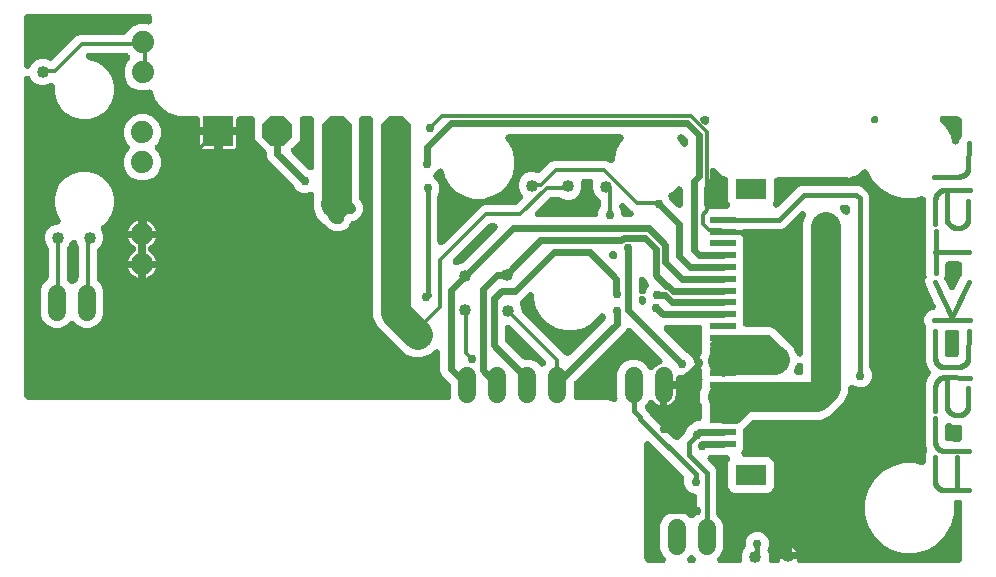
<source format=gbr>
G04 EAGLE Gerber RS-274X export*
G75*
%MOMM*%
%FSLAX34Y34*%
%LPD*%
%INTop Copper*%
%IPPOS*%
%AMOC8*
5,1,8,0,0,1.08239X$1,22.5*%
G01*
%ADD10C,1.879600*%
%ADD11R,2.540000X2.540000*%
%ADD12P,2.749271X8X22.500000*%
%ADD13R,2.200000X0.600000*%
%ADD14R,2.600000X1.800000*%
%ADD15C,1.524000*%
%ADD16C,1.016000*%
%ADD17C,0.406400*%
%ADD18C,0.609600*%
%ADD19C,0.304800*%
%ADD20C,0.756400*%
%ADD21C,2.540000*%
%ADD22C,0.812800*%

G36*
X398856Y53597D02*
X398856Y53597D01*
X398932Y53595D01*
X399101Y53617D01*
X399272Y53631D01*
X399346Y53649D01*
X399421Y53659D01*
X399585Y53708D01*
X399751Y53749D01*
X399820Y53779D01*
X399894Y53801D01*
X400047Y53877D01*
X400204Y53944D01*
X400268Y53985D01*
X400337Y54018D01*
X400476Y54117D01*
X400620Y54209D01*
X400677Y54260D01*
X400739Y54304D01*
X400860Y54424D01*
X400988Y54538D01*
X401036Y54597D01*
X401090Y54651D01*
X401191Y54789D01*
X401298Y54922D01*
X401335Y54988D01*
X401380Y55049D01*
X401457Y55202D01*
X401542Y55350D01*
X401568Y55422D01*
X401603Y55490D01*
X401654Y55653D01*
X401713Y55813D01*
X401728Y55888D01*
X401751Y55960D01*
X401763Y56065D01*
X401808Y56297D01*
X401815Y56533D01*
X401827Y56638D01*
X401827Y66070D01*
X401818Y66184D01*
X401819Y66298D01*
X401798Y66429D01*
X401787Y66562D01*
X401760Y66672D01*
X401742Y66785D01*
X401701Y66912D01*
X401669Y67040D01*
X401624Y67145D01*
X401588Y67254D01*
X401526Y67372D01*
X401474Y67494D01*
X401413Y67590D01*
X401360Y67691D01*
X401301Y67765D01*
X401209Y67910D01*
X400993Y68152D01*
X400935Y68225D01*
X394075Y75084D01*
X392683Y78445D01*
X392683Y93822D01*
X392680Y93860D01*
X392682Y93898D01*
X392660Y94106D01*
X392643Y94314D01*
X392634Y94351D01*
X392630Y94389D01*
X392575Y94590D01*
X392525Y94792D01*
X392510Y94827D01*
X392499Y94864D01*
X392412Y95054D01*
X392330Y95246D01*
X392310Y95278D01*
X392294Y95313D01*
X392177Y95486D01*
X392065Y95662D01*
X392040Y95690D01*
X392018Y95722D01*
X391875Y95874D01*
X391736Y96030D01*
X391707Y96054D01*
X391681Y96082D01*
X391514Y96209D01*
X391352Y96340D01*
X391320Y96359D01*
X391289Y96382D01*
X391105Y96481D01*
X390924Y96584D01*
X390888Y96597D01*
X390854Y96615D01*
X390657Y96683D01*
X390461Y96755D01*
X390424Y96763D01*
X390388Y96775D01*
X390181Y96810D01*
X389977Y96850D01*
X389939Y96851D01*
X389901Y96858D01*
X389692Y96859D01*
X389484Y96865D01*
X389446Y96860D01*
X389408Y96861D01*
X389201Y96828D01*
X388995Y96801D01*
X388958Y96790D01*
X388921Y96784D01*
X388722Y96719D01*
X388523Y96658D01*
X388488Y96642D01*
X388452Y96630D01*
X388267Y96533D01*
X388079Y96442D01*
X388048Y96420D01*
X388014Y96402D01*
X387942Y96344D01*
X387677Y96156D01*
X387555Y96035D01*
X387481Y95977D01*
X384281Y92777D01*
X377373Y89915D01*
X369895Y89915D01*
X362986Y92777D01*
X344505Y111258D01*
X338789Y116974D01*
X335927Y123883D01*
X335927Y290350D01*
X335949Y290463D01*
X335995Y290667D01*
X335997Y290706D01*
X336004Y290743D01*
X336011Y290951D01*
X336022Y291160D01*
X336018Y291198D01*
X336019Y291236D01*
X335992Y291443D01*
X335970Y291650D01*
X335960Y291687D01*
X335955Y291725D01*
X335895Y291925D01*
X335840Y292126D01*
X335824Y292161D01*
X335813Y292198D01*
X335721Y292385D01*
X335634Y292574D01*
X335613Y292606D01*
X335596Y292641D01*
X335475Y292811D01*
X335359Y292984D01*
X335332Y293012D01*
X335310Y293043D01*
X335164Y293191D01*
X335021Y293343D01*
X334990Y293367D01*
X334963Y293394D01*
X334795Y293517D01*
X334629Y293644D01*
X334596Y293662D01*
X334565Y293684D01*
X334378Y293778D01*
X334195Y293877D01*
X334159Y293889D01*
X334124Y293907D01*
X333925Y293969D01*
X333728Y294037D01*
X333690Y294043D01*
X333654Y294055D01*
X333561Y294065D01*
X333242Y294120D01*
X333070Y294121D01*
X332976Y294131D01*
X326472Y294131D01*
X326434Y294128D01*
X326395Y294130D01*
X326188Y294108D01*
X325980Y294091D01*
X325943Y294082D01*
X325905Y294078D01*
X325704Y294023D01*
X325501Y293973D01*
X325466Y293957D01*
X325429Y293947D01*
X325240Y293860D01*
X325048Y293778D01*
X325016Y293758D01*
X324981Y293741D01*
X324807Y293625D01*
X324632Y293513D01*
X324604Y293488D01*
X324572Y293466D01*
X324419Y293323D01*
X324264Y293184D01*
X324240Y293154D01*
X324212Y293128D01*
X324085Y292963D01*
X323954Y292800D01*
X323935Y292767D01*
X323912Y292737D01*
X323813Y292553D01*
X323710Y292372D01*
X323697Y292336D01*
X323679Y292302D01*
X323611Y292105D01*
X323539Y291909D01*
X323531Y291872D01*
X323519Y291835D01*
X323484Y291629D01*
X323444Y291425D01*
X323443Y291387D01*
X323436Y291349D01*
X323435Y291140D01*
X323429Y290932D01*
X323434Y290894D01*
X323433Y290856D01*
X323466Y290650D01*
X323493Y290443D01*
X323504Y290406D01*
X323510Y290368D01*
X323521Y290336D01*
X323521Y225257D01*
X323530Y225143D01*
X323529Y225029D01*
X323550Y224898D01*
X323561Y224765D01*
X323588Y224654D01*
X323606Y224542D01*
X323647Y224415D01*
X323679Y224286D01*
X323724Y224182D01*
X323760Y224073D01*
X323822Y223955D01*
X323874Y223833D01*
X323935Y223737D01*
X323988Y223635D01*
X324047Y223562D01*
X324139Y223417D01*
X324355Y223175D01*
X324413Y223102D01*
X325860Y221656D01*
X327407Y217921D01*
X327407Y213879D01*
X325860Y210144D01*
X323002Y207286D01*
X319267Y205739D01*
X319234Y205739D01*
X319016Y205722D01*
X318799Y205708D01*
X318771Y205702D01*
X318743Y205699D01*
X318530Y205647D01*
X318318Y205598D01*
X318292Y205587D01*
X318264Y205581D01*
X318063Y205494D01*
X317861Y205412D01*
X317837Y205397D01*
X317811Y205386D01*
X317626Y205269D01*
X317440Y205155D01*
X317418Y205136D01*
X317394Y205121D01*
X317232Y204976D01*
X317066Y204833D01*
X317048Y204811D01*
X317027Y204792D01*
X316890Y204623D01*
X316749Y204455D01*
X316738Y204434D01*
X316717Y204408D01*
X316473Y203980D01*
X316445Y203904D01*
X316419Y203858D01*
X315446Y201508D01*
X312588Y198650D01*
X308853Y197103D01*
X302525Y197103D01*
X298790Y198650D01*
X295504Y201937D01*
X294363Y203077D01*
X294355Y203084D01*
X294348Y203092D01*
X294218Y203201D01*
X288611Y208808D01*
X285749Y215717D01*
X285749Y223230D01*
X285774Y223308D01*
X285847Y223534D01*
X285848Y223544D01*
X285851Y223553D01*
X285855Y223593D01*
X285920Y224022D01*
X285918Y224153D01*
X285927Y224231D01*
X285927Y227350D01*
X285913Y227530D01*
X285906Y227710D01*
X285893Y227775D01*
X285887Y227841D01*
X285844Y228017D01*
X285808Y228194D01*
X285785Y228256D01*
X285769Y228320D01*
X285697Y228486D01*
X285634Y228655D01*
X285600Y228713D01*
X285574Y228774D01*
X285477Y228926D01*
X285387Y229082D01*
X285345Y229134D01*
X285309Y229190D01*
X285189Y229324D01*
X285074Y229464D01*
X285025Y229508D01*
X284980Y229558D01*
X284840Y229671D01*
X284705Y229790D01*
X284648Y229826D01*
X284596Y229868D01*
X284440Y229957D01*
X284287Y230053D01*
X284225Y230079D01*
X284168Y230112D01*
X283998Y230174D01*
X283832Y230244D01*
X283768Y230260D01*
X283705Y230283D01*
X283528Y230318D01*
X283353Y230360D01*
X283286Y230365D01*
X283221Y230378D01*
X283041Y230383D01*
X282861Y230397D01*
X282794Y230391D01*
X282728Y230393D01*
X282549Y230370D01*
X282369Y230354D01*
X282319Y230339D01*
X282239Y230329D01*
X281767Y230186D01*
X281736Y230172D01*
X281714Y230165D01*
X279841Y229389D01*
X275911Y229389D01*
X272280Y230893D01*
X269501Y233672D01*
X268999Y234884D01*
X268995Y234893D01*
X268992Y234902D01*
X268883Y235111D01*
X268774Y235323D01*
X268768Y235331D01*
X268764Y235340D01*
X268739Y235371D01*
X268481Y235720D01*
X268387Y235812D01*
X268339Y235873D01*
X246971Y257240D01*
X245579Y260601D01*
X245579Y263240D01*
X245570Y263354D01*
X245571Y263468D01*
X245550Y263599D01*
X245539Y263732D01*
X245512Y263842D01*
X245494Y263955D01*
X245453Y264082D01*
X245421Y264210D01*
X245376Y264315D01*
X245340Y264424D01*
X245278Y264542D01*
X245226Y264664D01*
X245165Y264760D01*
X245112Y264861D01*
X245053Y264935D01*
X244961Y265080D01*
X244745Y265322D01*
X244687Y265395D01*
X235927Y274154D01*
X235927Y290350D01*
X235949Y290463D01*
X235995Y290667D01*
X235997Y290706D01*
X236004Y290743D01*
X236011Y290951D01*
X236022Y291160D01*
X236018Y291198D01*
X236019Y291236D01*
X235992Y291443D01*
X235970Y291650D01*
X235960Y291687D01*
X235955Y291725D01*
X235895Y291925D01*
X235840Y292126D01*
X235824Y292161D01*
X235813Y292198D01*
X235721Y292385D01*
X235634Y292574D01*
X235613Y292606D01*
X235596Y292641D01*
X235475Y292811D01*
X235359Y292984D01*
X235332Y293012D01*
X235310Y293043D01*
X235164Y293191D01*
X235021Y293343D01*
X234990Y293367D01*
X234963Y293394D01*
X234795Y293517D01*
X234629Y293644D01*
X234596Y293662D01*
X234565Y293684D01*
X234378Y293778D01*
X234195Y293877D01*
X234159Y293889D01*
X234124Y293907D01*
X233925Y293969D01*
X233728Y294037D01*
X233690Y294043D01*
X233654Y294055D01*
X233561Y294065D01*
X233242Y294120D01*
X233070Y294121D01*
X232976Y294131D01*
X223012Y294131D01*
X222936Y294125D01*
X222860Y294127D01*
X222691Y294105D01*
X222520Y294091D01*
X222446Y294073D01*
X222371Y294063D01*
X222207Y294014D01*
X222041Y293973D01*
X221972Y293943D01*
X221898Y293921D01*
X221745Y293845D01*
X221588Y293778D01*
X221524Y293737D01*
X221455Y293704D01*
X221316Y293605D01*
X221172Y293513D01*
X221115Y293462D01*
X221053Y293418D01*
X220932Y293298D01*
X220804Y293184D01*
X220756Y293125D01*
X220702Y293071D01*
X220601Y292933D01*
X220494Y292800D01*
X220457Y292734D01*
X220412Y292673D01*
X220335Y292520D01*
X220250Y292372D01*
X220224Y292300D01*
X220189Y292232D01*
X220138Y292069D01*
X220079Y291909D01*
X220064Y291834D01*
X220041Y291762D01*
X220029Y291657D01*
X219984Y291425D01*
X219977Y291189D01*
X219965Y291084D01*
X219965Y285439D01*
X205176Y285439D01*
X205100Y285433D01*
X205024Y285435D01*
X204855Y285413D01*
X204709Y285401D01*
X204613Y285420D01*
X204377Y285427D01*
X204272Y285439D01*
X189483Y285439D01*
X189483Y291084D01*
X189477Y291160D01*
X189479Y291236D01*
X189457Y291405D01*
X189443Y291576D01*
X189425Y291650D01*
X189415Y291725D01*
X189366Y291889D01*
X189325Y292055D01*
X189295Y292124D01*
X189273Y292198D01*
X189197Y292351D01*
X189130Y292508D01*
X189089Y292572D01*
X189056Y292641D01*
X188957Y292780D01*
X188865Y292924D01*
X188814Y292981D01*
X188770Y293043D01*
X188650Y293164D01*
X188536Y293292D01*
X188477Y293340D01*
X188423Y293394D01*
X188285Y293495D01*
X188152Y293602D01*
X188086Y293639D01*
X188025Y293684D01*
X187872Y293761D01*
X187724Y293846D01*
X187652Y293872D01*
X187584Y293907D01*
X187421Y293958D01*
X187261Y294017D01*
X187186Y294032D01*
X187114Y294055D01*
X187009Y294067D01*
X186777Y294112D01*
X186541Y294119D01*
X186436Y294131D01*
X172127Y294131D01*
X172065Y294157D01*
X172055Y294160D01*
X172047Y294165D01*
X171820Y294236D01*
X171595Y294309D01*
X171585Y294310D01*
X171576Y294313D01*
X171536Y294317D01*
X171107Y294382D01*
X171099Y294382D01*
X163119Y296975D01*
X156351Y301893D01*
X151433Y308661D01*
X149451Y314760D01*
X149376Y314940D01*
X149307Y315123D01*
X149281Y315168D01*
X149261Y315215D01*
X149158Y315381D01*
X149060Y315551D01*
X149028Y315590D01*
X149000Y315634D01*
X148872Y315781D01*
X148748Y315932D01*
X148709Y315966D01*
X148675Y316005D01*
X148524Y316129D01*
X148378Y316259D01*
X148334Y316286D01*
X148295Y316319D01*
X148126Y316417D01*
X147960Y316521D01*
X147913Y316541D01*
X147868Y316567D01*
X147686Y316637D01*
X147505Y316713D01*
X147455Y316725D01*
X147408Y316743D01*
X147216Y316783D01*
X147026Y316829D01*
X146975Y316832D01*
X146924Y316843D01*
X146729Y316851D01*
X146534Y316865D01*
X146483Y316861D01*
X146431Y316863D01*
X146237Y316839D01*
X146042Y316822D01*
X146003Y316811D01*
X145942Y316803D01*
X145468Y316666D01*
X145421Y316643D01*
X145387Y316633D01*
X143798Y315975D01*
X137634Y315975D01*
X131939Y318334D01*
X127580Y322693D01*
X125221Y328388D01*
X125221Y334552D01*
X127580Y340247D01*
X129348Y342015D01*
X129398Y342073D01*
X129453Y342125D01*
X129557Y342261D01*
X129668Y342391D01*
X129707Y342457D01*
X129754Y342517D01*
X129834Y342667D01*
X129922Y342814D01*
X129951Y342884D01*
X129987Y342952D01*
X130042Y343113D01*
X130106Y343272D01*
X130122Y343346D01*
X130147Y343418D01*
X130175Y343587D01*
X130212Y343753D01*
X130217Y343830D01*
X130229Y343905D01*
X130230Y344075D01*
X130240Y344246D01*
X130232Y344322D01*
X130232Y344398D01*
X130206Y344567D01*
X130188Y344737D01*
X130168Y344810D01*
X130156Y344885D01*
X130102Y345048D01*
X130057Y345212D01*
X130025Y345282D01*
X130002Y345354D01*
X129923Y345506D01*
X129851Y345661D01*
X129809Y345724D01*
X129774Y345792D01*
X129708Y345874D01*
X129576Y346070D01*
X129414Y346243D01*
X129348Y346325D01*
X128586Y347087D01*
X128499Y347161D01*
X128419Y347242D01*
X128312Y347320D01*
X128210Y347406D01*
X128113Y347465D01*
X128020Y347532D01*
X127902Y347592D01*
X127788Y347661D01*
X127682Y347703D01*
X127580Y347755D01*
X127453Y347795D01*
X127330Y347844D01*
X127218Y347869D01*
X127109Y347903D01*
X127016Y347913D01*
X126848Y347951D01*
X126524Y347969D01*
X126432Y347979D01*
X95515Y347979D01*
X95420Y347972D01*
X95325Y347973D01*
X95174Y347952D01*
X95023Y347939D01*
X94931Y347916D01*
X94837Y347903D01*
X94692Y347857D01*
X94544Y347821D01*
X94457Y347783D01*
X94366Y347754D01*
X94230Y347686D01*
X94091Y347626D01*
X94011Y347575D01*
X93926Y347532D01*
X93803Y347443D01*
X93675Y347361D01*
X93604Y347298D01*
X93527Y347242D01*
X93420Y347133D01*
X93307Y347032D01*
X93247Y346958D01*
X93180Y346891D01*
X93092Y346767D01*
X92997Y346648D01*
X92950Y346566D01*
X92895Y346488D01*
X92828Y346352D01*
X92753Y346220D01*
X92720Y346131D01*
X92678Y346045D01*
X92634Y345899D01*
X92581Y345757D01*
X92563Y345664D01*
X92536Y345573D01*
X92516Y345422D01*
X92487Y345273D01*
X92484Y345178D01*
X92471Y345084D01*
X92476Y344932D01*
X92471Y344780D01*
X92484Y344686D01*
X92487Y344591D01*
X92516Y344441D01*
X92536Y344291D01*
X92563Y344200D01*
X92581Y344106D01*
X92634Y343964D01*
X92678Y343819D01*
X92720Y343733D01*
X92753Y343644D01*
X92828Y343512D01*
X92895Y343375D01*
X92950Y343298D01*
X92997Y343215D01*
X93093Y343097D01*
X93181Y342973D01*
X93247Y342905D01*
X93307Y342831D01*
X93421Y342730D01*
X93527Y342622D01*
X93604Y342566D01*
X93675Y342503D01*
X93803Y342421D01*
X93926Y342332D01*
X94011Y342289D01*
X94091Y342238D01*
X94186Y342201D01*
X94367Y342109D01*
X94630Y342026D01*
X94726Y341989D01*
X101183Y340259D01*
X106938Y336936D01*
X111638Y332236D01*
X114961Y326481D01*
X116681Y320061D01*
X116681Y313415D01*
X114961Y306995D01*
X111638Y301240D01*
X106938Y296540D01*
X101183Y293217D01*
X94763Y291497D01*
X88117Y291497D01*
X81697Y293217D01*
X75942Y296540D01*
X71242Y301240D01*
X67919Y306995D01*
X66199Y313415D01*
X66199Y319086D01*
X66185Y319266D01*
X66178Y319446D01*
X66165Y319512D01*
X66159Y319578D01*
X66116Y319753D01*
X66080Y319930D01*
X66057Y319992D01*
X66041Y320057D01*
X65969Y320223D01*
X65906Y320391D01*
X65872Y320449D01*
X65846Y320510D01*
X65749Y320662D01*
X65659Y320819D01*
X65617Y320870D01*
X65581Y320926D01*
X65461Y321061D01*
X65346Y321201D01*
X65297Y321245D01*
X65252Y321294D01*
X65112Y321407D01*
X64977Y321527D01*
X64920Y321562D01*
X64868Y321604D01*
X64712Y321693D01*
X64559Y321789D01*
X64498Y321815D01*
X64440Y321848D01*
X64270Y321911D01*
X64104Y321981D01*
X64040Y321997D01*
X63977Y322020D01*
X63800Y322054D01*
X63625Y322097D01*
X63558Y322102D01*
X63493Y322114D01*
X63313Y322120D01*
X63133Y322133D01*
X63066Y322128D01*
X63000Y322130D01*
X62821Y322106D01*
X62641Y322090D01*
X62591Y322076D01*
X62511Y322065D01*
X62039Y321923D01*
X62008Y321908D01*
X61986Y321902D01*
X58103Y320293D01*
X53657Y320293D01*
X49549Y321995D01*
X46405Y325139D01*
X45737Y326751D01*
X45672Y326877D01*
X45616Y327008D01*
X45560Y327096D01*
X45512Y327190D01*
X45428Y327304D01*
X45351Y327424D01*
X45281Y327502D01*
X45219Y327586D01*
X45117Y327686D01*
X45022Y327792D01*
X44941Y327858D01*
X44866Y327931D01*
X44749Y328013D01*
X44638Y328102D01*
X44548Y328154D01*
X44462Y328214D01*
X44334Y328276D01*
X44210Y328346D01*
X44112Y328383D01*
X44018Y328428D01*
X43881Y328468D01*
X43747Y328518D01*
X43645Y328538D01*
X43544Y328567D01*
X43403Y328585D01*
X43263Y328613D01*
X43159Y328616D01*
X43055Y328629D01*
X42912Y328623D01*
X42770Y328628D01*
X42666Y328614D01*
X42562Y328610D01*
X42422Y328582D01*
X42281Y328563D01*
X42181Y328533D01*
X42078Y328513D01*
X41945Y328462D01*
X41808Y328421D01*
X41715Y328375D01*
X41617Y328338D01*
X41493Y328267D01*
X41365Y328204D01*
X41280Y328144D01*
X41190Y328091D01*
X41079Y328001D01*
X40963Y327919D01*
X40889Y327845D01*
X40808Y327779D01*
X40713Y327672D01*
X40612Y327572D01*
X40551Y327488D01*
X40481Y327409D01*
X40405Y327288D01*
X40322Y327173D01*
X40275Y327080D01*
X40219Y326991D01*
X40163Y326860D01*
X40099Y326733D01*
X40068Y326633D01*
X40027Y326537D01*
X39994Y326398D01*
X39951Y326262D01*
X39942Y326184D01*
X39912Y326057D01*
X39879Y325624D01*
X39875Y325584D01*
X39875Y59944D01*
X39885Y59820D01*
X39881Y59745D01*
X39910Y59313D01*
X39982Y58825D01*
X40001Y58765D01*
X40007Y58724D01*
X40230Y57890D01*
X40249Y57836D01*
X40262Y57780D01*
X40303Y57685D01*
X40396Y57426D01*
X40494Y57248D01*
X40535Y57155D01*
X40966Y56408D01*
X40999Y56361D01*
X41025Y56310D01*
X41090Y56229D01*
X41247Y56002D01*
X41387Y55856D01*
X41450Y55777D01*
X42061Y55166D01*
X42104Y55129D01*
X42143Y55087D01*
X42227Y55025D01*
X42437Y54847D01*
X42610Y54742D01*
X42692Y54682D01*
X43439Y54251D01*
X43491Y54226D01*
X43539Y54195D01*
X43595Y54174D01*
X43675Y54128D01*
X43782Y54088D01*
X43885Y54039D01*
X44013Y54003D01*
X44138Y53956D01*
X44160Y53952D01*
X44174Y53946D01*
X45008Y53723D01*
X45493Y53634D01*
X45556Y53633D01*
X45597Y53626D01*
X46029Y53597D01*
X46153Y53599D01*
X46228Y53591D01*
X398780Y53591D01*
X398856Y53597D01*
G37*
G36*
X645236Y-84325D02*
X645236Y-84325D01*
X645312Y-84327D01*
X645481Y-84305D01*
X645652Y-84291D01*
X645726Y-84273D01*
X645801Y-84263D01*
X645965Y-84214D01*
X646131Y-84173D01*
X646200Y-84143D01*
X646274Y-84121D01*
X646427Y-84045D01*
X646584Y-83978D01*
X646648Y-83937D01*
X646717Y-83904D01*
X646856Y-83805D01*
X647000Y-83713D01*
X647057Y-83662D01*
X647119Y-83618D01*
X647240Y-83498D01*
X647368Y-83384D01*
X647416Y-83325D01*
X647470Y-83271D01*
X647571Y-83133D01*
X647678Y-83000D01*
X647715Y-82934D01*
X647760Y-82873D01*
X647837Y-82720D01*
X647922Y-82572D01*
X647948Y-82500D01*
X647983Y-82432D01*
X648034Y-82269D01*
X648093Y-82109D01*
X648108Y-82034D01*
X648131Y-81962D01*
X648143Y-81857D01*
X648188Y-81625D01*
X648195Y-81389D01*
X648207Y-81284D01*
X648207Y-76517D01*
X649909Y-72409D01*
X650137Y-72181D01*
X650211Y-72094D01*
X650292Y-72014D01*
X650370Y-71906D01*
X650456Y-71805D01*
X650515Y-71707D01*
X650582Y-71615D01*
X650642Y-71497D01*
X650711Y-71382D01*
X650753Y-71276D01*
X650805Y-71174D01*
X650845Y-71048D01*
X650894Y-70924D01*
X650919Y-70813D01*
X650953Y-70704D01*
X650963Y-70610D01*
X651001Y-70443D01*
X651019Y-70118D01*
X651029Y-70026D01*
X651029Y-65853D01*
X652533Y-62222D01*
X655312Y-59443D01*
X658943Y-57939D01*
X662873Y-57939D01*
X666504Y-59443D01*
X669283Y-62222D01*
X670787Y-65853D01*
X670787Y-69783D01*
X669762Y-72257D01*
X669727Y-72365D01*
X669683Y-72471D01*
X669652Y-72600D01*
X669611Y-72726D01*
X669594Y-72839D01*
X669567Y-72950D01*
X669557Y-73083D01*
X669537Y-73214D01*
X669539Y-73328D01*
X669530Y-73442D01*
X669542Y-73574D01*
X669543Y-73707D01*
X669563Y-73820D01*
X669573Y-73933D01*
X669599Y-74024D01*
X669629Y-74193D01*
X669736Y-74500D01*
X669762Y-74589D01*
X670561Y-76517D01*
X670561Y-81284D01*
X670567Y-81360D01*
X670565Y-81436D01*
X670587Y-81605D01*
X670601Y-81776D01*
X670619Y-81850D01*
X670629Y-81925D01*
X670678Y-82089D01*
X670719Y-82255D01*
X670749Y-82324D01*
X670771Y-82398D01*
X670847Y-82551D01*
X670914Y-82708D01*
X670955Y-82772D01*
X670988Y-82841D01*
X671087Y-82980D01*
X671179Y-83124D01*
X671230Y-83181D01*
X671274Y-83243D01*
X671394Y-83364D01*
X671508Y-83492D01*
X671567Y-83540D01*
X671621Y-83594D01*
X671759Y-83695D01*
X671892Y-83802D01*
X671958Y-83839D01*
X672019Y-83884D01*
X672172Y-83961D01*
X672320Y-84046D01*
X672392Y-84072D01*
X672460Y-84107D01*
X672623Y-84158D01*
X672783Y-84217D01*
X672858Y-84232D01*
X672930Y-84255D01*
X673035Y-84267D01*
X673267Y-84312D01*
X673503Y-84319D01*
X673608Y-84331D01*
X677181Y-84331D01*
X677242Y-84326D01*
X677303Y-84329D01*
X677487Y-84306D01*
X677673Y-84291D01*
X677732Y-84277D01*
X677793Y-84269D01*
X677971Y-84217D01*
X678152Y-84173D01*
X678208Y-84149D01*
X678266Y-84132D01*
X678434Y-84051D01*
X678605Y-83978D01*
X678657Y-83945D01*
X678712Y-83919D01*
X678865Y-83813D01*
X679021Y-83713D01*
X679066Y-83673D01*
X679117Y-83638D01*
X679251Y-83508D01*
X679389Y-83384D01*
X679427Y-83337D01*
X679471Y-83294D01*
X679582Y-83145D01*
X679699Y-83000D01*
X679729Y-82948D01*
X679766Y-82899D01*
X679851Y-82733D01*
X679943Y-82572D01*
X679964Y-82515D01*
X679992Y-82460D01*
X680050Y-82284D01*
X680115Y-82109D01*
X680126Y-82049D01*
X680145Y-81991D01*
X680174Y-81807D01*
X680209Y-81625D01*
X680211Y-81564D01*
X680221Y-81504D01*
X680219Y-81318D01*
X680225Y-81132D01*
X680217Y-81071D01*
X680216Y-81025D01*
X687324Y-81025D01*
X694436Y-81025D01*
X694433Y-81128D01*
X694420Y-81314D01*
X694425Y-81375D01*
X694423Y-81436D01*
X694448Y-81620D01*
X694465Y-81806D01*
X694480Y-81865D01*
X694488Y-81925D01*
X694542Y-82103D01*
X694588Y-82283D01*
X694613Y-82339D01*
X694630Y-82398D01*
X694712Y-82565D01*
X694787Y-82735D01*
X694820Y-82786D01*
X694847Y-82841D01*
X694955Y-82992D01*
X695056Y-83148D01*
X695097Y-83193D01*
X695133Y-83243D01*
X695263Y-83375D01*
X695389Y-83513D01*
X695436Y-83551D01*
X695479Y-83594D01*
X695630Y-83703D01*
X695776Y-83819D01*
X695829Y-83849D01*
X695878Y-83884D01*
X696044Y-83968D01*
X696207Y-84059D01*
X696264Y-84079D01*
X696319Y-84107D01*
X696496Y-84163D01*
X696671Y-84226D01*
X696731Y-84237D01*
X696789Y-84255D01*
X696893Y-84267D01*
X697156Y-84315D01*
X697365Y-84320D01*
X697467Y-84331D01*
X830326Y-84331D01*
X830450Y-84321D01*
X830526Y-84325D01*
X830692Y-84314D01*
X831180Y-84242D01*
X831239Y-84223D01*
X831281Y-84217D01*
X831602Y-84131D01*
X831656Y-84111D01*
X831712Y-84099D01*
X831807Y-84057D01*
X832067Y-83965D01*
X832244Y-83867D01*
X832337Y-83826D01*
X832625Y-83660D01*
X832672Y-83627D01*
X832723Y-83601D01*
X832804Y-83536D01*
X833031Y-83379D01*
X833177Y-83239D01*
X833256Y-83175D01*
X833491Y-82940D01*
X833528Y-82897D01*
X833571Y-82858D01*
X833632Y-82775D01*
X833811Y-82564D01*
X833915Y-82391D01*
X833976Y-82309D01*
X834142Y-82021D01*
X834167Y-81969D01*
X834197Y-81921D01*
X834235Y-81824D01*
X834353Y-81576D01*
X834409Y-81381D01*
X834447Y-81286D01*
X834533Y-80965D01*
X834621Y-80479D01*
X834622Y-80417D01*
X834630Y-80376D01*
X834641Y-80210D01*
X834639Y-80085D01*
X834647Y-80010D01*
X834647Y-33528D01*
X834641Y-33452D01*
X834643Y-33376D01*
X834621Y-33207D01*
X834607Y-33036D01*
X834589Y-32962D01*
X834579Y-32887D01*
X834530Y-32723D01*
X834489Y-32557D01*
X834459Y-32488D01*
X834437Y-32414D01*
X834361Y-32261D01*
X834294Y-32104D01*
X834253Y-32040D01*
X834220Y-31971D01*
X834121Y-31832D01*
X834029Y-31688D01*
X833978Y-31631D01*
X833934Y-31569D01*
X833814Y-31448D01*
X833700Y-31320D01*
X833641Y-31272D01*
X833587Y-31218D01*
X833449Y-31117D01*
X833316Y-31010D01*
X833250Y-30973D01*
X833189Y-30928D01*
X833036Y-30851D01*
X832888Y-30766D01*
X832816Y-30740D01*
X832748Y-30705D01*
X832585Y-30654D01*
X832425Y-30595D01*
X832350Y-30580D01*
X832278Y-30557D01*
X832173Y-30545D01*
X831941Y-30500D01*
X831705Y-30493D01*
X831600Y-30481D01*
X830474Y-30481D01*
X830398Y-30487D01*
X830322Y-30485D01*
X830153Y-30507D01*
X829982Y-30521D01*
X829908Y-30539D01*
X829833Y-30549D01*
X829669Y-30598D01*
X829503Y-30639D01*
X829434Y-30669D01*
X829360Y-30691D01*
X829207Y-30767D01*
X829050Y-30834D01*
X828986Y-30875D01*
X828917Y-30908D01*
X828778Y-31007D01*
X828634Y-31099D01*
X828577Y-31150D01*
X828515Y-31194D01*
X828394Y-31314D01*
X828266Y-31428D01*
X828218Y-31487D01*
X828164Y-31541D01*
X828063Y-31679D01*
X827956Y-31812D01*
X827919Y-31878D01*
X827874Y-31939D01*
X827797Y-32092D01*
X827712Y-32240D01*
X827686Y-32312D01*
X827651Y-32380D01*
X827600Y-32543D01*
X827541Y-32703D01*
X827526Y-32778D01*
X827503Y-32850D01*
X827491Y-32955D01*
X827446Y-33187D01*
X827439Y-33423D01*
X827427Y-33528D01*
X827427Y-42561D01*
X824855Y-52159D01*
X819886Y-60765D01*
X812859Y-67792D01*
X804253Y-72761D01*
X794655Y-75333D01*
X784717Y-75333D01*
X775119Y-72761D01*
X766513Y-67792D01*
X759486Y-60765D01*
X754517Y-52159D01*
X751945Y-42561D01*
X751945Y-32623D01*
X754517Y-23025D01*
X759486Y-14419D01*
X766513Y-7392D01*
X775119Y-2423D01*
X784717Y149D01*
X794655Y149D01*
X799768Y-1221D01*
X799972Y-1259D01*
X800177Y-1301D01*
X800215Y-1303D01*
X800253Y-1310D01*
X800462Y-1314D01*
X800669Y-1323D01*
X800708Y-1319D01*
X800747Y-1319D01*
X800953Y-1290D01*
X801159Y-1265D01*
X801197Y-1254D01*
X801235Y-1249D01*
X801433Y-1186D01*
X801633Y-1129D01*
X801669Y-1112D01*
X801705Y-1101D01*
X801891Y-1007D01*
X802079Y-918D01*
X802111Y-896D01*
X802146Y-878D01*
X802314Y-755D01*
X802485Y-637D01*
X802513Y-611D01*
X802545Y-588D01*
X802691Y-440D01*
X802841Y-295D01*
X802864Y-264D01*
X802891Y-237D01*
X803012Y-67D01*
X803136Y100D01*
X803154Y134D01*
X803177Y166D01*
X803268Y353D01*
X803364Y537D01*
X803376Y574D01*
X803394Y609D01*
X803454Y808D01*
X803519Y1006D01*
X803523Y1037D01*
X803536Y1081D01*
X803600Y1570D01*
X803598Y1638D01*
X803604Y1682D01*
X803677Y7310D01*
X804770Y9856D01*
X804817Y9994D01*
X804872Y10129D01*
X804895Y10228D01*
X804928Y10324D01*
X804951Y10468D01*
X804984Y10609D01*
X804991Y10710D01*
X805008Y10811D01*
X805008Y10957D01*
X805017Y11102D01*
X805008Y11203D01*
X805008Y11304D01*
X804984Y11448D01*
X804971Y11593D01*
X804949Y11666D01*
X804929Y11791D01*
X804785Y12219D01*
X804777Y12247D01*
X803401Y15497D01*
X803401Y39971D01*
X803691Y40669D01*
X803726Y40778D01*
X803770Y40884D01*
X803801Y41012D01*
X803842Y41139D01*
X803859Y41252D01*
X803886Y41363D01*
X803896Y41496D01*
X803915Y41627D01*
X803914Y41741D01*
X803923Y41855D01*
X803911Y41987D01*
X803909Y42120D01*
X803889Y42233D01*
X803879Y42347D01*
X803853Y42437D01*
X803824Y42606D01*
X803716Y42913D01*
X803691Y43002D01*
X803655Y43087D01*
X803655Y68191D01*
X806033Y74063D01*
X806995Y75057D01*
X807003Y75065D01*
X807011Y75073D01*
X807079Y75157D01*
X807158Y75239D01*
X807230Y75341D01*
X807309Y75438D01*
X807317Y75452D01*
X807321Y75457D01*
X807366Y75536D01*
X807370Y75543D01*
X807440Y75644D01*
X807494Y75756D01*
X807557Y75864D01*
X807600Y75978D01*
X807653Y76089D01*
X807688Y76209D01*
X807732Y76325D01*
X807757Y76445D01*
X807791Y76562D01*
X807807Y76686D01*
X807832Y76808D01*
X807837Y76930D01*
X807851Y77052D01*
X807846Y77177D01*
X807851Y77301D01*
X807837Y77423D01*
X807832Y77545D01*
X807807Y77667D01*
X807791Y77791D01*
X807757Y77908D01*
X807733Y78028D01*
X807688Y78145D01*
X807653Y78264D01*
X807601Y78375D01*
X807557Y78489D01*
X807494Y78597D01*
X807440Y78710D01*
X807371Y78810D01*
X807309Y78916D01*
X807250Y78983D01*
X807159Y79114D01*
X806915Y79366D01*
X806860Y79429D01*
X806134Y80091D01*
X803401Y86280D01*
X803401Y113631D01*
X803739Y114447D01*
X803775Y114556D01*
X803819Y114661D01*
X803850Y114790D01*
X803891Y114917D01*
X803908Y115030D01*
X803935Y115141D01*
X803944Y115273D01*
X803964Y115405D01*
X803963Y115519D01*
X803971Y115633D01*
X803960Y115765D01*
X803958Y115898D01*
X803938Y116011D01*
X803928Y116124D01*
X803902Y116215D01*
X803872Y116384D01*
X803765Y116691D01*
X803739Y116780D01*
X802385Y120049D01*
X802385Y123283D01*
X803623Y126271D01*
X805909Y128557D01*
X808897Y129795D01*
X809070Y129795D01*
X809082Y129796D01*
X809094Y129795D01*
X809329Y129816D01*
X809561Y129835D01*
X809573Y129838D01*
X809586Y129839D01*
X809813Y129897D01*
X810040Y129953D01*
X810052Y129958D01*
X810064Y129961D01*
X810278Y130056D01*
X810494Y130148D01*
X810504Y130155D01*
X810516Y130160D01*
X810714Y130288D01*
X810910Y130413D01*
X810919Y130421D01*
X810929Y130428D01*
X811103Y130585D01*
X811278Y130742D01*
X811285Y130751D01*
X811295Y130760D01*
X811440Y130943D01*
X811588Y131126D01*
X811594Y131136D01*
X811601Y131146D01*
X811715Y131350D01*
X811832Y131554D01*
X811836Y131566D01*
X811842Y131577D01*
X811921Y131796D01*
X812003Y132017D01*
X812006Y132029D01*
X812010Y132041D01*
X812053Y132271D01*
X812098Y132501D01*
X812098Y132513D01*
X812100Y132526D01*
X812106Y132761D01*
X812113Y132994D01*
X812112Y133006D01*
X812112Y133019D01*
X812079Y133253D01*
X812049Y133483D01*
X812045Y133495D01*
X812043Y133507D01*
X812028Y133553D01*
X811906Y133955D01*
X811847Y134076D01*
X811821Y134152D01*
X803496Y151635D01*
X803329Y154865D01*
X804124Y157106D01*
X804133Y157140D01*
X804147Y157173D01*
X804196Y157378D01*
X804251Y157583D01*
X804254Y157618D01*
X804263Y157652D01*
X804278Y157863D01*
X804299Y158074D01*
X804297Y158109D01*
X804299Y158144D01*
X804281Y158355D01*
X804267Y158566D01*
X804259Y158601D01*
X804256Y158636D01*
X804231Y158723D01*
X804157Y159047D01*
X804093Y159202D01*
X804067Y159291D01*
X803909Y159673D01*
X803909Y176488D01*
X803908Y176497D01*
X803909Y176507D01*
X803889Y176743D01*
X803869Y176979D01*
X803867Y176989D01*
X803866Y176999D01*
X803855Y177037D01*
X803751Y177458D01*
X803699Y177578D01*
X803677Y177654D01*
X803655Y177707D01*
X803655Y180941D01*
X803677Y180994D01*
X803680Y181003D01*
X803685Y181012D01*
X803756Y181239D01*
X803829Y181464D01*
X803830Y181473D01*
X803833Y181482D01*
X803837Y181523D01*
X803902Y181951D01*
X803900Y182082D01*
X803909Y182160D01*
X803909Y198467D01*
X803945Y198552D01*
X803980Y198661D01*
X804024Y198766D01*
X804055Y198895D01*
X804096Y199022D01*
X804113Y199135D01*
X804140Y199246D01*
X804150Y199378D01*
X804169Y199510D01*
X804168Y199624D01*
X804177Y199738D01*
X804165Y199870D01*
X804163Y200003D01*
X804143Y200116D01*
X804133Y200229D01*
X804107Y200319D01*
X804078Y200489D01*
X803970Y200795D01*
X803945Y200885D01*
X803655Y201583D01*
X803655Y223404D01*
X803637Y223631D01*
X803621Y223858D01*
X803617Y223877D01*
X803615Y223896D01*
X803560Y224117D01*
X803508Y224338D01*
X803501Y224356D01*
X803497Y224374D01*
X803407Y224584D01*
X803320Y224794D01*
X803310Y224810D01*
X803302Y224828D01*
X803180Y225020D01*
X803060Y225214D01*
X803047Y225228D01*
X803037Y225244D01*
X802885Y225413D01*
X802736Y225585D01*
X802721Y225598D01*
X802708Y225612D01*
X802531Y225755D01*
X802356Y225900D01*
X802339Y225910D01*
X802324Y225922D01*
X802127Y226034D01*
X801930Y226149D01*
X801912Y226156D01*
X801896Y226166D01*
X801682Y226245D01*
X801470Y226327D01*
X801451Y226331D01*
X801433Y226337D01*
X801211Y226381D01*
X800987Y226427D01*
X800967Y226428D01*
X800949Y226432D01*
X800722Y226439D01*
X800494Y226449D01*
X800478Y226447D01*
X800456Y226447D01*
X799967Y226383D01*
X799878Y226356D01*
X799819Y226347D01*
X794401Y224895D01*
X784463Y224895D01*
X774865Y227467D01*
X766259Y232436D01*
X759232Y239463D01*
X754514Y247635D01*
X754443Y247737D01*
X754382Y247844D01*
X754303Y247939D01*
X754233Y248041D01*
X754147Y248130D01*
X754069Y248226D01*
X753977Y248307D01*
X753891Y248396D01*
X753792Y248470D01*
X753699Y248552D01*
X753595Y248618D01*
X753496Y248692D01*
X753386Y248749D01*
X753281Y248814D01*
X753168Y248862D01*
X753058Y248919D01*
X752941Y248958D01*
X752827Y249006D01*
X752707Y249035D01*
X752590Y249074D01*
X752468Y249093D01*
X752347Y249122D01*
X752224Y249131D01*
X752102Y249150D01*
X751978Y249149D01*
X751855Y249159D01*
X751732Y249148D01*
X751609Y249147D01*
X751487Y249126D01*
X751364Y249116D01*
X751278Y249091D01*
X751123Y249064D01*
X750788Y248949D01*
X750709Y248927D01*
X750380Y248790D01*
X750231Y248714D01*
X750078Y248646D01*
X750028Y248610D01*
X749941Y248565D01*
X749544Y248272D01*
X749531Y248260D01*
X749521Y248253D01*
X747729Y246660D01*
X747653Y246580D01*
X747599Y246537D01*
X745768Y244706D01*
X745659Y244650D01*
X745506Y244582D01*
X745455Y244546D01*
X745369Y244501D01*
X744977Y244213D01*
X742537Y243366D01*
X742436Y243322D01*
X742370Y243303D01*
X739978Y242312D01*
X739855Y242302D01*
X739688Y242297D01*
X739628Y242283D01*
X739530Y242275D01*
X739059Y242158D01*
X736480Y242310D01*
X736370Y242308D01*
X736301Y242315D01*
X677764Y242315D01*
X677688Y242309D01*
X677612Y242311D01*
X677443Y242289D01*
X677272Y242275D01*
X677198Y242257D01*
X677123Y242247D01*
X676959Y242198D01*
X676793Y242157D01*
X676724Y242127D01*
X676650Y242105D01*
X676497Y242029D01*
X676340Y241962D01*
X676276Y241921D01*
X676207Y241888D01*
X676068Y241789D01*
X675924Y241697D01*
X675867Y241646D01*
X675805Y241602D01*
X675684Y241482D01*
X675556Y241368D01*
X675508Y241309D01*
X675454Y241255D01*
X675353Y241117D01*
X675246Y240984D01*
X675209Y240918D01*
X675164Y240857D01*
X675087Y240704D01*
X675002Y240556D01*
X674976Y240484D01*
X674941Y240416D01*
X674890Y240253D01*
X674831Y240093D01*
X674816Y240018D01*
X674793Y239946D01*
X674781Y239841D01*
X674736Y239609D01*
X674729Y239373D01*
X674717Y239268D01*
X674717Y222331D01*
X674168Y221007D01*
X674124Y220871D01*
X674071Y220739D01*
X674049Y220637D01*
X674017Y220537D01*
X673996Y220396D01*
X673965Y220257D01*
X673959Y220153D01*
X673943Y220049D01*
X673945Y219907D01*
X673937Y219765D01*
X673948Y219661D01*
X673949Y219556D01*
X673974Y219416D01*
X673989Y219274D01*
X674017Y219173D01*
X674035Y219070D01*
X674082Y218936D01*
X674120Y218798D01*
X674164Y218703D01*
X674198Y218605D01*
X674266Y218480D01*
X674326Y218350D01*
X674384Y218263D01*
X674434Y218171D01*
X674521Y218059D01*
X674601Y217941D01*
X674673Y217864D01*
X674737Y217782D01*
X674841Y217685D01*
X674939Y217581D01*
X675022Y217517D01*
X675098Y217446D01*
X675217Y217367D01*
X675330Y217281D01*
X675422Y217231D01*
X675509Y217174D01*
X675640Y217115D01*
X675765Y217048D01*
X675864Y217014D01*
X675959Y216971D01*
X676097Y216934D01*
X676232Y216888D01*
X676335Y216870D01*
X676436Y216843D01*
X676577Y216829D01*
X676718Y216805D01*
X676823Y216804D01*
X676927Y216794D01*
X677069Y216803D01*
X677211Y216802D01*
X677315Y216818D01*
X677419Y216825D01*
X677558Y216856D01*
X677699Y216879D01*
X677798Y216911D01*
X677900Y216934D01*
X678032Y216988D01*
X678167Y217033D01*
X678260Y217081D01*
X678357Y217120D01*
X678478Y217195D01*
X678605Y217261D01*
X678666Y217310D01*
X678778Y217378D01*
X679107Y217661D01*
X679138Y217686D01*
X695673Y234221D01*
X698661Y235459D01*
X746345Y235459D01*
X749333Y234221D01*
X754413Y229141D01*
X755651Y226153D01*
X755651Y82034D01*
X755660Y81920D01*
X755659Y81806D01*
X755680Y81675D01*
X755691Y81542D01*
X755718Y81432D01*
X755736Y81319D01*
X755777Y81192D01*
X755809Y81064D01*
X755854Y80959D01*
X755890Y80850D01*
X755952Y80732D01*
X756004Y80610D01*
X756065Y80514D01*
X756118Y80413D01*
X756177Y80339D01*
X756269Y80194D01*
X756386Y80063D01*
X757909Y76387D01*
X757909Y72457D01*
X756405Y68826D01*
X753626Y66047D01*
X749995Y64543D01*
X746065Y64543D01*
X742117Y66179D01*
X742021Y66236D01*
X741985Y66251D01*
X741952Y66270D01*
X741756Y66342D01*
X741563Y66420D01*
X741525Y66428D01*
X741489Y66441D01*
X741285Y66481D01*
X741082Y66526D01*
X741043Y66529D01*
X741005Y66536D01*
X740797Y66543D01*
X740589Y66554D01*
X740551Y66550D01*
X740512Y66551D01*
X740306Y66524D01*
X740098Y66502D01*
X740061Y66492D01*
X740023Y66487D01*
X739824Y66427D01*
X739623Y66372D01*
X739587Y66356D01*
X739550Y66344D01*
X739364Y66253D01*
X739174Y66166D01*
X739142Y66145D01*
X739107Y66128D01*
X738938Y66007D01*
X738765Y65891D01*
X738737Y65864D01*
X738705Y65842D01*
X738557Y65696D01*
X738405Y65553D01*
X738381Y65522D01*
X738354Y65495D01*
X738232Y65328D01*
X738105Y65162D01*
X738086Y65128D01*
X738064Y65097D01*
X737970Y64911D01*
X737871Y64727D01*
X737859Y64691D01*
X737841Y64656D01*
X737779Y64457D01*
X737711Y64261D01*
X737705Y64223D01*
X737693Y64186D01*
X737683Y64093D01*
X737628Y63774D01*
X737627Y63602D01*
X737617Y63508D01*
X737617Y60015D01*
X734755Y53106D01*
X721848Y40199D01*
X714939Y37337D01*
X658338Y37337D01*
X658224Y37328D01*
X658110Y37329D01*
X657979Y37308D01*
X657846Y37297D01*
X657736Y37270D01*
X657623Y37252D01*
X657496Y37211D01*
X657368Y37179D01*
X657263Y37134D01*
X657154Y37098D01*
X657036Y37036D01*
X656914Y36984D01*
X656818Y36923D01*
X656717Y36870D01*
X656643Y36811D01*
X656498Y36719D01*
X656256Y36503D01*
X656183Y36445D01*
X649609Y29871D01*
X649535Y29784D01*
X649454Y29703D01*
X649376Y29596D01*
X649290Y29495D01*
X649231Y29397D01*
X649164Y29305D01*
X649104Y29186D01*
X649035Y29072D01*
X648993Y28966D01*
X648941Y28864D01*
X648901Y28737D01*
X648852Y28614D01*
X648827Y28503D01*
X648793Y28394D01*
X648783Y28300D01*
X648745Y28132D01*
X648727Y27808D01*
X648717Y27716D01*
X648717Y22203D01*
X648705Y22128D01*
X648678Y22016D01*
X648669Y21884D01*
X648649Y21753D01*
X648650Y21639D01*
X648642Y21524D01*
X648653Y21393D01*
X648655Y21260D01*
X648675Y21147D01*
X648685Y21033D01*
X648711Y20943D01*
X648717Y20909D01*
X648717Y12331D01*
X647691Y9854D01*
X647635Y9682D01*
X647573Y9513D01*
X647560Y9448D01*
X647539Y9385D01*
X647512Y9206D01*
X647478Y9029D01*
X647476Y8963D01*
X647466Y8897D01*
X647468Y8716D01*
X647462Y8536D01*
X647471Y8470D01*
X647472Y8403D01*
X647503Y8226D01*
X647527Y8047D01*
X647546Y7983D01*
X647558Y7918D01*
X647617Y7748D01*
X647669Y7574D01*
X647699Y7515D01*
X647721Y7452D01*
X647807Y7293D01*
X647886Y7131D01*
X647925Y7077D01*
X647957Y7019D01*
X648068Y6876D01*
X648172Y6729D01*
X648218Y6682D01*
X648259Y6629D01*
X648392Y6506D01*
X648518Y6378D01*
X648572Y6339D01*
X648621Y6294D01*
X648771Y6194D01*
X648917Y6088D01*
X648977Y6058D01*
X649032Y6021D01*
X649197Y5947D01*
X649358Y5865D01*
X649421Y5845D01*
X649482Y5818D01*
X649656Y5771D01*
X649828Y5717D01*
X649881Y5711D01*
X649958Y5690D01*
X650449Y5641D01*
X650483Y5643D01*
X650506Y5641D01*
X669833Y5641D01*
X672074Y4713D01*
X673789Y2998D01*
X674717Y757D01*
X674717Y-19669D01*
X673789Y-21910D01*
X672074Y-23625D01*
X669833Y-24553D01*
X641407Y-24553D01*
X639166Y-23625D01*
X637451Y-21910D01*
X636523Y-19669D01*
X636523Y757D01*
X637549Y3234D01*
X637605Y3406D01*
X637667Y3575D01*
X637680Y3640D01*
X637701Y3703D01*
X637728Y3882D01*
X637762Y4059D01*
X637764Y4125D01*
X637774Y4191D01*
X637772Y4372D01*
X637778Y4552D01*
X637769Y4618D01*
X637768Y4685D01*
X637737Y4862D01*
X637713Y5041D01*
X637694Y5105D01*
X637682Y5170D01*
X637623Y5340D01*
X637571Y5514D01*
X637541Y5573D01*
X637519Y5636D01*
X637433Y5795D01*
X637354Y5957D01*
X637315Y6011D01*
X637283Y6069D01*
X637172Y6212D01*
X637068Y6359D01*
X637022Y6406D01*
X636981Y6459D01*
X636848Y6582D01*
X636722Y6710D01*
X636668Y6749D01*
X636619Y6794D01*
X636469Y6894D01*
X636323Y7000D01*
X636263Y7030D01*
X636208Y7067D01*
X636043Y7141D01*
X635882Y7223D01*
X635819Y7243D01*
X635758Y7270D01*
X635584Y7317D01*
X635412Y7371D01*
X635359Y7377D01*
X635282Y7398D01*
X634791Y7447D01*
X634757Y7445D01*
X634734Y7447D01*
X634161Y7447D01*
X634151Y7446D01*
X634142Y7447D01*
X633905Y7426D01*
X633669Y7407D01*
X633660Y7405D01*
X633650Y7404D01*
X633633Y7399D01*
X621815Y7399D01*
X621777Y7396D01*
X621739Y7398D01*
X621531Y7376D01*
X621323Y7359D01*
X621286Y7350D01*
X621249Y7346D01*
X621047Y7291D01*
X620845Y7241D01*
X620810Y7226D01*
X620773Y7215D01*
X620583Y7128D01*
X620391Y7046D01*
X620359Y7026D01*
X620324Y7010D01*
X620151Y6893D01*
X619975Y6781D01*
X619947Y6756D01*
X619915Y6734D01*
X619763Y6591D01*
X619607Y6452D01*
X619583Y6423D01*
X619556Y6397D01*
X619428Y6230D01*
X619297Y6068D01*
X619279Y6036D01*
X619255Y6005D01*
X619156Y5821D01*
X619053Y5640D01*
X619040Y5604D01*
X619022Y5570D01*
X618954Y5373D01*
X618882Y5177D01*
X618874Y5140D01*
X618862Y5104D01*
X618827Y4897D01*
X618787Y4693D01*
X618786Y4655D01*
X618780Y4617D01*
X618778Y4408D01*
X618772Y4200D01*
X618777Y4162D01*
X618776Y4124D01*
X618809Y3917D01*
X618836Y3711D01*
X618847Y3674D01*
X618853Y3637D01*
X618918Y3438D01*
X618979Y3239D01*
X618995Y3204D01*
X619007Y3168D01*
X619104Y2983D01*
X619196Y2795D01*
X619218Y2764D01*
X619235Y2730D01*
X619293Y2658D01*
X619481Y2393D01*
X619602Y2271D01*
X619660Y2197D01*
X624873Y-3015D01*
X626111Y-6003D01*
X626111Y-41824D01*
X626120Y-41938D01*
X626119Y-42052D01*
X626140Y-42184D01*
X626151Y-42316D01*
X626178Y-42427D01*
X626196Y-42540D01*
X626237Y-42666D01*
X626269Y-42795D01*
X626314Y-42900D01*
X626350Y-43008D01*
X626412Y-43126D01*
X626464Y-43248D01*
X626525Y-43344D01*
X626578Y-43446D01*
X626637Y-43519D01*
X626729Y-43664D01*
X626945Y-43906D01*
X627003Y-43979D01*
X629611Y-46586D01*
X631699Y-51628D01*
X631699Y-72324D01*
X629611Y-77366D01*
X627847Y-79129D01*
X627822Y-79158D01*
X627794Y-79184D01*
X627663Y-79346D01*
X627528Y-79505D01*
X627508Y-79538D01*
X627484Y-79568D01*
X627381Y-79749D01*
X627273Y-79928D01*
X627259Y-79963D01*
X627240Y-79996D01*
X627167Y-80192D01*
X627090Y-80386D01*
X627082Y-80423D01*
X627068Y-80459D01*
X627028Y-80664D01*
X626983Y-80868D01*
X626981Y-80906D01*
X626974Y-80943D01*
X626967Y-81151D01*
X626956Y-81360D01*
X626960Y-81398D01*
X626958Y-81436D01*
X626986Y-81643D01*
X627008Y-81851D01*
X627018Y-81887D01*
X627023Y-81925D01*
X627083Y-82125D01*
X627138Y-82326D01*
X627154Y-82361D01*
X627165Y-82398D01*
X627257Y-82585D01*
X627344Y-82775D01*
X627365Y-82806D01*
X627382Y-82841D01*
X627503Y-83011D01*
X627619Y-83184D01*
X627646Y-83212D01*
X627668Y-83243D01*
X627814Y-83391D01*
X627957Y-83544D01*
X627988Y-83567D01*
X628014Y-83594D01*
X628183Y-83717D01*
X628349Y-83844D01*
X628382Y-83862D01*
X628413Y-83884D01*
X628599Y-83978D01*
X628783Y-84077D01*
X628820Y-84090D01*
X628854Y-84107D01*
X629053Y-84169D01*
X629250Y-84237D01*
X629288Y-84243D01*
X629324Y-84255D01*
X629417Y-84265D01*
X629736Y-84320D01*
X629909Y-84321D01*
X630002Y-84331D01*
X645160Y-84331D01*
X645236Y-84325D01*
G37*
%LPC*%
G36*
X65344Y115061D02*
X65344Y115061D01*
X60302Y117150D01*
X56444Y121008D01*
X54355Y126050D01*
X54355Y146746D01*
X56443Y151788D01*
X60067Y155411D01*
X60141Y155498D01*
X60222Y155578D01*
X60300Y155686D01*
X60386Y155787D01*
X60445Y155885D01*
X60512Y155977D01*
X60572Y156096D01*
X60641Y156210D01*
X60683Y156316D01*
X60735Y156418D01*
X60775Y156544D01*
X60824Y156668D01*
X60849Y156779D01*
X60883Y156888D01*
X60893Y156982D01*
X60931Y157149D01*
X60949Y157474D01*
X60959Y157566D01*
X60959Y182068D01*
X60950Y182182D01*
X60951Y182296D01*
X60930Y182428D01*
X60919Y182560D01*
X60892Y182671D01*
X60874Y182784D01*
X60833Y182910D01*
X60801Y183039D01*
X60756Y183144D01*
X60720Y183252D01*
X60658Y183370D01*
X60606Y183492D01*
X60545Y183588D01*
X60492Y183690D01*
X60433Y183763D01*
X60341Y183908D01*
X60125Y184150D01*
X60067Y184223D01*
X59359Y184931D01*
X57657Y189039D01*
X57657Y193485D01*
X59359Y197593D01*
X62503Y200737D01*
X66611Y202439D01*
X68054Y202439D01*
X68186Y202449D01*
X68320Y202450D01*
X68432Y202469D01*
X68546Y202479D01*
X68675Y202511D01*
X68806Y202533D01*
X68914Y202570D01*
X69024Y202597D01*
X69147Y202650D01*
X69273Y202693D01*
X69373Y202747D01*
X69478Y202792D01*
X69590Y202863D01*
X69707Y202926D01*
X69798Y202996D01*
X69894Y203057D01*
X69993Y203146D01*
X70099Y203227D01*
X70177Y203310D01*
X70262Y203386D01*
X70345Y203489D01*
X70437Y203586D01*
X70500Y203681D01*
X70572Y203770D01*
X70638Y203885D01*
X70712Y203996D01*
X70759Y204099D01*
X70816Y204198D01*
X70862Y204323D01*
X70918Y204444D01*
X70948Y204554D01*
X70987Y204661D01*
X71013Y204791D01*
X71048Y204920D01*
X71060Y205033D01*
X71082Y205145D01*
X71086Y205278D01*
X71100Y205410D01*
X71094Y205524D01*
X71097Y205638D01*
X71080Y205770D01*
X71073Y205903D01*
X71048Y206014D01*
X71033Y206127D01*
X70994Y206255D01*
X70966Y206385D01*
X70932Y206461D01*
X70890Y206599D01*
X70719Y206949D01*
X70693Y207010D01*
X67665Y212254D01*
X65945Y218673D01*
X65945Y225319D01*
X67665Y231739D01*
X70988Y237494D01*
X75688Y242194D01*
X81443Y245517D01*
X87863Y247237D01*
X94509Y247237D01*
X100929Y245517D01*
X106684Y242194D01*
X111384Y237494D01*
X114707Y231739D01*
X116427Y225319D01*
X116427Y218673D01*
X114707Y212253D01*
X111384Y206498D01*
X106684Y201798D01*
X106422Y201647D01*
X106320Y201577D01*
X106213Y201515D01*
X106118Y201437D01*
X106016Y201367D01*
X105927Y201281D01*
X105831Y201202D01*
X105750Y201110D01*
X105661Y201024D01*
X105587Y200925D01*
X105505Y200833D01*
X105439Y200728D01*
X105365Y200629D01*
X105308Y200519D01*
X105242Y200415D01*
X105195Y200301D01*
X105137Y200192D01*
X105099Y200074D01*
X105051Y199960D01*
X105022Y199840D01*
X104983Y199723D01*
X104964Y199601D01*
X104935Y199481D01*
X104926Y199357D01*
X104907Y199236D01*
X104908Y199112D01*
X104898Y198989D01*
X104909Y198866D01*
X104910Y198742D01*
X104931Y198620D01*
X104941Y198497D01*
X104966Y198411D01*
X104992Y198256D01*
X105108Y197920D01*
X105130Y197842D01*
X106935Y193485D01*
X106935Y189039D01*
X105233Y184931D01*
X102493Y182191D01*
X102419Y182104D01*
X102338Y182024D01*
X102260Y181916D01*
X102174Y181815D01*
X102115Y181717D01*
X102048Y181625D01*
X101988Y181507D01*
X101919Y181392D01*
X101877Y181286D01*
X101825Y181184D01*
X101785Y181058D01*
X101736Y180934D01*
X101711Y180823D01*
X101677Y180714D01*
X101667Y180620D01*
X101629Y180453D01*
X101611Y180128D01*
X101601Y180036D01*
X101601Y156550D01*
X101610Y156436D01*
X101609Y156322D01*
X101630Y156190D01*
X101641Y156058D01*
X101668Y155947D01*
X101686Y155834D01*
X101727Y155708D01*
X101759Y155579D01*
X101804Y155474D01*
X101840Y155366D01*
X101902Y155248D01*
X101954Y155126D01*
X102015Y155030D01*
X102068Y154928D01*
X102127Y154855D01*
X102219Y154710D01*
X102435Y154468D01*
X102493Y154395D01*
X105101Y151788D01*
X107189Y146746D01*
X107189Y126050D01*
X105100Y121008D01*
X101242Y117150D01*
X96200Y115061D01*
X90744Y115061D01*
X85702Y117149D01*
X82927Y119925D01*
X82869Y119974D01*
X82817Y120030D01*
X82681Y120134D01*
X82551Y120244D01*
X82485Y120284D01*
X82425Y120330D01*
X82275Y120411D01*
X82128Y120499D01*
X82058Y120527D01*
X81990Y120563D01*
X81829Y120619D01*
X81670Y120682D01*
X81596Y120698D01*
X81524Y120723D01*
X81355Y120752D01*
X81189Y120789D01*
X81112Y120793D01*
X81037Y120806D01*
X80866Y120807D01*
X80696Y120816D01*
X80620Y120808D01*
X80544Y120809D01*
X80375Y120782D01*
X80205Y120764D01*
X80132Y120744D01*
X80057Y120732D01*
X79894Y120679D01*
X79730Y120634D01*
X79660Y120602D01*
X79588Y120578D01*
X79436Y120499D01*
X79281Y120428D01*
X79218Y120385D01*
X79150Y120350D01*
X79068Y120284D01*
X78872Y120152D01*
X78700Y119990D01*
X78617Y119925D01*
X75842Y117150D01*
X70800Y115061D01*
X65344Y115061D01*
G37*
%LPD*%
G36*
X696986Y90670D02*
X696986Y90670D01*
X697128Y90666D01*
X697232Y90680D01*
X697336Y90683D01*
X697476Y90712D01*
X697617Y90730D01*
X697717Y90760D01*
X697820Y90781D01*
X697953Y90832D01*
X698090Y90873D01*
X698183Y90919D01*
X698281Y90956D01*
X698405Y91027D01*
X698533Y91090D01*
X698618Y91150D01*
X698708Y91202D01*
X698819Y91293D01*
X698935Y91375D01*
X699009Y91449D01*
X699090Y91515D01*
X699185Y91622D01*
X699286Y91722D01*
X699347Y91806D01*
X699417Y91885D01*
X699493Y92006D01*
X699576Y92121D01*
X699623Y92214D01*
X699679Y92302D01*
X699734Y92434D01*
X699799Y92561D01*
X699830Y92661D01*
X699871Y92757D01*
X699904Y92896D01*
X699947Y93032D01*
X699956Y93110D01*
X699986Y93237D01*
X700019Y93669D01*
X700023Y93709D01*
X700023Y204145D01*
X702246Y209512D01*
X702290Y209647D01*
X702343Y209780D01*
X702365Y209882D01*
X702397Y209981D01*
X702419Y210122D01*
X702450Y210261D01*
X702455Y210366D01*
X702471Y210469D01*
X702469Y210611D01*
X702477Y210754D01*
X702466Y210858D01*
X702465Y210962D01*
X702440Y211103D01*
X702425Y211244D01*
X702397Y211345D01*
X702379Y211448D01*
X702332Y211583D01*
X702294Y211720D01*
X702251Y211815D01*
X702216Y211914D01*
X702148Y212039D01*
X702089Y212168D01*
X702030Y212255D01*
X701980Y212347D01*
X701893Y212460D01*
X701813Y212578D01*
X701742Y212654D01*
X701677Y212736D01*
X701573Y212833D01*
X701475Y212937D01*
X701392Y213001D01*
X701316Y213072D01*
X701197Y213151D01*
X701084Y213238D01*
X700992Y213287D01*
X700905Y213345D01*
X700775Y213403D01*
X700649Y213471D01*
X700550Y213505D01*
X700455Y213548D01*
X700317Y213585D01*
X700183Y213631D01*
X700079Y213648D01*
X699979Y213675D01*
X699837Y213689D01*
X699696Y213713D01*
X699592Y213714D01*
X699488Y213724D01*
X699346Y213716D01*
X699203Y213716D01*
X699099Y213700D01*
X698995Y213694D01*
X698857Y213662D01*
X698716Y213640D01*
X698616Y213607D01*
X698514Y213584D01*
X698382Y213530D01*
X698247Y213486D01*
X698154Y213437D01*
X698057Y213398D01*
X697936Y213324D01*
X697809Y213258D01*
X697748Y213209D01*
X697636Y213141D01*
X697307Y212857D01*
X697276Y212832D01*
X684097Y199653D01*
X681109Y198415D01*
X649728Y198415D01*
X649690Y198412D01*
X649651Y198414D01*
X649443Y198392D01*
X649236Y198375D01*
X649199Y198366D01*
X649161Y198362D01*
X648959Y198307D01*
X648757Y198257D01*
X648722Y198242D01*
X648685Y198231D01*
X648495Y198144D01*
X648304Y198062D01*
X648271Y198042D01*
X648237Y198026D01*
X648063Y197909D01*
X647888Y197797D01*
X647859Y197772D01*
X647827Y197750D01*
X647675Y197607D01*
X647520Y197468D01*
X647496Y197439D01*
X647468Y197412D01*
X647341Y197247D01*
X647210Y197084D01*
X647191Y197051D01*
X647168Y197021D01*
X647069Y196837D01*
X646966Y196656D01*
X646952Y196620D01*
X646934Y196586D01*
X646867Y196389D01*
X646794Y196193D01*
X646787Y196156D01*
X646774Y196120D01*
X646739Y195914D01*
X646699Y195709D01*
X646698Y195671D01*
X646692Y195633D01*
X646691Y195423D01*
X646684Y195216D01*
X646689Y195178D01*
X646689Y195140D01*
X646721Y194934D01*
X646748Y194727D01*
X646760Y194690D01*
X646765Y194653D01*
X646831Y194455D01*
X646891Y194255D01*
X646908Y194220D01*
X646920Y194184D01*
X647016Y193999D01*
X647108Y193811D01*
X647130Y193780D01*
X647148Y193746D01*
X647206Y193673D01*
X647393Y193409D01*
X647514Y193287D01*
X647573Y193213D01*
X647789Y192997D01*
X648717Y190757D01*
X648717Y182203D01*
X648705Y182127D01*
X648679Y182017D01*
X648669Y181884D01*
X648649Y181753D01*
X648650Y181638D01*
X648642Y181525D01*
X648653Y181392D01*
X648655Y181259D01*
X648675Y181147D01*
X648685Y181033D01*
X648711Y180943D01*
X648717Y180909D01*
X648717Y172203D01*
X648705Y172127D01*
X648679Y172017D01*
X648669Y171884D01*
X648649Y171753D01*
X648650Y171638D01*
X648642Y171525D01*
X648653Y171392D01*
X648655Y171259D01*
X648675Y171147D01*
X648685Y171033D01*
X648711Y170943D01*
X648717Y170909D01*
X648717Y162203D01*
X648705Y162127D01*
X648679Y162017D01*
X648669Y161884D01*
X648649Y161753D01*
X648650Y161638D01*
X648642Y161525D01*
X648653Y161392D01*
X648655Y161259D01*
X648675Y161147D01*
X648685Y161033D01*
X648711Y160943D01*
X648717Y160909D01*
X648717Y152203D01*
X648705Y152127D01*
X648679Y152017D01*
X648669Y151884D01*
X648649Y151753D01*
X648650Y151638D01*
X648642Y151525D01*
X648653Y151392D01*
X648655Y151259D01*
X648675Y151147D01*
X648685Y151033D01*
X648711Y150943D01*
X648717Y150909D01*
X648717Y142203D01*
X648705Y142127D01*
X648679Y142017D01*
X648669Y141884D01*
X648649Y141753D01*
X648650Y141638D01*
X648642Y141525D01*
X648653Y141392D01*
X648655Y141259D01*
X648675Y141147D01*
X648685Y141033D01*
X648711Y140943D01*
X648717Y140909D01*
X648717Y132203D01*
X648705Y132127D01*
X648679Y132017D01*
X648669Y131884D01*
X648649Y131753D01*
X648650Y131638D01*
X648642Y131525D01*
X648653Y131392D01*
X648655Y131259D01*
X648675Y131147D01*
X648685Y131033D01*
X648711Y130943D01*
X648717Y130909D01*
X648717Y122203D01*
X648705Y122127D01*
X648679Y122017D01*
X648669Y121884D01*
X648649Y121753D01*
X648650Y121638D01*
X648642Y121525D01*
X648653Y121392D01*
X648655Y121259D01*
X648675Y121147D01*
X648685Y121033D01*
X648711Y120943D01*
X648717Y120909D01*
X648717Y118736D01*
X648723Y118660D01*
X648721Y118584D01*
X648743Y118415D01*
X648757Y118244D01*
X648775Y118170D01*
X648785Y118095D01*
X648834Y117931D01*
X648875Y117765D01*
X648905Y117696D01*
X648927Y117622D01*
X649003Y117469D01*
X649070Y117312D01*
X649111Y117248D01*
X649144Y117179D01*
X649243Y117040D01*
X649335Y116896D01*
X649386Y116839D01*
X649430Y116777D01*
X649550Y116656D01*
X649664Y116528D01*
X649723Y116480D01*
X649777Y116426D01*
X649915Y116325D01*
X650048Y116218D01*
X650114Y116181D01*
X650175Y116136D01*
X650328Y116059D01*
X650476Y115974D01*
X650548Y115948D01*
X650616Y115913D01*
X650779Y115862D01*
X650939Y115803D01*
X651014Y115788D01*
X651086Y115765D01*
X651191Y115753D01*
X651423Y115708D01*
X651659Y115701D01*
X651764Y115689D01*
X671753Y115689D01*
X675114Y114297D01*
X677470Y111940D01*
X677471Y111940D01*
X680900Y108511D01*
X680900Y108510D01*
X684237Y105173D01*
X684244Y105167D01*
X684251Y105160D01*
X684432Y105008D01*
X684613Y104854D01*
X684621Y104849D01*
X684629Y104843D01*
X684664Y104824D01*
X685036Y104599D01*
X685157Y104551D01*
X685226Y104513D01*
X686288Y104073D01*
X691575Y98786D01*
X694161Y92543D01*
X694226Y92416D01*
X694282Y92285D01*
X694338Y92197D01*
X694386Y92104D01*
X694471Y91989D01*
X694547Y91869D01*
X694617Y91792D01*
X694679Y91707D01*
X694781Y91608D01*
X694876Y91501D01*
X694957Y91436D01*
X695032Y91363D01*
X695149Y91281D01*
X695260Y91192D01*
X695350Y91140D01*
X695436Y91080D01*
X695564Y91018D01*
X695688Y90948D01*
X695786Y90911D01*
X695881Y90866D01*
X696017Y90825D01*
X696151Y90776D01*
X696253Y90756D01*
X696354Y90726D01*
X696495Y90709D01*
X696635Y90681D01*
X696739Y90678D01*
X696843Y90665D01*
X696986Y90670D01*
G37*
G36*
X393382Y185276D02*
X393382Y185276D01*
X393420Y185276D01*
X393627Y185309D01*
X393833Y185336D01*
X393870Y185347D01*
X393907Y185353D01*
X394106Y185418D01*
X394305Y185478D01*
X394340Y185495D01*
X394376Y185507D01*
X394561Y185603D01*
X394749Y185695D01*
X394780Y185717D01*
X394814Y185735D01*
X394886Y185793D01*
X395151Y185981D01*
X395273Y186102D01*
X395347Y186160D01*
X426721Y217535D01*
X428822Y218405D01*
X428949Y218470D01*
X429080Y218526D01*
X429168Y218582D01*
X429261Y218630D01*
X429376Y218715D01*
X429496Y218791D01*
X429574Y218861D01*
X429658Y218923D01*
X429758Y219025D01*
X429814Y219076D01*
X429819Y219073D01*
X429950Y218996D01*
X430039Y218962D01*
X430124Y218919D01*
X430269Y218874D01*
X430411Y218819D01*
X430504Y218800D01*
X430595Y218771D01*
X430695Y218760D01*
X430894Y218718D01*
X431169Y218706D01*
X431272Y218695D01*
X455575Y218695D01*
X455689Y218704D01*
X455803Y218703D01*
X455935Y218724D01*
X456067Y218735D01*
X456178Y218762D01*
X456291Y218780D01*
X456417Y218821D01*
X456546Y218853D01*
X456651Y218898D01*
X456759Y218934D01*
X456877Y218996D01*
X456999Y219048D01*
X457095Y219109D01*
X457197Y219162D01*
X457270Y219221D01*
X457415Y219313D01*
X457657Y219529D01*
X457730Y219587D01*
X461819Y223677D01*
X461869Y223735D01*
X461924Y223787D01*
X462028Y223923D01*
X462139Y224053D01*
X462178Y224118D01*
X462225Y224178D01*
X462305Y224329D01*
X462394Y224475D01*
X462422Y224546D01*
X462458Y224613D01*
X462513Y224775D01*
X462577Y224933D01*
X462593Y225008D01*
X462618Y225080D01*
X462646Y225248D01*
X462683Y225415D01*
X462688Y225491D01*
X462700Y225566D01*
X462701Y225737D01*
X462711Y225908D01*
X462703Y225983D01*
X462703Y226060D01*
X462677Y226228D01*
X462659Y226398D01*
X462639Y226471D01*
X462627Y226547D01*
X462573Y226709D01*
X462528Y226874D01*
X462496Y226943D01*
X462473Y227015D01*
X462394Y227167D01*
X462322Y227322D01*
X462280Y227385D01*
X462245Y227453D01*
X462179Y227535D01*
X462047Y227732D01*
X461885Y227904D01*
X461819Y227986D01*
X460679Y229127D01*
X458977Y233235D01*
X458977Y237681D01*
X460679Y241789D01*
X463823Y244933D01*
X467931Y246635D01*
X472377Y246635D01*
X473876Y246014D01*
X474084Y245947D01*
X474291Y245876D01*
X474319Y245871D01*
X474346Y245863D01*
X474561Y245830D01*
X474777Y245793D01*
X474806Y245793D01*
X474834Y245789D01*
X475052Y245792D01*
X475270Y245790D01*
X475299Y245795D01*
X475327Y245795D01*
X475541Y245833D01*
X475758Y245867D01*
X475785Y245876D01*
X475813Y245881D01*
X476018Y245953D01*
X476226Y246021D01*
X476252Y246034D01*
X476278Y246044D01*
X476470Y246148D01*
X476664Y246249D01*
X476682Y246264D01*
X476712Y246280D01*
X477101Y246583D01*
X477156Y246641D01*
X477197Y246674D01*
X483331Y252808D01*
X485903Y255381D01*
X488704Y256541D01*
X532376Y256541D01*
X535220Y255363D01*
X535258Y255332D01*
X535417Y255197D01*
X535450Y255177D01*
X535480Y255153D01*
X535661Y255050D01*
X535840Y254942D01*
X535875Y254928D01*
X535908Y254909D01*
X536104Y254836D01*
X536298Y254759D01*
X536335Y254751D01*
X536371Y254737D01*
X536576Y254697D01*
X536779Y254652D01*
X536818Y254650D01*
X536855Y254643D01*
X537063Y254636D01*
X537272Y254624D01*
X537310Y254629D01*
X537348Y254627D01*
X537555Y254655D01*
X537762Y254677D01*
X537799Y254687D01*
X537837Y254692D01*
X538037Y254752D01*
X538238Y254807D01*
X538273Y254823D01*
X538310Y254834D01*
X538497Y254926D01*
X538687Y255013D01*
X538718Y255034D01*
X538753Y255051D01*
X538923Y255172D01*
X539096Y255288D01*
X539124Y255315D01*
X539155Y255337D01*
X539303Y255483D01*
X539455Y255626D01*
X539479Y255656D01*
X539506Y255683D01*
X539629Y255852D01*
X539756Y256018D01*
X539774Y256051D01*
X539796Y256082D01*
X539890Y256268D01*
X539989Y256452D01*
X540001Y256488D01*
X540019Y256523D01*
X540081Y256722D01*
X540149Y256919D01*
X540155Y256956D01*
X540167Y256993D01*
X540177Y257086D01*
X540232Y257405D01*
X540233Y257577D01*
X540243Y257671D01*
X540243Y258489D01*
X542304Y266180D01*
X546285Y273076D01*
X546898Y273689D01*
X546923Y273718D01*
X546952Y273744D01*
X547083Y273906D01*
X547218Y274065D01*
X547238Y274098D01*
X547262Y274128D01*
X547365Y274309D01*
X547473Y274488D01*
X547487Y274523D01*
X547506Y274556D01*
X547578Y274752D01*
X547656Y274946D01*
X547664Y274983D01*
X547677Y275019D01*
X547717Y275223D01*
X547762Y275427D01*
X547765Y275466D01*
X547772Y275503D01*
X547778Y275711D01*
X547790Y275920D01*
X547786Y275958D01*
X547787Y275996D01*
X547760Y276202D01*
X547738Y276411D01*
X547728Y276447D01*
X547723Y276485D01*
X547662Y276685D01*
X547607Y276886D01*
X547591Y276921D01*
X547580Y276958D01*
X547489Y277145D01*
X547401Y277335D01*
X547380Y277366D01*
X547363Y277401D01*
X547243Y277570D01*
X547126Y277744D01*
X547100Y277772D01*
X547078Y277803D01*
X546931Y277951D01*
X546788Y278104D01*
X546758Y278127D01*
X546731Y278154D01*
X546562Y278277D01*
X546397Y278404D01*
X546363Y278422D01*
X546332Y278444D01*
X546146Y278538D01*
X545962Y278637D01*
X545926Y278649D01*
X545892Y278667D01*
X545693Y278729D01*
X545495Y278797D01*
X545458Y278803D01*
X545421Y278815D01*
X545329Y278825D01*
X545009Y278880D01*
X544837Y278881D01*
X544744Y278891D01*
X450682Y278891D01*
X450644Y278888D01*
X450606Y278890D01*
X450398Y278868D01*
X450191Y278851D01*
X450154Y278842D01*
X450116Y278838D01*
X449914Y278783D01*
X449712Y278733D01*
X449677Y278718D01*
X449640Y278707D01*
X449450Y278620D01*
X449258Y278538D01*
X449226Y278518D01*
X449191Y278502D01*
X449018Y278385D01*
X448842Y278273D01*
X448814Y278248D01*
X448782Y278226D01*
X448630Y278084D01*
X448474Y277944D01*
X448450Y277915D01*
X448423Y277888D01*
X448295Y277723D01*
X448164Y277560D01*
X448146Y277527D01*
X448122Y277497D01*
X448024Y277313D01*
X447920Y277132D01*
X447907Y277096D01*
X447889Y277062D01*
X447822Y276865D01*
X447749Y276669D01*
X447742Y276632D01*
X447729Y276596D01*
X447694Y276390D01*
X447654Y276185D01*
X447653Y276147D01*
X447647Y276109D01*
X447645Y275900D01*
X447639Y275692D01*
X447644Y275654D01*
X447644Y275616D01*
X447676Y275409D01*
X447703Y275203D01*
X447714Y275166D01*
X447720Y275129D01*
X447785Y274931D01*
X447846Y274731D01*
X447863Y274696D01*
X447874Y274660D01*
X447971Y274475D01*
X448063Y274287D01*
X448085Y274256D01*
X448102Y274222D01*
X448160Y274150D01*
X448348Y273885D01*
X448469Y273763D01*
X448528Y273689D01*
X449141Y273076D01*
X453122Y266180D01*
X455183Y258489D01*
X455183Y250527D01*
X453122Y242836D01*
X449141Y235940D01*
X443510Y230309D01*
X436614Y226328D01*
X430484Y224685D01*
X430394Y224653D01*
X430302Y224631D01*
X430162Y224571D01*
X430019Y224520D01*
X429936Y224474D01*
X429848Y224436D01*
X429720Y224355D01*
X429587Y224281D01*
X429512Y224222D01*
X429432Y224171D01*
X429319Y224070D01*
X429200Y223976D01*
X429135Y223906D01*
X429117Y223889D01*
X429063Y223923D01*
X428931Y223978D01*
X428804Y224043D01*
X428705Y224074D01*
X428608Y224115D01*
X428470Y224148D01*
X428334Y224191D01*
X428256Y224200D01*
X428129Y224230D01*
X427696Y224263D01*
X427656Y224267D01*
X420961Y224267D01*
X413270Y226328D01*
X406374Y230309D01*
X400743Y235940D01*
X396762Y242836D01*
X395460Y247694D01*
X395380Y247918D01*
X395302Y248142D01*
X395298Y248150D01*
X395294Y248159D01*
X395178Y248369D01*
X395066Y248575D01*
X395060Y248582D01*
X395056Y248591D01*
X394909Y248777D01*
X394763Y248965D01*
X394756Y248971D01*
X394751Y248978D01*
X394577Y249137D01*
X394402Y249300D01*
X394394Y249305D01*
X394387Y249312D01*
X394188Y249442D01*
X393991Y249573D01*
X393982Y249577D01*
X393974Y249582D01*
X393756Y249679D01*
X393541Y249776D01*
X393532Y249778D01*
X393523Y249782D01*
X393295Y249842D01*
X393064Y249903D01*
X393055Y249904D01*
X393046Y249907D01*
X392811Y249929D01*
X392573Y249952D01*
X392564Y249952D01*
X392555Y249953D01*
X392319Y249937D01*
X392081Y249922D01*
X392072Y249920D01*
X392062Y249919D01*
X391832Y249865D01*
X391600Y249812D01*
X391591Y249808D01*
X391582Y249806D01*
X391364Y249716D01*
X391143Y249626D01*
X391135Y249621D01*
X391126Y249617D01*
X390924Y249492D01*
X390722Y249368D01*
X390715Y249362D01*
X390707Y249357D01*
X390527Y249200D01*
X390348Y249047D01*
X390342Y249039D01*
X390335Y249033D01*
X390182Y248848D01*
X390031Y248669D01*
X390027Y248662D01*
X390020Y248653D01*
X389771Y248228D01*
X389733Y248130D01*
X389701Y248072D01*
X389629Y247896D01*
X387600Y245868D01*
X387551Y245810D01*
X387495Y245758D01*
X387392Y245622D01*
X387281Y245492D01*
X387242Y245426D01*
X387195Y245366D01*
X387114Y245216D01*
X387026Y245069D01*
X386998Y244999D01*
X386962Y244931D01*
X386907Y244770D01*
X386843Y244611D01*
X386827Y244537D01*
X386802Y244465D01*
X386773Y244296D01*
X386736Y244130D01*
X386732Y244053D01*
X386719Y243978D01*
X386718Y243807D01*
X386709Y243637D01*
X386717Y243561D01*
X386716Y243485D01*
X386743Y243316D01*
X386761Y243146D01*
X386781Y243073D01*
X386793Y242998D01*
X386846Y242835D01*
X386892Y242671D01*
X386923Y242601D01*
X386947Y242529D01*
X387026Y242377D01*
X387097Y242222D01*
X387140Y242159D01*
X387175Y242091D01*
X387241Y242009D01*
X387373Y241813D01*
X387535Y241640D01*
X387600Y241558D01*
X390391Y238768D01*
X391895Y235137D01*
X391895Y231207D01*
X390377Y227542D01*
X390374Y227533D01*
X390369Y227524D01*
X390297Y227296D01*
X390225Y227073D01*
X390224Y227063D01*
X390221Y227054D01*
X390217Y227013D01*
X390152Y226585D01*
X390154Y226454D01*
X390145Y226376D01*
X390145Y188315D01*
X390148Y188277D01*
X390146Y188239D01*
X390168Y188031D01*
X390185Y187823D01*
X390194Y187786D01*
X390198Y187748D01*
X390253Y187547D01*
X390303Y187344D01*
X390318Y187309D01*
X390329Y187272D01*
X390416Y187082D01*
X390498Y186891D01*
X390518Y186859D01*
X390534Y186824D01*
X390651Y186651D01*
X390763Y186475D01*
X390788Y186446D01*
X390810Y186415D01*
X390953Y186263D01*
X391092Y186107D01*
X391121Y186083D01*
X391147Y186055D01*
X391313Y185928D01*
X391476Y185797D01*
X391509Y185778D01*
X391539Y185755D01*
X391723Y185656D01*
X391904Y185553D01*
X391940Y185540D01*
X391974Y185522D01*
X392171Y185454D01*
X392367Y185381D01*
X392404Y185374D01*
X392440Y185362D01*
X392647Y185327D01*
X392851Y185287D01*
X392889Y185285D01*
X392927Y185279D01*
X393136Y185278D01*
X393344Y185271D01*
X393382Y185276D01*
G37*
G36*
X42970Y334315D02*
X42970Y334315D01*
X43074Y334312D01*
X43215Y334331D01*
X43358Y334340D01*
X43459Y334363D01*
X43563Y334377D01*
X43700Y334418D01*
X43839Y334449D01*
X43935Y334489D01*
X44035Y334519D01*
X44164Y334582D01*
X44296Y334635D01*
X44385Y334690D01*
X44479Y334736D01*
X44595Y334818D01*
X44716Y334893D01*
X44796Y334961D01*
X44881Y335021D01*
X44982Y335122D01*
X45090Y335215D01*
X45158Y335295D01*
X45232Y335368D01*
X45316Y335483D01*
X45407Y335593D01*
X45445Y335661D01*
X45522Y335767D01*
X45718Y336154D01*
X45737Y336189D01*
X46405Y337801D01*
X49549Y340945D01*
X53657Y342647D01*
X58103Y342647D01*
X61219Y341356D01*
X61426Y341289D01*
X61633Y341218D01*
X61661Y341214D01*
X61688Y341205D01*
X61904Y341173D01*
X62119Y341136D01*
X62148Y341136D01*
X62176Y341131D01*
X62394Y341134D01*
X62613Y341133D01*
X62641Y341137D01*
X62669Y341138D01*
X62884Y341175D01*
X63100Y341209D01*
X63127Y341218D01*
X63155Y341223D01*
X63361Y341295D01*
X63569Y341364D01*
X63594Y341377D01*
X63621Y341386D01*
X63812Y341490D01*
X64006Y341592D01*
X64025Y341606D01*
X64054Y341622D01*
X64444Y341925D01*
X64498Y341984D01*
X64539Y342017D01*
X82011Y359488D01*
X84583Y362061D01*
X87384Y363221D01*
X124539Y363221D01*
X124757Y363238D01*
X124975Y363252D01*
X125002Y363258D01*
X125031Y363261D01*
X125243Y363313D01*
X125456Y363362D01*
X125482Y363373D01*
X125510Y363379D01*
X125710Y363465D01*
X125913Y363548D01*
X125937Y363563D01*
X125963Y363574D01*
X126147Y363691D01*
X126334Y363805D01*
X126355Y363824D01*
X126379Y363839D01*
X126542Y363984D01*
X126707Y364127D01*
X126726Y364149D01*
X126747Y364168D01*
X126884Y364338D01*
X127025Y364505D01*
X127036Y364525D01*
X127057Y364552D01*
X127301Y364980D01*
X127329Y365056D01*
X127354Y365102D01*
X127580Y365647D01*
X131939Y370006D01*
X137634Y372365D01*
X143798Y372365D01*
X144618Y372025D01*
X144780Y371973D01*
X144940Y371913D01*
X145015Y371897D01*
X145087Y371874D01*
X145256Y371848D01*
X145423Y371815D01*
X145500Y371812D01*
X145575Y371800D01*
X145746Y371802D01*
X145916Y371796D01*
X145992Y371806D01*
X146069Y371806D01*
X146236Y371836D01*
X146406Y371857D01*
X146479Y371879D01*
X146554Y371892D01*
X146715Y371948D01*
X146879Y371997D01*
X146948Y372030D01*
X147020Y372055D01*
X147170Y372137D01*
X147323Y372211D01*
X147386Y372254D01*
X147453Y372291D01*
X147588Y372396D01*
X147728Y372493D01*
X147782Y372547D01*
X147843Y372594D01*
X147959Y372719D01*
X148081Y372838D01*
X148126Y372899D01*
X148178Y372955D01*
X148273Y373098D01*
X148374Y373235D01*
X148409Y373303D01*
X148451Y373367D01*
X148521Y373522D01*
X148599Y373674D01*
X148623Y373746D01*
X148654Y373816D01*
X148698Y373981D01*
X148750Y374143D01*
X148758Y374203D01*
X148782Y374293D01*
X148831Y374784D01*
X148829Y374805D01*
X148831Y374820D01*
X148847Y377231D01*
X148846Y377242D01*
X148847Y377251D01*
X148847Y377320D01*
X148838Y377430D01*
X148842Y377499D01*
X148838Y377575D01*
X148812Y377760D01*
X148807Y377811D01*
X148800Y377840D01*
X148769Y378064D01*
X148750Y378124D01*
X148744Y378166D01*
X148702Y378327D01*
X148683Y378381D01*
X148671Y378437D01*
X148630Y378532D01*
X148539Y378793D01*
X148442Y378970D01*
X148402Y379064D01*
X148320Y379209D01*
X148288Y379256D01*
X148262Y379307D01*
X148198Y379389D01*
X148042Y379617D01*
X147903Y379764D01*
X147840Y379843D01*
X147723Y379962D01*
X147679Y379999D01*
X147641Y380042D01*
X147558Y380104D01*
X147349Y380284D01*
X147176Y380390D01*
X147095Y380450D01*
X146951Y380535D01*
X146899Y380560D01*
X146851Y380591D01*
X146754Y380630D01*
X146507Y380749D01*
X146312Y380807D01*
X146217Y380844D01*
X146057Y380889D01*
X145572Y380980D01*
X145510Y380982D01*
X145468Y380990D01*
X145391Y380995D01*
X145252Y380994D01*
X145171Y381003D01*
X44056Y381003D01*
X43919Y380992D01*
X43837Y380995D01*
X43693Y380985D01*
X43205Y380910D01*
X43146Y380890D01*
X43104Y380884D01*
X42816Y380805D01*
X42762Y380785D01*
X42706Y380772D01*
X42611Y380730D01*
X42352Y380636D01*
X42175Y380537D01*
X42082Y380495D01*
X41824Y380344D01*
X41777Y380311D01*
X41726Y380284D01*
X41646Y380219D01*
X41420Y380061D01*
X41275Y379919D01*
X41196Y379855D01*
X40986Y379642D01*
X40949Y379599D01*
X40907Y379560D01*
X40846Y379476D01*
X40669Y379264D01*
X40565Y379090D01*
X40505Y379008D01*
X40357Y378748D01*
X40333Y378696D01*
X40303Y378647D01*
X40265Y378551D01*
X40149Y378301D01*
X40094Y378106D01*
X40058Y378011D01*
X39982Y377721D01*
X39896Y377235D01*
X39896Y377173D01*
X39888Y377131D01*
X39880Y376987D01*
X39882Y376877D01*
X39875Y376808D01*
X39875Y376744D01*
X39876Y376732D01*
X39875Y376724D01*
X39897Y373356D01*
X39881Y373246D01*
X39883Y373129D01*
X39875Y373057D01*
X39875Y337356D01*
X39886Y337214D01*
X39888Y337071D01*
X39906Y336968D01*
X39915Y336864D01*
X39949Y336726D01*
X39974Y336585D01*
X40008Y336486D01*
X40033Y336385D01*
X40090Y336254D01*
X40137Y336120D01*
X40187Y336028D01*
X40228Y335932D01*
X40304Y335811D01*
X40373Y335686D01*
X40437Y335604D01*
X40493Y335516D01*
X40588Y335409D01*
X40675Y335297D01*
X40752Y335226D01*
X40822Y335148D01*
X40933Y335058D01*
X41037Y334961D01*
X41124Y334903D01*
X41206Y334838D01*
X41329Y334767D01*
X41448Y334688D01*
X41543Y334645D01*
X41634Y334594D01*
X41768Y334544D01*
X41898Y334486D01*
X41999Y334459D01*
X42097Y334422D01*
X42237Y334395D01*
X42374Y334358D01*
X42479Y334348D01*
X42581Y334327D01*
X42723Y334323D01*
X42865Y334309D01*
X42970Y334315D01*
G37*
G36*
X580600Y-84328D02*
X580600Y-84328D01*
X580638Y-84330D01*
X580846Y-84308D01*
X581054Y-84291D01*
X581091Y-84282D01*
X581129Y-84278D01*
X581330Y-84223D01*
X581533Y-84173D01*
X581568Y-84158D01*
X581605Y-84147D01*
X581794Y-84060D01*
X581986Y-83978D01*
X582018Y-83958D01*
X582053Y-83942D01*
X582226Y-83825D01*
X582402Y-83713D01*
X582431Y-83688D01*
X582462Y-83666D01*
X582615Y-83523D01*
X582770Y-83384D01*
X582794Y-83355D01*
X582822Y-83329D01*
X582949Y-83163D01*
X583080Y-83000D01*
X583099Y-82967D01*
X583122Y-82937D01*
X583221Y-82753D01*
X583324Y-82572D01*
X583337Y-82536D01*
X583355Y-82502D01*
X583423Y-82305D01*
X583496Y-82109D01*
X583503Y-82072D01*
X583515Y-82036D01*
X583550Y-81829D01*
X583590Y-81625D01*
X583591Y-81587D01*
X583598Y-81549D01*
X583599Y-81340D01*
X583606Y-81132D01*
X583601Y-81094D01*
X583601Y-81056D01*
X583568Y-80849D01*
X583541Y-80643D01*
X583530Y-80606D01*
X583524Y-80569D01*
X583459Y-80370D01*
X583399Y-80171D01*
X583382Y-80136D01*
X583370Y-80100D01*
X583274Y-79915D01*
X583182Y-79727D01*
X583160Y-79696D01*
X583142Y-79662D01*
X583084Y-79590D01*
X582896Y-79325D01*
X582776Y-79203D01*
X582717Y-79129D01*
X580953Y-77366D01*
X578865Y-72324D01*
X578865Y-51628D01*
X580954Y-46586D01*
X584812Y-42728D01*
X589854Y-40639D01*
X595310Y-40639D01*
X600352Y-42728D01*
X603127Y-45503D01*
X603185Y-45552D01*
X603238Y-45608D01*
X603373Y-45712D01*
X603503Y-45822D01*
X603569Y-45862D01*
X603629Y-45908D01*
X603779Y-45989D01*
X603926Y-46077D01*
X603997Y-46105D01*
X604064Y-46141D01*
X604225Y-46197D01*
X604384Y-46260D01*
X604458Y-46276D01*
X604530Y-46301D01*
X604699Y-46330D01*
X604866Y-46367D01*
X604942Y-46371D01*
X605017Y-46384D01*
X605188Y-46385D01*
X605358Y-46394D01*
X605434Y-46386D01*
X605510Y-46387D01*
X605679Y-46360D01*
X605849Y-46342D01*
X605922Y-46322D01*
X605997Y-46310D01*
X606160Y-46257D01*
X606324Y-46212D01*
X606394Y-46180D01*
X606466Y-46156D01*
X606617Y-46077D01*
X606773Y-46006D01*
X606836Y-45963D01*
X606904Y-45928D01*
X606986Y-45862D01*
X607182Y-45730D01*
X607354Y-45568D01*
X607437Y-45503D01*
X608961Y-43979D01*
X609035Y-43892D01*
X609116Y-43812D01*
X609194Y-43704D01*
X609280Y-43603D01*
X609339Y-43505D01*
X609406Y-43413D01*
X609466Y-43294D01*
X609535Y-43180D01*
X609577Y-43074D01*
X609629Y-42972D01*
X609669Y-42846D01*
X609718Y-42722D01*
X609743Y-42611D01*
X609777Y-42502D01*
X609787Y-42408D01*
X609825Y-42241D01*
X609843Y-41916D01*
X609853Y-41824D01*
X609853Y-28166D01*
X609847Y-28090D01*
X609849Y-28014D01*
X609827Y-27845D01*
X609813Y-27674D01*
X609795Y-27600D01*
X609785Y-27525D01*
X609736Y-27361D01*
X609695Y-27195D01*
X609665Y-27126D01*
X609643Y-27052D01*
X609567Y-26899D01*
X609500Y-26742D01*
X609459Y-26678D01*
X609426Y-26609D01*
X609327Y-26470D01*
X609235Y-26326D01*
X609184Y-26269D01*
X609140Y-26207D01*
X609020Y-26086D01*
X608906Y-25958D01*
X608847Y-25910D01*
X608793Y-25856D01*
X608655Y-25755D01*
X608522Y-25648D01*
X608456Y-25611D01*
X608395Y-25566D01*
X608242Y-25489D01*
X608094Y-25404D01*
X608022Y-25378D01*
X607954Y-25343D01*
X607791Y-25292D01*
X607631Y-25233D01*
X607556Y-25218D01*
X607484Y-25195D01*
X607379Y-25183D01*
X607147Y-25138D01*
X606911Y-25131D01*
X606898Y-25129D01*
X603242Y-23615D01*
X600463Y-20836D01*
X598959Y-17205D01*
X598959Y-13275D01*
X598991Y-13199D01*
X599058Y-12991D01*
X599129Y-12784D01*
X599133Y-12756D01*
X599142Y-12729D01*
X599175Y-12514D01*
X599211Y-12298D01*
X599211Y-12270D01*
X599216Y-12242D01*
X599213Y-12024D01*
X599214Y-11805D01*
X599210Y-11777D01*
X599209Y-11748D01*
X599172Y-11534D01*
X599138Y-11317D01*
X599129Y-11290D01*
X599124Y-11262D01*
X599052Y-11057D01*
X598983Y-10849D01*
X598970Y-10823D01*
X598961Y-10797D01*
X598857Y-10605D01*
X598756Y-10411D01*
X598741Y-10393D01*
X598725Y-10363D01*
X598422Y-9974D01*
X598363Y-9919D01*
X598330Y-9878D01*
X570095Y18358D01*
X570066Y18382D01*
X570040Y18411D01*
X569878Y18542D01*
X569719Y18677D01*
X569686Y18697D01*
X569656Y18721D01*
X569475Y18824D01*
X569296Y18932D01*
X569261Y18946D01*
X569228Y18965D01*
X569032Y19037D01*
X568838Y19115D01*
X568801Y19123D01*
X568765Y19136D01*
X568560Y19176D01*
X568356Y19221D01*
X568318Y19224D01*
X568281Y19231D01*
X568073Y19237D01*
X567864Y19249D01*
X567826Y19245D01*
X567788Y19246D01*
X567581Y19219D01*
X567373Y19197D01*
X567337Y19187D01*
X567299Y19182D01*
X567099Y19121D01*
X566898Y19066D01*
X566863Y19050D01*
X566826Y19039D01*
X566639Y18948D01*
X566449Y18861D01*
X566417Y18839D01*
X566383Y18822D01*
X566213Y18702D01*
X566040Y18585D01*
X566012Y18559D01*
X565981Y18537D01*
X565832Y18390D01*
X565680Y18247D01*
X565657Y18217D01*
X565630Y18190D01*
X565507Y18022D01*
X565380Y17856D01*
X565362Y17822D01*
X565340Y17791D01*
X565246Y17605D01*
X565147Y17421D01*
X565135Y17385D01*
X565117Y17351D01*
X565055Y17152D01*
X564987Y16954D01*
X564981Y16917D01*
X564969Y16881D01*
X564959Y16788D01*
X564904Y16468D01*
X564903Y16296D01*
X564893Y16203D01*
X564893Y-78486D01*
X564903Y-78610D01*
X564899Y-78685D01*
X564923Y-79051D01*
X564995Y-79539D01*
X565014Y-79598D01*
X565021Y-79640D01*
X565210Y-80345D01*
X565229Y-80399D01*
X565241Y-80455D01*
X565283Y-80550D01*
X565375Y-80810D01*
X565473Y-80988D01*
X565514Y-81080D01*
X565879Y-81713D01*
X565912Y-81760D01*
X565938Y-81811D01*
X566003Y-81892D01*
X566160Y-82119D01*
X566300Y-82265D01*
X566363Y-82344D01*
X566880Y-82861D01*
X566923Y-82898D01*
X566962Y-82940D01*
X567046Y-83002D01*
X567256Y-83180D01*
X567430Y-83285D01*
X567511Y-83345D01*
X568144Y-83710D01*
X568195Y-83735D01*
X568244Y-83765D01*
X568340Y-83803D01*
X568589Y-83921D01*
X568784Y-83977D01*
X568879Y-84014D01*
X569584Y-84203D01*
X570069Y-84292D01*
X570132Y-84293D01*
X570173Y-84301D01*
X570539Y-84325D01*
X570663Y-84323D01*
X570738Y-84331D01*
X580562Y-84331D01*
X580600Y-84328D01*
G37*
G36*
X539617Y52333D02*
X539617Y52333D01*
X539778Y52330D01*
X539863Y52342D01*
X539949Y52345D01*
X540107Y52377D01*
X540266Y52400D01*
X540348Y52426D01*
X540432Y52443D01*
X540583Y52500D01*
X540737Y52548D01*
X540813Y52587D01*
X540894Y52617D01*
X541033Y52698D01*
X541177Y52771D01*
X541246Y52821D01*
X541321Y52864D01*
X541446Y52966D01*
X541576Y53061D01*
X541636Y53122D01*
X541703Y53177D01*
X541809Y53297D01*
X541923Y53412D01*
X541972Y53482D01*
X542029Y53546D01*
X542115Y53683D01*
X542208Y53815D01*
X542246Y53892D01*
X542291Y53964D01*
X542354Y54113D01*
X542425Y54258D01*
X542450Y54340D01*
X542483Y54419D01*
X542521Y54576D01*
X542567Y54730D01*
X542578Y54815D01*
X542599Y54898D01*
X542611Y55060D01*
X542632Y55219D01*
X542629Y55305D01*
X542635Y55390D01*
X542621Y55551D01*
X542616Y55712D01*
X542600Y55796D01*
X542592Y55882D01*
X542563Y55982D01*
X542543Y56085D01*
X542543Y76896D01*
X544632Y81938D01*
X548490Y85796D01*
X553532Y87885D01*
X558988Y87885D01*
X564030Y85796D01*
X567888Y81938D01*
X568296Y80954D01*
X568375Y80800D01*
X568446Y80642D01*
X568487Y80581D01*
X568521Y80515D01*
X568624Y80376D01*
X568720Y80232D01*
X568770Y80177D01*
X568814Y80118D01*
X568938Y79997D01*
X569056Y79870D01*
X569114Y79825D01*
X569167Y79773D01*
X569309Y79674D01*
X569446Y79568D01*
X569511Y79533D01*
X569571Y79490D01*
X569727Y79415D01*
X569879Y79333D01*
X569949Y79308D01*
X570016Y79276D01*
X570182Y79227D01*
X570345Y79171D01*
X570418Y79158D01*
X570489Y79137D01*
X570661Y79115D01*
X570831Y79086D01*
X570905Y79085D01*
X570979Y79076D01*
X571151Y79082D01*
X571324Y79080D01*
X571398Y79091D01*
X571472Y79094D01*
X571641Y79128D01*
X571812Y79154D01*
X571883Y79177D01*
X571955Y79192D01*
X572117Y79253D01*
X572281Y79306D01*
X572347Y79340D01*
X572417Y79366D01*
X572566Y79453D01*
X572720Y79532D01*
X572780Y79576D01*
X572844Y79613D01*
X572977Y79722D01*
X573117Y79825D01*
X573156Y79868D01*
X573226Y79925D01*
X573552Y80295D01*
X573565Y80316D01*
X573577Y80329D01*
X573910Y80787D01*
X575041Y81918D01*
X576335Y82858D01*
X577760Y83584D01*
X578660Y83877D01*
X578710Y83898D01*
X578761Y83912D01*
X578937Y83992D01*
X579116Y84067D01*
X579161Y84095D01*
X579210Y84117D01*
X579370Y84225D01*
X579534Y84328D01*
X579575Y84363D01*
X579619Y84393D01*
X579760Y84525D01*
X579906Y84653D01*
X579939Y84694D01*
X579978Y84731D01*
X580096Y84884D01*
X580219Y85034D01*
X580246Y85080D01*
X580279Y85122D01*
X580370Y85292D01*
X580468Y85460D01*
X580487Y85510D01*
X580512Y85557D01*
X580575Y85740D01*
X580644Y85921D01*
X580655Y85973D01*
X580672Y86023D01*
X580704Y86214D01*
X580743Y86404D01*
X580746Y86457D01*
X580755Y86510D01*
X580756Y86704D01*
X580764Y86897D01*
X580757Y86950D01*
X580758Y87003D01*
X580727Y87195D01*
X580704Y87387D01*
X580689Y87438D01*
X580681Y87491D01*
X580620Y87675D01*
X580566Y87860D01*
X580543Y87908D01*
X580527Y87959D01*
X580437Y88131D01*
X580354Y88306D01*
X580323Y88349D01*
X580299Y88397D01*
X580235Y88477D01*
X580072Y88711D01*
X579936Y88852D01*
X579874Y88930D01*
X554542Y114262D01*
X554404Y114379D01*
X554272Y114501D01*
X554216Y114538D01*
X554166Y114581D01*
X554011Y114675D01*
X553861Y114774D01*
X553800Y114802D01*
X553743Y114836D01*
X553575Y114903D01*
X553411Y114977D01*
X553347Y114994D01*
X553285Y115019D01*
X553109Y115058D01*
X552934Y115105D01*
X552868Y115111D01*
X552803Y115126D01*
X552623Y115136D01*
X552444Y115154D01*
X552377Y115150D01*
X552311Y115153D01*
X552131Y115134D01*
X551951Y115123D01*
X551886Y115108D01*
X551820Y115101D01*
X551646Y115053D01*
X551470Y115013D01*
X551409Y114988D01*
X551344Y114971D01*
X551180Y114895D01*
X551013Y114827D01*
X550957Y114793D01*
X550896Y114765D01*
X550746Y114664D01*
X550592Y114570D01*
X550542Y114527D01*
X550487Y114489D01*
X550355Y114366D01*
X550218Y114248D01*
X550176Y114197D01*
X550127Y114152D01*
X550017Y114008D01*
X549901Y113870D01*
X549876Y113824D01*
X549827Y113760D01*
X549594Y113325D01*
X549583Y113294D01*
X549572Y113273D01*
X549535Y113184D01*
X506353Y70003D01*
X506279Y69916D01*
X506198Y69835D01*
X506120Y69728D01*
X506034Y69627D01*
X505975Y69529D01*
X505908Y69437D01*
X505848Y69318D01*
X505779Y69204D01*
X505737Y69098D01*
X505685Y68996D01*
X505645Y68869D01*
X505596Y68746D01*
X505571Y68635D01*
X505537Y68526D01*
X505527Y68432D01*
X505489Y68264D01*
X505471Y67940D01*
X505461Y67848D01*
X505461Y56638D01*
X505467Y56562D01*
X505465Y56486D01*
X505487Y56317D01*
X505501Y56146D01*
X505519Y56072D01*
X505529Y55997D01*
X505578Y55833D01*
X505619Y55667D01*
X505649Y55598D01*
X505671Y55524D01*
X505747Y55371D01*
X505814Y55214D01*
X505855Y55150D01*
X505888Y55081D01*
X505987Y54942D01*
X506079Y54798D01*
X506130Y54741D01*
X506174Y54679D01*
X506294Y54558D01*
X506408Y54430D01*
X506467Y54382D01*
X506521Y54328D01*
X506659Y54227D01*
X506792Y54120D01*
X506858Y54083D01*
X506919Y54038D01*
X507072Y53961D01*
X507220Y53876D01*
X507292Y53850D01*
X507360Y53815D01*
X507523Y53764D01*
X507683Y53705D01*
X507758Y53690D01*
X507830Y53667D01*
X507935Y53655D01*
X508167Y53610D01*
X508403Y53603D01*
X508508Y53591D01*
X534458Y53591D01*
X538799Y52427D01*
X538884Y52412D01*
X538966Y52388D01*
X539126Y52368D01*
X539285Y52339D01*
X539370Y52337D01*
X539456Y52327D01*
X539617Y52333D01*
G37*
G36*
X592950Y19770D02*
X592950Y19770D01*
X593016Y19767D01*
X593196Y19786D01*
X593376Y19797D01*
X593441Y19812D01*
X593507Y19819D01*
X593681Y19867D01*
X593857Y19907D01*
X593918Y19932D01*
X593983Y19949D01*
X594147Y20025D01*
X594314Y20093D01*
X594371Y20127D01*
X594431Y20155D01*
X594581Y20256D01*
X594735Y20350D01*
X594785Y20394D01*
X594840Y20431D01*
X594972Y20554D01*
X595109Y20672D01*
X595151Y20723D01*
X595200Y20768D01*
X595310Y20912D01*
X595426Y21050D01*
X595451Y21096D01*
X595500Y21160D01*
X595733Y21595D01*
X595744Y21626D01*
X595756Y21647D01*
X595851Y21877D01*
X599555Y25580D01*
X599561Y25588D01*
X599568Y25594D01*
X599721Y25776D01*
X599874Y25956D01*
X599879Y25965D01*
X599885Y25972D01*
X599905Y26007D01*
X600129Y26379D01*
X600177Y26500D01*
X600215Y26569D01*
X601733Y30234D01*
X604512Y33013D01*
X605724Y33515D01*
X605733Y33519D01*
X605742Y33522D01*
X605949Y33630D01*
X606163Y33740D01*
X606171Y33746D01*
X606180Y33750D01*
X606211Y33775D01*
X606560Y34033D01*
X606652Y34127D01*
X606713Y34175D01*
X606834Y34297D01*
X610195Y35689D01*
X610970Y35689D01*
X611150Y35703D01*
X611330Y35710D01*
X611395Y35723D01*
X611462Y35729D01*
X611637Y35772D01*
X611814Y35808D01*
X611876Y35831D01*
X611940Y35847D01*
X612106Y35918D01*
X612275Y35982D01*
X612333Y36016D01*
X612394Y36042D01*
X612546Y36139D01*
X612702Y36229D01*
X612754Y36271D01*
X612810Y36307D01*
X612944Y36427D01*
X613084Y36542D01*
X613128Y36591D01*
X613178Y36636D01*
X613291Y36776D01*
X613410Y36911D01*
X613446Y36968D01*
X613488Y37020D01*
X613577Y37176D01*
X613673Y37329D01*
X613699Y37390D01*
X613732Y37448D01*
X613794Y37618D01*
X613864Y37784D01*
X613880Y37848D01*
X613903Y37911D01*
X613938Y38088D01*
X613980Y38263D01*
X613985Y38330D01*
X613998Y38395D01*
X614003Y38575D01*
X614017Y38755D01*
X614011Y38822D01*
X614013Y38888D01*
X613990Y39067D01*
X613974Y39247D01*
X613959Y39297D01*
X613949Y39377D01*
X613917Y39482D01*
X613917Y49558D01*
X613916Y49567D01*
X613917Y49577D01*
X613897Y49812D01*
X613877Y50050D01*
X613875Y50059D01*
X613874Y50069D01*
X613863Y50107D01*
X613759Y50528D01*
X613707Y50649D01*
X613685Y50724D01*
X612823Y52805D01*
X612823Y60283D01*
X614291Y63827D01*
X614294Y63836D01*
X614299Y63845D01*
X614352Y64015D01*
X614406Y64159D01*
X614417Y64218D01*
X614443Y64297D01*
X614444Y64306D01*
X614447Y64315D01*
X614451Y64356D01*
X614476Y64520D01*
X614500Y64643D01*
X614502Y64689D01*
X614516Y64785D01*
X614514Y64915D01*
X614523Y64993D01*
X614523Y70885D01*
X614535Y70960D01*
X614562Y71072D01*
X614571Y71204D01*
X614591Y71335D01*
X614590Y71449D01*
X614598Y71564D01*
X614587Y71695D01*
X614585Y71828D01*
X614565Y71941D01*
X614555Y72055D01*
X614529Y72145D01*
X614523Y72179D01*
X614523Y78095D01*
X614522Y78104D01*
X614523Y78114D01*
X614503Y78349D01*
X614483Y78587D01*
X614481Y78596D01*
X614480Y78606D01*
X614469Y78644D01*
X614365Y79065D01*
X614313Y79186D01*
X614291Y79261D01*
X612782Y82904D01*
X612765Y82938D01*
X612752Y82974D01*
X612652Y83158D01*
X612557Y83343D01*
X612535Y83374D01*
X612516Y83407D01*
X612388Y83572D01*
X612264Y83740D01*
X612237Y83767D01*
X612214Y83797D01*
X612061Y83939D01*
X611911Y84085D01*
X611880Y84106D01*
X611852Y84132D01*
X611677Y84248D01*
X611507Y84367D01*
X611473Y84384D01*
X611441Y84405D01*
X611250Y84491D01*
X611062Y84582D01*
X611026Y84592D01*
X610991Y84608D01*
X610790Y84662D01*
X610589Y84721D01*
X610551Y84726D01*
X610515Y84736D01*
X610307Y84756D01*
X610100Y84782D01*
X610062Y84781D01*
X610024Y84785D01*
X609815Y84772D01*
X609607Y84764D01*
X609569Y84756D01*
X609531Y84754D01*
X609328Y84707D01*
X609123Y84666D01*
X609088Y84653D01*
X609050Y84644D01*
X608857Y84565D01*
X608662Y84492D01*
X608629Y84473D01*
X608593Y84458D01*
X608415Y84349D01*
X608235Y84245D01*
X608205Y84221D01*
X608172Y84201D01*
X608014Y84065D01*
X607853Y83933D01*
X607827Y83904D01*
X607799Y83879D01*
X607664Y83719D01*
X607526Y83563D01*
X607506Y83530D01*
X607482Y83501D01*
X607436Y83419D01*
X607264Y83145D01*
X607197Y82986D01*
X607152Y82904D01*
X605529Y78986D01*
X602750Y76207D01*
X599119Y74703D01*
X594868Y74703D01*
X594792Y74697D01*
X594716Y74699D01*
X594547Y74677D01*
X594376Y74663D01*
X594302Y74645D01*
X594227Y74635D01*
X594063Y74586D01*
X593897Y74545D01*
X593828Y74515D01*
X593754Y74493D01*
X593601Y74417D01*
X593444Y74350D01*
X593380Y74309D01*
X593311Y74276D01*
X593172Y74177D01*
X593028Y74085D01*
X592971Y74034D01*
X592909Y73990D01*
X592788Y73870D01*
X592660Y73756D01*
X592612Y73697D01*
X592558Y73643D01*
X592457Y73505D01*
X592350Y73372D01*
X592313Y73306D01*
X592268Y73245D01*
X592191Y73092D01*
X592106Y72944D01*
X592080Y72872D01*
X592045Y72804D01*
X591994Y72641D01*
X591935Y72481D01*
X591920Y72406D01*
X591897Y72334D01*
X591885Y72229D01*
X591840Y71997D01*
X591833Y71761D01*
X591821Y71656D01*
X591821Y69595D01*
X581660Y69595D01*
X581584Y69589D01*
X581508Y69592D01*
X581339Y69569D01*
X581169Y69555D01*
X581095Y69537D01*
X581019Y69527D01*
X580855Y69478D01*
X580690Y69437D01*
X580620Y69407D01*
X580547Y69385D01*
X580393Y69310D01*
X580236Y69242D01*
X580172Y69201D01*
X580104Y69168D01*
X579964Y69069D01*
X579820Y68977D01*
X579764Y68926D01*
X579701Y68882D01*
X579580Y68762D01*
X579452Y68648D01*
X579404Y68589D01*
X579350Y68535D01*
X579249Y68397D01*
X579142Y68264D01*
X579104Y68198D01*
X579059Y68136D01*
X578983Y67984D01*
X578898Y67835D01*
X578871Y67764D01*
X578837Y67696D01*
X578786Y67533D01*
X578726Y67373D01*
X578712Y67298D01*
X578689Y67225D01*
X578677Y67121D01*
X578632Y66889D01*
X578624Y66653D01*
X578613Y66548D01*
X578613Y49235D01*
X577760Y49512D01*
X576335Y50238D01*
X575041Y51178D01*
X573910Y52309D01*
X573577Y52767D01*
X573464Y52898D01*
X573358Y53035D01*
X573304Y53085D01*
X573255Y53142D01*
X573123Y53253D01*
X572996Y53371D01*
X572934Y53412D01*
X572878Y53459D01*
X572729Y53548D01*
X572585Y53643D01*
X572518Y53674D01*
X572454Y53712D01*
X572293Y53775D01*
X572136Y53846D01*
X572064Y53865D01*
X571995Y53892D01*
X571826Y53929D01*
X571659Y53974D01*
X571585Y53981D01*
X571513Y53997D01*
X571340Y54006D01*
X571168Y54023D01*
X571094Y54018D01*
X571020Y54022D01*
X570848Y54003D01*
X570676Y53992D01*
X570604Y53976D01*
X570530Y53967D01*
X570363Y53921D01*
X570195Y53882D01*
X570126Y53854D01*
X570055Y53834D01*
X569898Y53762D01*
X569738Y53696D01*
X569675Y53658D01*
X569607Y53626D01*
X569465Y53529D01*
X569317Y53439D01*
X569261Y53391D01*
X569200Y53349D01*
X569074Y53230D01*
X568943Y53117D01*
X568895Y53060D01*
X568842Y53009D01*
X568737Y52871D01*
X568626Y52739D01*
X568598Y52688D01*
X568543Y52616D01*
X568312Y52181D01*
X568304Y52157D01*
X568296Y52142D01*
X567888Y51158D01*
X566771Y50041D01*
X566722Y49983D01*
X566666Y49931D01*
X566562Y49795D01*
X566452Y49665D01*
X566413Y49600D01*
X566366Y49539D01*
X566285Y49389D01*
X566197Y49242D01*
X566169Y49172D01*
X566133Y49104D01*
X566077Y48943D01*
X566014Y48784D01*
X565998Y48710D01*
X565973Y48638D01*
X565944Y48469D01*
X565907Y48303D01*
X565903Y48227D01*
X565890Y48151D01*
X565889Y47981D01*
X565880Y47810D01*
X565888Y47734D01*
X565887Y47658D01*
X565914Y47489D01*
X565932Y47320D01*
X565952Y47246D01*
X565964Y47171D01*
X566017Y47008D01*
X566063Y46844D01*
X566094Y46775D01*
X566118Y46702D01*
X566197Y46551D01*
X566268Y46395D01*
X566311Y46332D01*
X566346Y46265D01*
X566412Y46182D01*
X566544Y45986D01*
X566705Y45814D01*
X566771Y45731D01*
X568739Y43763D01*
X569256Y42516D01*
X569260Y42507D01*
X569263Y42498D01*
X569373Y42287D01*
X569481Y42077D01*
X569487Y42069D01*
X569491Y42060D01*
X569516Y42029D01*
X569774Y41680D01*
X569868Y41589D01*
X569917Y41527D01*
X590786Y20658D01*
X590923Y20541D01*
X591055Y20419D01*
X591111Y20382D01*
X591162Y20339D01*
X591316Y20245D01*
X591467Y20146D01*
X591527Y20118D01*
X591584Y20084D01*
X591752Y20017D01*
X591916Y19943D01*
X591980Y19926D01*
X592042Y19901D01*
X592218Y19862D01*
X592393Y19815D01*
X592459Y19809D01*
X592524Y19794D01*
X592704Y19784D01*
X592884Y19766D01*
X592950Y19770D01*
G37*
%LPC*%
G36*
X137126Y239775D02*
X137126Y239775D01*
X131431Y242134D01*
X127072Y246493D01*
X124713Y252188D01*
X124713Y258352D01*
X127072Y264047D01*
X128840Y265815D01*
X128890Y265873D01*
X128945Y265926D01*
X129049Y266061D01*
X129160Y266191D01*
X129199Y266257D01*
X129246Y266317D01*
X129326Y266467D01*
X129414Y266614D01*
X129443Y266685D01*
X129479Y266752D01*
X129534Y266913D01*
X129598Y267072D01*
X129614Y267146D01*
X129639Y267218D01*
X129667Y267387D01*
X129704Y267554D01*
X129709Y267630D01*
X129721Y267705D01*
X129722Y267876D01*
X129732Y268046D01*
X129724Y268122D01*
X129724Y268198D01*
X129698Y268367D01*
X129680Y268537D01*
X129660Y268610D01*
X129648Y268685D01*
X129594Y268848D01*
X129549Y269012D01*
X129517Y269082D01*
X129494Y269154D01*
X129415Y269305D01*
X129343Y269461D01*
X129301Y269524D01*
X129266Y269592D01*
X129200Y269674D01*
X129068Y269870D01*
X128906Y270042D01*
X128840Y270125D01*
X127072Y271893D01*
X124713Y277588D01*
X124713Y283752D01*
X127072Y289447D01*
X131431Y293806D01*
X137126Y296165D01*
X143290Y296165D01*
X148985Y293806D01*
X153344Y289447D01*
X155703Y283752D01*
X155703Y277588D01*
X153344Y271893D01*
X151576Y270125D01*
X151526Y270067D01*
X151471Y270015D01*
X151367Y269879D01*
X151256Y269749D01*
X151217Y269683D01*
X151170Y269623D01*
X151090Y269473D01*
X151002Y269326D01*
X150973Y269256D01*
X150937Y269188D01*
X150882Y269027D01*
X150818Y268868D01*
X150802Y268794D01*
X150777Y268722D01*
X150749Y268553D01*
X150712Y268387D01*
X150707Y268310D01*
X150695Y268235D01*
X150694Y268065D01*
X150684Y267894D01*
X150692Y267818D01*
X150692Y267742D01*
X150718Y267573D01*
X150736Y267403D01*
X150756Y267330D01*
X150768Y267255D01*
X150822Y267092D01*
X150867Y266928D01*
X150899Y266858D01*
X150922Y266786D01*
X151001Y266634D01*
X151073Y266479D01*
X151115Y266416D01*
X151150Y266348D01*
X151216Y266266D01*
X151348Y266070D01*
X151510Y265897D01*
X151576Y265815D01*
X153344Y264047D01*
X155703Y258352D01*
X155703Y252188D01*
X153344Y246493D01*
X148985Y242134D01*
X143290Y239775D01*
X137126Y239775D01*
G37*
%LPD*%
G36*
X500597Y91231D02*
X500597Y91231D01*
X500673Y91231D01*
X500842Y91257D01*
X501012Y91275D01*
X501085Y91295D01*
X501161Y91307D01*
X501323Y91361D01*
X501488Y91406D01*
X501557Y91438D01*
X501629Y91462D01*
X501781Y91540D01*
X501936Y91612D01*
X501999Y91654D01*
X502067Y91689D01*
X502149Y91755D01*
X502345Y91887D01*
X502518Y92049D01*
X502600Y92115D01*
X531745Y121259D01*
X531819Y121346D01*
X531900Y121427D01*
X531978Y121534D01*
X532064Y121635D01*
X532123Y121733D01*
X532190Y121825D01*
X532250Y121944D01*
X532319Y122058D01*
X532361Y122164D01*
X532413Y122266D01*
X532453Y122393D01*
X532502Y122516D01*
X532527Y122627D01*
X532561Y122736D01*
X532571Y122830D01*
X532609Y122998D01*
X532627Y123322D01*
X532637Y123414D01*
X532637Y124194D01*
X532622Y124383D01*
X532614Y124573D01*
X532602Y124629D01*
X532597Y124685D01*
X532552Y124869D01*
X532513Y125056D01*
X532492Y125109D01*
X532479Y125164D01*
X532404Y125339D01*
X532335Y125516D01*
X532307Y125565D01*
X532284Y125618D01*
X532182Y125778D01*
X532086Y125942D01*
X532050Y125986D01*
X532019Y126034D01*
X531893Y126175D01*
X531771Y126322D01*
X531728Y126359D01*
X531690Y126402D01*
X531543Y126521D01*
X531399Y126646D01*
X531351Y126676D01*
X531306Y126712D01*
X531142Y126805D01*
X530980Y126906D01*
X530927Y126927D01*
X530878Y126956D01*
X530700Y127022D01*
X530524Y127094D01*
X530469Y127107D01*
X530415Y127127D01*
X530229Y127164D01*
X530044Y127207D01*
X529987Y127211D01*
X529931Y127222D01*
X529741Y127228D01*
X529552Y127241D01*
X529495Y127235D01*
X529438Y127237D01*
X529250Y127212D01*
X529061Y127195D01*
X529005Y127180D01*
X528949Y127173D01*
X528767Y127118D01*
X528583Y127070D01*
X528531Y127047D01*
X528477Y127030D01*
X528306Y126947D01*
X528132Y126870D01*
X528084Y126838D01*
X528033Y126813D01*
X527879Y126704D01*
X527720Y126599D01*
X527678Y126561D01*
X527631Y126528D01*
X527496Y126394D01*
X527356Y126266D01*
X527329Y126229D01*
X527280Y126181D01*
X526990Y125782D01*
X526969Y125742D01*
X526951Y125717D01*
X526357Y124688D01*
X520726Y119057D01*
X513830Y115076D01*
X506139Y113015D01*
X498177Y113015D01*
X490486Y115076D01*
X483590Y119057D01*
X477959Y124688D01*
X473978Y131584D01*
X471917Y139275D01*
X471917Y142052D01*
X471914Y142090D01*
X471916Y142128D01*
X471894Y142336D01*
X471877Y142544D01*
X471868Y142581D01*
X471864Y142619D01*
X471809Y142820D01*
X471759Y143023D01*
X471744Y143058D01*
X471733Y143095D01*
X471646Y143284D01*
X471564Y143476D01*
X471544Y143508D01*
X471528Y143543D01*
X471411Y143716D01*
X471299Y143892D01*
X471274Y143921D01*
X471252Y143952D01*
X471109Y144105D01*
X470970Y144260D01*
X470941Y144284D01*
X470915Y144312D01*
X470749Y144439D01*
X470586Y144570D01*
X470553Y144589D01*
X470523Y144612D01*
X470339Y144711D01*
X470158Y144814D01*
X470122Y144827D01*
X470088Y144845D01*
X469891Y144913D01*
X469695Y144986D01*
X469658Y144993D01*
X469622Y145005D01*
X469415Y145040D01*
X469211Y145080D01*
X469173Y145082D01*
X469135Y145088D01*
X468926Y145089D01*
X468718Y145096D01*
X468680Y145091D01*
X468642Y145091D01*
X468435Y145058D01*
X468229Y145031D01*
X468192Y145020D01*
X468155Y145014D01*
X467956Y144949D01*
X467757Y144889D01*
X467722Y144872D01*
X467686Y144860D01*
X467501Y144764D01*
X467313Y144672D01*
X467282Y144650D01*
X467248Y144632D01*
X467176Y144574D01*
X466911Y144386D01*
X466789Y144266D01*
X466715Y144207D01*
X464315Y141807D01*
X464315Y141806D01*
X461257Y138748D01*
X461158Y138698D01*
X461097Y138653D01*
X461031Y138615D01*
X460899Y138506D01*
X460761Y138405D01*
X460708Y138350D01*
X460649Y138302D01*
X460536Y138174D01*
X460417Y138052D01*
X460373Y137989D01*
X460323Y137932D01*
X460232Y137788D01*
X460134Y137648D01*
X460101Y137579D01*
X460060Y137514D01*
X459994Y137357D01*
X459920Y137203D01*
X459898Y137130D01*
X459869Y137060D01*
X459829Y136894D01*
X459780Y136730D01*
X459771Y136654D01*
X459753Y136580D01*
X459740Y136410D01*
X459719Y136240D01*
X459722Y136164D01*
X459716Y136088D01*
X459731Y135918D01*
X459738Y135747D01*
X459753Y135673D01*
X459759Y135597D01*
X459789Y135496D01*
X459835Y135264D01*
X459919Y135043D01*
X459948Y134942D01*
X461265Y131763D01*
X461265Y130403D01*
X461274Y130289D01*
X461273Y130175D01*
X461294Y130043D01*
X461305Y129911D01*
X461332Y129800D01*
X461350Y129687D01*
X461391Y129561D01*
X461423Y129432D01*
X461468Y129327D01*
X461504Y129219D01*
X461566Y129101D01*
X461618Y128979D01*
X461679Y128883D01*
X461732Y128781D01*
X461791Y128708D01*
X461883Y128563D01*
X462099Y128321D01*
X462157Y128248D01*
X498291Y92115D01*
X498349Y92065D01*
X498401Y92010D01*
X498536Y91906D01*
X498667Y91795D01*
X498732Y91756D01*
X498792Y91710D01*
X498942Y91629D01*
X499089Y91541D01*
X499160Y91512D01*
X499227Y91476D01*
X499389Y91421D01*
X499547Y91358D01*
X499621Y91341D01*
X499694Y91316D01*
X499862Y91288D01*
X500029Y91251D01*
X500105Y91246D01*
X500180Y91234D01*
X500351Y91233D01*
X500521Y91223D01*
X500597Y91231D01*
G37*
G36*
X523090Y208541D02*
X523090Y208541D01*
X523166Y208539D01*
X523335Y208561D01*
X523506Y208575D01*
X523580Y208593D01*
X523655Y208603D01*
X523819Y208652D01*
X523985Y208693D01*
X524054Y208723D01*
X524128Y208745D01*
X524281Y208821D01*
X524438Y208888D01*
X524502Y208929D01*
X524571Y208962D01*
X524710Y209061D01*
X524854Y209153D01*
X524911Y209204D01*
X524973Y209248D01*
X525094Y209368D01*
X525222Y209482D01*
X525270Y209541D01*
X525324Y209595D01*
X525425Y209733D01*
X525532Y209866D01*
X525569Y209932D01*
X525614Y209993D01*
X525691Y210146D01*
X525776Y210294D01*
X525802Y210366D01*
X525837Y210434D01*
X525888Y210597D01*
X525947Y210757D01*
X525962Y210832D01*
X525985Y210904D01*
X525997Y211009D01*
X526042Y211241D01*
X526049Y211477D01*
X526061Y211582D01*
X526061Y212785D01*
X527574Y216437D01*
X527582Y216445D01*
X527660Y216552D01*
X527746Y216653D01*
X527805Y216751D01*
X527872Y216843D01*
X527932Y216962D01*
X528001Y217076D01*
X528043Y217182D01*
X528095Y217284D01*
X528135Y217411D01*
X528184Y217534D01*
X528209Y217645D01*
X528243Y217754D01*
X528253Y217848D01*
X528291Y218016D01*
X528309Y218340D01*
X528319Y218432D01*
X528319Y222202D01*
X528302Y222420D01*
X528288Y222638D01*
X528282Y222666D01*
X528279Y222694D01*
X528227Y222906D01*
X528178Y223119D01*
X528167Y223145D01*
X528161Y223173D01*
X528075Y223373D01*
X527992Y223576D01*
X527977Y223600D01*
X527966Y223626D01*
X527849Y223810D01*
X527735Y223997D01*
X527716Y224019D01*
X527701Y224042D01*
X527556Y224205D01*
X527413Y224371D01*
X527391Y224389D01*
X527372Y224410D01*
X527203Y224547D01*
X527035Y224688D01*
X527014Y224699D01*
X526988Y224720D01*
X526568Y224959D01*
X523417Y228111D01*
X521715Y232219D01*
X521715Y236665D01*
X521890Y237086D01*
X521945Y237257D01*
X522008Y237427D01*
X522020Y237492D01*
X522041Y237555D01*
X522068Y237734D01*
X522102Y237911D01*
X522104Y237977D01*
X522114Y238043D01*
X522112Y238224D01*
X522118Y238404D01*
X522109Y238470D01*
X522108Y238537D01*
X522077Y238714D01*
X522053Y238893D01*
X522034Y238957D01*
X522022Y239022D01*
X521963Y239192D01*
X521911Y239366D01*
X521881Y239425D01*
X521860Y239488D01*
X521773Y239646D01*
X521694Y239809D01*
X521655Y239863D01*
X521624Y239921D01*
X521513Y240064D01*
X521408Y240211D01*
X521362Y240258D01*
X521321Y240311D01*
X521188Y240434D01*
X521062Y240562D01*
X521008Y240601D01*
X520959Y240646D01*
X520809Y240746D01*
X520663Y240852D01*
X520604Y240882D01*
X520548Y240919D01*
X520384Y240993D01*
X520222Y241075D01*
X520159Y241095D01*
X520098Y241122D01*
X519924Y241169D01*
X519752Y241223D01*
X519699Y241229D01*
X519622Y241250D01*
X519131Y241299D01*
X519098Y241297D01*
X519074Y241299D01*
X514811Y241299D01*
X514631Y241285D01*
X514451Y241278D01*
X514385Y241265D01*
X514319Y241259D01*
X514144Y241216D01*
X513967Y241180D01*
X513905Y241157D01*
X513840Y241141D01*
X513675Y241069D01*
X513506Y241006D01*
X513448Y240972D01*
X513387Y240946D01*
X513235Y240849D01*
X513078Y240759D01*
X513027Y240717D01*
X512971Y240681D01*
X512837Y240561D01*
X512697Y240446D01*
X512653Y240397D01*
X512603Y240352D01*
X512490Y240212D01*
X512370Y240077D01*
X512335Y240020D01*
X512293Y239968D01*
X512204Y239812D01*
X512108Y239659D01*
X512082Y239597D01*
X512049Y239540D01*
X511986Y239371D01*
X511916Y239204D01*
X511901Y239140D01*
X511878Y239077D01*
X511843Y238900D01*
X511801Y238725D01*
X511796Y238658D01*
X511783Y238593D01*
X511777Y238413D01*
X511764Y238233D01*
X511770Y238166D01*
X511768Y238100D01*
X511791Y237921D01*
X511807Y237741D01*
X511821Y237690D01*
X511832Y237611D01*
X511974Y237139D01*
X511989Y237108D01*
X511996Y237086D01*
X512065Y236919D01*
X512065Y232473D01*
X510363Y228365D01*
X507219Y225221D01*
X503111Y223519D01*
X498665Y223519D01*
X494538Y225229D01*
X494524Y225241D01*
X494444Y225322D01*
X494336Y225400D01*
X494235Y225486D01*
X494137Y225545D01*
X494045Y225612D01*
X493927Y225672D01*
X493812Y225741D01*
X493706Y225783D01*
X493604Y225835D01*
X493478Y225875D01*
X493354Y225924D01*
X493243Y225949D01*
X493134Y225983D01*
X493040Y225993D01*
X492873Y226031D01*
X492548Y226049D01*
X492456Y226059D01*
X487019Y226059D01*
X486905Y226050D01*
X486791Y226051D01*
X486659Y226030D01*
X486527Y226019D01*
X486416Y225992D01*
X486303Y225974D01*
X486177Y225933D01*
X486048Y225901D01*
X485943Y225856D01*
X485835Y225820D01*
X485717Y225758D01*
X485595Y225706D01*
X485499Y225645D01*
X485397Y225592D01*
X485324Y225533D01*
X485179Y225441D01*
X484937Y225225D01*
X484864Y225167D01*
X473434Y213737D01*
X473409Y213708D01*
X473381Y213682D01*
X473250Y213520D01*
X473115Y213361D01*
X473095Y213328D01*
X473071Y213298D01*
X472968Y213118D01*
X472860Y212938D01*
X472846Y212903D01*
X472827Y212870D01*
X472754Y212674D01*
X472677Y212480D01*
X472669Y212443D01*
X472655Y212407D01*
X472615Y212202D01*
X472570Y211998D01*
X472568Y211960D01*
X472561Y211923D01*
X472554Y211715D01*
X472542Y211506D01*
X472547Y211468D01*
X472545Y211430D01*
X472573Y211223D01*
X472595Y211015D01*
X472605Y210979D01*
X472610Y210941D01*
X472670Y210741D01*
X472725Y210540D01*
X472741Y210505D01*
X472752Y210468D01*
X472844Y210281D01*
X472931Y210091D01*
X472952Y210059D01*
X472969Y210025D01*
X473090Y209855D01*
X473206Y209682D01*
X473233Y209654D01*
X473255Y209623D01*
X473401Y209474D01*
X473544Y209322D01*
X473575Y209299D01*
X473601Y209272D01*
X473770Y209149D01*
X473936Y209022D01*
X473969Y209004D01*
X474000Y208982D01*
X474186Y208888D01*
X474370Y208789D01*
X474407Y208777D01*
X474441Y208759D01*
X474639Y208697D01*
X474837Y208629D01*
X474875Y208623D01*
X474911Y208611D01*
X475003Y208601D01*
X475323Y208546D01*
X475495Y208545D01*
X475589Y208535D01*
X523014Y208535D01*
X523090Y208541D01*
G37*
G36*
X609786Y84848D02*
X609786Y84848D01*
X609928Y84843D01*
X610032Y84857D01*
X610136Y84861D01*
X610276Y84889D01*
X610417Y84908D01*
X610517Y84938D01*
X610620Y84959D01*
X610753Y85009D01*
X610890Y85050D01*
X610983Y85096D01*
X611081Y85133D01*
X611205Y85205D01*
X611333Y85267D01*
X611418Y85328D01*
X611508Y85380D01*
X611619Y85470D01*
X611735Y85553D01*
X611809Y85626D01*
X611890Y85692D01*
X611985Y85799D01*
X612086Y85899D01*
X612147Y85984D01*
X612217Y86062D01*
X612292Y86183D01*
X612376Y86298D01*
X612423Y86392D01*
X612479Y86480D01*
X612534Y86612D01*
X612599Y86739D01*
X612630Y86838D01*
X612671Y86935D01*
X612704Y87073D01*
X612747Y87209D01*
X612756Y87287D01*
X612786Y87414D01*
X612819Y87847D01*
X612823Y87887D01*
X612823Y90283D01*
X614291Y93827D01*
X614294Y93836D01*
X614299Y93845D01*
X614371Y94073D01*
X614443Y94297D01*
X614444Y94306D01*
X614447Y94315D01*
X614451Y94356D01*
X614516Y94784D01*
X614514Y94915D01*
X614523Y94993D01*
X614523Y98071D01*
X614522Y98081D01*
X614523Y98090D01*
X614503Y98326D01*
X614483Y98563D01*
X614481Y98572D01*
X614480Y98582D01*
X614469Y98620D01*
X614365Y99042D01*
X614313Y99162D01*
X614291Y99237D01*
X614171Y99527D01*
X614171Y103165D01*
X614291Y103455D01*
X614294Y103464D01*
X614299Y103473D01*
X614355Y103653D01*
X614400Y103773D01*
X614410Y103822D01*
X614443Y103924D01*
X614444Y103934D01*
X614447Y103943D01*
X614451Y103983D01*
X614486Y104213D01*
X614495Y104257D01*
X614495Y104274D01*
X614516Y104412D01*
X614514Y104543D01*
X614523Y104621D01*
X614523Y110885D01*
X614535Y110960D01*
X614561Y111071D01*
X614571Y111204D01*
X614591Y111335D01*
X614590Y111449D01*
X614598Y111563D01*
X614587Y111696D01*
X614585Y111828D01*
X614565Y111941D01*
X614555Y112055D01*
X614529Y112145D01*
X614523Y112179D01*
X614523Y114352D01*
X614517Y114428D01*
X614519Y114504D01*
X614497Y114673D01*
X614483Y114844D01*
X614465Y114918D01*
X614455Y114993D01*
X614406Y115157D01*
X614365Y115323D01*
X614335Y115392D01*
X614313Y115466D01*
X614237Y115619D01*
X614170Y115776D01*
X614129Y115840D01*
X614096Y115909D01*
X613997Y116048D01*
X613905Y116192D01*
X613854Y116249D01*
X613810Y116311D01*
X613690Y116432D01*
X613576Y116560D01*
X613517Y116608D01*
X613463Y116662D01*
X613325Y116763D01*
X613192Y116870D01*
X613126Y116907D01*
X613065Y116952D01*
X612912Y117029D01*
X612764Y117114D01*
X612692Y117140D01*
X612624Y117175D01*
X612461Y117226D01*
X612301Y117285D01*
X612226Y117300D01*
X612154Y117323D01*
X612049Y117335D01*
X611817Y117380D01*
X611581Y117387D01*
X611476Y117399D01*
X584626Y117399D01*
X584588Y117396D01*
X584550Y117398D01*
X584342Y117376D01*
X584134Y117359D01*
X584097Y117350D01*
X584059Y117346D01*
X583858Y117291D01*
X583655Y117241D01*
X583620Y117226D01*
X583584Y117215D01*
X583394Y117128D01*
X583202Y117046D01*
X583170Y117026D01*
X583135Y117010D01*
X582962Y116893D01*
X582786Y116781D01*
X582758Y116756D01*
X582726Y116734D01*
X582574Y116591D01*
X582418Y116452D01*
X582394Y116423D01*
X582366Y116397D01*
X582239Y116231D01*
X582108Y116068D01*
X582089Y116035D01*
X582066Y116005D01*
X581967Y115821D01*
X581864Y115640D01*
X581851Y115604D01*
X581833Y115570D01*
X581765Y115373D01*
X581693Y115177D01*
X581685Y115140D01*
X581673Y115104D01*
X581638Y114897D01*
X581598Y114693D01*
X581597Y114655D01*
X581590Y114617D01*
X581589Y114408D01*
X581583Y114200D01*
X581588Y114162D01*
X581587Y114124D01*
X581620Y113917D01*
X581647Y113711D01*
X581658Y113674D01*
X581664Y113637D01*
X581729Y113438D01*
X581789Y113239D01*
X581806Y113204D01*
X581818Y113168D01*
X581915Y112983D01*
X582006Y112795D01*
X582028Y112764D01*
X582046Y112730D01*
X582104Y112658D01*
X582292Y112393D01*
X582413Y112271D01*
X582471Y112197D01*
X593778Y100891D01*
X593778Y100890D01*
X600549Y94119D01*
X600557Y94113D01*
X600563Y94106D01*
X600744Y93953D01*
X600925Y93800D01*
X600933Y93795D01*
X600941Y93789D01*
X600976Y93769D01*
X601348Y93545D01*
X601469Y93497D01*
X601538Y93459D01*
X602750Y92957D01*
X605529Y90178D01*
X606961Y86721D01*
X607026Y86594D01*
X607082Y86463D01*
X607138Y86375D01*
X607186Y86282D01*
X607270Y86167D01*
X607347Y86047D01*
X607417Y85969D01*
X607479Y85885D01*
X607581Y85785D01*
X607676Y85679D01*
X607757Y85613D01*
X607832Y85540D01*
X607949Y85459D01*
X608060Y85369D01*
X608150Y85317D01*
X608236Y85257D01*
X608364Y85196D01*
X608488Y85125D01*
X608586Y85089D01*
X608681Y85043D01*
X608817Y85003D01*
X608951Y84954D01*
X609053Y84933D01*
X609154Y84904D01*
X609295Y84886D01*
X609435Y84859D01*
X609539Y84856D01*
X609643Y84843D01*
X609786Y84848D01*
G37*
G36*
X282994Y248464D02*
X282994Y248464D01*
X283032Y248463D01*
X283239Y248490D01*
X283447Y248512D01*
X283483Y248522D01*
X283521Y248527D01*
X283721Y248587D01*
X283922Y248643D01*
X283957Y248658D01*
X283994Y248669D01*
X284181Y248761D01*
X284371Y248848D01*
X284403Y248870D01*
X284437Y248886D01*
X284606Y249007D01*
X284780Y249124D01*
X284808Y249150D01*
X284839Y249172D01*
X284987Y249318D01*
X285140Y249462D01*
X285163Y249492D01*
X285190Y249519D01*
X285313Y249687D01*
X285440Y249853D01*
X285458Y249886D01*
X285480Y249917D01*
X285574Y250103D01*
X285673Y250288D01*
X285686Y250324D01*
X285703Y250358D01*
X285765Y250557D01*
X285833Y250754D01*
X285839Y250792D01*
X285851Y250828D01*
X285861Y250921D01*
X285916Y251241D01*
X285917Y251413D01*
X285927Y251506D01*
X285927Y290350D01*
X285949Y290463D01*
X285995Y290667D01*
X285997Y290706D01*
X286004Y290743D01*
X286011Y290951D01*
X286022Y291160D01*
X286018Y291198D01*
X286019Y291236D01*
X285992Y291443D01*
X285970Y291650D01*
X285960Y291687D01*
X285955Y291725D01*
X285895Y291925D01*
X285840Y292126D01*
X285824Y292161D01*
X285813Y292198D01*
X285721Y292385D01*
X285634Y292574D01*
X285613Y292606D01*
X285596Y292641D01*
X285475Y292811D01*
X285359Y292984D01*
X285332Y293012D01*
X285310Y293043D01*
X285164Y293191D01*
X285021Y293343D01*
X284990Y293367D01*
X284963Y293394D01*
X284795Y293517D01*
X284629Y293644D01*
X284596Y293662D01*
X284565Y293684D01*
X284378Y293778D01*
X284195Y293877D01*
X284159Y293889D01*
X284124Y293907D01*
X283925Y293969D01*
X283728Y294037D01*
X283690Y294043D01*
X283654Y294055D01*
X283561Y294065D01*
X283242Y294120D01*
X283070Y294121D01*
X282976Y294131D01*
X276472Y294131D01*
X276434Y294128D01*
X276395Y294130D01*
X276188Y294108D01*
X275980Y294091D01*
X275943Y294082D01*
X275905Y294078D01*
X275704Y294023D01*
X275501Y293973D01*
X275466Y293957D01*
X275429Y293947D01*
X275240Y293860D01*
X275048Y293778D01*
X275016Y293758D01*
X274981Y293741D01*
X274807Y293625D01*
X274632Y293513D01*
X274604Y293488D01*
X274572Y293466D01*
X274419Y293323D01*
X274264Y293184D01*
X274240Y293154D01*
X274212Y293128D01*
X274085Y292963D01*
X273954Y292800D01*
X273935Y292767D01*
X273912Y292737D01*
X273813Y292553D01*
X273710Y292372D01*
X273697Y292336D01*
X273679Y292302D01*
X273611Y292105D01*
X273539Y291909D01*
X273531Y291872D01*
X273519Y291835D01*
X273484Y291629D01*
X273444Y291425D01*
X273443Y291387D01*
X273436Y291349D01*
X273435Y291140D01*
X273429Y290932D01*
X273434Y290894D01*
X273433Y290856D01*
X273466Y290650D01*
X273493Y290443D01*
X273504Y290406D01*
X273510Y290368D01*
X273521Y290336D01*
X273521Y274154D01*
X266876Y267510D01*
X266827Y267452D01*
X266771Y267400D01*
X266668Y267264D01*
X266557Y267134D01*
X266517Y267068D01*
X266471Y267008D01*
X266390Y266858D01*
X266302Y266711D01*
X266274Y266641D01*
X266238Y266573D01*
X266182Y266411D01*
X266119Y266253D01*
X266103Y266179D01*
X266078Y266107D01*
X266049Y265938D01*
X266012Y265772D01*
X266008Y265695D01*
X265995Y265620D01*
X265994Y265449D01*
X265985Y265279D01*
X265993Y265203D01*
X265992Y265127D01*
X266019Y264958D01*
X266037Y264788D01*
X266057Y264715D01*
X266069Y264640D01*
X266122Y264477D01*
X266168Y264313D01*
X266199Y264243D01*
X266223Y264171D01*
X266302Y264020D01*
X266373Y263864D01*
X266416Y263801D01*
X266451Y263733D01*
X266517Y263651D01*
X266649Y263455D01*
X266811Y263282D01*
X266876Y263200D01*
X280725Y249351D01*
X280754Y249327D01*
X280780Y249298D01*
X280942Y249167D01*
X281101Y249032D01*
X281134Y249012D01*
X281164Y248988D01*
X281345Y248885D01*
X281524Y248777D01*
X281559Y248763D01*
X281592Y248744D01*
X281788Y248672D01*
X281982Y248594D01*
X282019Y248586D01*
X282055Y248573D01*
X282260Y248533D01*
X282464Y248487D01*
X282502Y248485D01*
X282539Y248478D01*
X282747Y248471D01*
X282956Y248460D01*
X282994Y248464D01*
G37*
G36*
X634914Y215655D02*
X634914Y215655D01*
X635094Y215662D01*
X635159Y215675D01*
X635226Y215681D01*
X635401Y215724D01*
X635578Y215760D01*
X635640Y215783D01*
X635705Y215799D01*
X635871Y215871D01*
X636039Y215934D01*
X636097Y215968D01*
X636158Y215994D01*
X636310Y216091D01*
X636467Y216181D01*
X636518Y216223D01*
X636574Y216259D01*
X636708Y216379D01*
X636848Y216494D01*
X636892Y216543D01*
X636942Y216588D01*
X637055Y216728D01*
X637175Y216863D01*
X637210Y216920D01*
X637252Y216972D01*
X637341Y217128D01*
X637437Y217281D01*
X637463Y217343D01*
X637496Y217400D01*
X637559Y217570D01*
X637629Y217736D01*
X637644Y217800D01*
X637667Y217863D01*
X637702Y218040D01*
X637744Y218215D01*
X637749Y218282D01*
X637762Y218347D01*
X637768Y218527D01*
X637781Y218707D01*
X637775Y218774D01*
X637778Y218840D01*
X637754Y219019D01*
X637738Y219199D01*
X637724Y219249D01*
X637713Y219329D01*
X637571Y219801D01*
X637556Y219832D01*
X637549Y219854D01*
X636523Y222331D01*
X636523Y240244D01*
X636506Y240463D01*
X636492Y240680D01*
X636486Y240708D01*
X636483Y240736D01*
X636431Y240948D01*
X636382Y241161D01*
X636371Y241187D01*
X636365Y241215D01*
X636279Y241415D01*
X636196Y241618D01*
X636181Y241642D01*
X636170Y241668D01*
X636053Y241852D01*
X635939Y242039D01*
X635920Y242060D01*
X635905Y242084D01*
X635759Y242247D01*
X635617Y242413D01*
X635595Y242431D01*
X635576Y242452D01*
X635406Y242590D01*
X635239Y242730D01*
X635219Y242741D01*
X635192Y242762D01*
X634764Y243006D01*
X634688Y243034D01*
X634642Y243060D01*
X630651Y244713D01*
X625725Y249639D01*
X625696Y249664D01*
X625670Y249692D01*
X625508Y249823D01*
X625349Y249959D01*
X625316Y249978D01*
X625286Y250002D01*
X625105Y250105D01*
X624926Y250213D01*
X624891Y250227D01*
X624858Y250246D01*
X624662Y250319D01*
X624468Y250396D01*
X624431Y250405D01*
X624395Y250418D01*
X624190Y250458D01*
X623986Y250503D01*
X623948Y250505D01*
X623911Y250513D01*
X623703Y250519D01*
X623494Y250531D01*
X623456Y250527D01*
X623418Y250528D01*
X623211Y250501D01*
X623003Y250479D01*
X622967Y250469D01*
X622929Y250464D01*
X622729Y250403D01*
X622528Y250348D01*
X622493Y250332D01*
X622456Y250321D01*
X622269Y250229D01*
X622079Y250142D01*
X622047Y250121D01*
X622013Y250104D01*
X621844Y249984D01*
X621670Y249867D01*
X621642Y249841D01*
X621611Y249819D01*
X621463Y249672D01*
X621310Y249529D01*
X621287Y249499D01*
X621260Y249472D01*
X621137Y249303D01*
X621010Y249138D01*
X620992Y249104D01*
X620970Y249073D01*
X620876Y248887D01*
X620777Y248703D01*
X620764Y248667D01*
X620747Y248633D01*
X620685Y248434D01*
X620617Y248236D01*
X620611Y248199D01*
X620599Y248162D01*
X620589Y248070D01*
X620534Y247750D01*
X620533Y247578D01*
X620523Y247485D01*
X620523Y241513D01*
X619131Y238152D01*
X617097Y236119D01*
X617023Y236032D01*
X616942Y235951D01*
X616864Y235844D01*
X616778Y235743D01*
X616719Y235645D01*
X616652Y235553D01*
X616592Y235434D01*
X616523Y235320D01*
X616481Y235214D01*
X616429Y235112D01*
X616389Y234985D01*
X616340Y234862D01*
X616315Y234751D01*
X616281Y234642D01*
X616271Y234548D01*
X616233Y234380D01*
X616215Y234056D01*
X616205Y233964D01*
X616205Y218688D01*
X616211Y218612D01*
X616209Y218536D01*
X616231Y218367D01*
X616245Y218196D01*
X616263Y218122D01*
X616273Y218047D01*
X616322Y217883D01*
X616363Y217717D01*
X616393Y217648D01*
X616415Y217574D01*
X616491Y217421D01*
X616558Y217264D01*
X616599Y217200D01*
X616632Y217131D01*
X616731Y216992D01*
X616823Y216848D01*
X616874Y216791D01*
X616918Y216729D01*
X617038Y216608D01*
X617152Y216480D01*
X617211Y216432D01*
X617265Y216378D01*
X617403Y216277D01*
X617536Y216170D01*
X617602Y216133D01*
X617663Y216088D01*
X617816Y216011D01*
X617964Y215926D01*
X618036Y215900D01*
X618104Y215865D01*
X618267Y215814D01*
X618427Y215755D01*
X618502Y215740D01*
X618574Y215717D01*
X618679Y215705D01*
X618911Y215660D01*
X619147Y215653D01*
X619252Y215641D01*
X634734Y215641D01*
X634914Y215655D01*
G37*
G36*
X479196Y82138D02*
X479196Y82138D01*
X479272Y82137D01*
X479441Y82164D01*
X479611Y82182D01*
X479684Y82202D01*
X479759Y82214D01*
X479922Y82267D01*
X480086Y82312D01*
X480156Y82344D01*
X480228Y82368D01*
X480379Y82447D01*
X480535Y82518D01*
X480598Y82561D01*
X480666Y82596D01*
X480748Y82662D01*
X480944Y82794D01*
X481116Y82956D01*
X481199Y83021D01*
X481359Y83182D01*
X481409Y83240D01*
X481464Y83292D01*
X481568Y83428D01*
X481679Y83558D01*
X481718Y83623D01*
X481765Y83683D01*
X481845Y83834D01*
X481933Y83980D01*
X481962Y84051D01*
X481998Y84118D01*
X482053Y84280D01*
X482117Y84438D01*
X482133Y84513D01*
X482158Y84585D01*
X482186Y84753D01*
X482223Y84920D01*
X482228Y84996D01*
X482240Y85071D01*
X482241Y85242D01*
X482251Y85413D01*
X482243Y85488D01*
X482243Y85565D01*
X482217Y85733D01*
X482199Y85903D01*
X482179Y85976D01*
X482167Y86052D01*
X482113Y86214D01*
X482068Y86379D01*
X482036Y86448D01*
X482013Y86520D01*
X481934Y86672D01*
X481862Y86827D01*
X481820Y86890D01*
X481785Y86958D01*
X481719Y87040D01*
X481587Y87237D01*
X481425Y87409D01*
X481359Y87491D01*
X452243Y116608D01*
X452214Y116633D01*
X452188Y116661D01*
X452026Y116792D01*
X451867Y116927D01*
X451834Y116947D01*
X451804Y116971D01*
X451624Y117074D01*
X451444Y117182D01*
X451409Y117196D01*
X451376Y117215D01*
X451180Y117288D01*
X450986Y117365D01*
X450949Y117373D01*
X450913Y117387D01*
X450708Y117427D01*
X450504Y117472D01*
X450466Y117474D01*
X450429Y117481D01*
X450221Y117488D01*
X450012Y117500D01*
X449974Y117495D01*
X449936Y117497D01*
X449729Y117469D01*
X449521Y117447D01*
X449485Y117437D01*
X449447Y117432D01*
X449247Y117372D01*
X449046Y117317D01*
X449011Y117301D01*
X448974Y117290D01*
X448787Y117198D01*
X448597Y117111D01*
X448565Y117090D01*
X448531Y117073D01*
X448361Y116952D01*
X448188Y116836D01*
X448160Y116809D01*
X448129Y116787D01*
X447980Y116641D01*
X447828Y116498D01*
X447805Y116467D01*
X447778Y116441D01*
X447655Y116272D01*
X447528Y116106D01*
X447510Y116073D01*
X447488Y116042D01*
X447394Y115856D01*
X447295Y115672D01*
X447283Y115635D01*
X447265Y115601D01*
X447203Y115403D01*
X447135Y115205D01*
X447129Y115167D01*
X447117Y115131D01*
X447107Y115039D01*
X447052Y114719D01*
X447051Y114547D01*
X447041Y114453D01*
X447041Y105380D01*
X447050Y105266D01*
X447049Y105152D01*
X447070Y105021D01*
X447081Y104888D01*
X447108Y104778D01*
X447126Y104665D01*
X447167Y104539D01*
X447199Y104410D01*
X447244Y104305D01*
X447280Y104196D01*
X447342Y104078D01*
X447394Y103956D01*
X447455Y103860D01*
X447508Y103759D01*
X447567Y103685D01*
X447659Y103540D01*
X447875Y103298D01*
X447933Y103225D01*
X462381Y88777D01*
X462468Y88703D01*
X462549Y88622D01*
X462656Y88544D01*
X462757Y88458D01*
X462855Y88399D01*
X462947Y88332D01*
X463066Y88272D01*
X463180Y88203D01*
X463286Y88161D01*
X463388Y88109D01*
X463515Y88069D01*
X463638Y88020D01*
X463749Y87995D01*
X463858Y87961D01*
X463952Y87951D01*
X464120Y87913D01*
X464444Y87895D01*
X464536Y87885D01*
X469072Y87885D01*
X474114Y85796D01*
X476889Y83021D01*
X476947Y82972D01*
X477000Y82916D01*
X477135Y82812D01*
X477265Y82702D01*
X477331Y82662D01*
X477391Y82616D01*
X477541Y82535D01*
X477688Y82447D01*
X477759Y82419D01*
X477826Y82383D01*
X477987Y82327D01*
X478146Y82264D01*
X478220Y82248D01*
X478292Y82223D01*
X478461Y82194D01*
X478628Y82157D01*
X478704Y82153D01*
X478779Y82140D01*
X478950Y82139D01*
X479120Y82130D01*
X479196Y82138D01*
G37*
G36*
X406089Y167877D02*
X406089Y167877D01*
X406194Y167876D01*
X406335Y167898D01*
X406477Y167911D01*
X406552Y167933D01*
X406681Y167953D01*
X407094Y168089D01*
X407132Y168100D01*
X411781Y170025D01*
X411789Y170030D01*
X411798Y170033D01*
X412011Y170143D01*
X412220Y170250D01*
X412227Y170256D01*
X412236Y170261D01*
X412268Y170286D01*
X412617Y170543D01*
X412708Y170637D01*
X412769Y170686D01*
X440335Y198251D01*
X440359Y198280D01*
X440388Y198306D01*
X440519Y198468D01*
X440654Y198627D01*
X440674Y198660D01*
X440698Y198690D01*
X440801Y198870D01*
X440909Y199050D01*
X440923Y199085D01*
X440942Y199118D01*
X441014Y199314D01*
X441092Y199508D01*
X441100Y199545D01*
X441113Y199581D01*
X441153Y199786D01*
X441199Y199990D01*
X441201Y200028D01*
X441208Y200065D01*
X441215Y200273D01*
X441226Y200482D01*
X441222Y200520D01*
X441223Y200558D01*
X441196Y200765D01*
X441174Y200973D01*
X441164Y201009D01*
X441159Y201047D01*
X441099Y201247D01*
X441043Y201448D01*
X441028Y201483D01*
X441017Y201520D01*
X440925Y201707D01*
X440838Y201897D01*
X440816Y201929D01*
X440800Y201963D01*
X440679Y202133D01*
X440562Y202306D01*
X440536Y202334D01*
X440514Y202365D01*
X440367Y202514D01*
X440224Y202666D01*
X440194Y202689D01*
X440167Y202716D01*
X439999Y202839D01*
X439833Y202966D01*
X439800Y202984D01*
X439769Y203006D01*
X439582Y203100D01*
X439398Y203199D01*
X439362Y203211D01*
X439328Y203229D01*
X439129Y203291D01*
X438932Y203359D01*
X438894Y203365D01*
X438858Y203377D01*
X438765Y203387D01*
X438445Y203442D01*
X438273Y203443D01*
X438180Y203453D01*
X435457Y203453D01*
X435343Y203444D01*
X435229Y203445D01*
X435097Y203424D01*
X434965Y203413D01*
X434854Y203386D01*
X434741Y203368D01*
X434615Y203327D01*
X434486Y203295D01*
X434381Y203250D01*
X434273Y203214D01*
X434155Y203152D01*
X434033Y203100D01*
X433937Y203039D01*
X433835Y202986D01*
X433762Y202927D01*
X433617Y202835D01*
X433375Y202619D01*
X433302Y202561D01*
X403811Y173070D01*
X403719Y172961D01*
X403619Y172859D01*
X403559Y172773D01*
X403492Y172694D01*
X403418Y172571D01*
X403336Y172455D01*
X403291Y172361D01*
X403237Y172271D01*
X403184Y172139D01*
X403122Y172010D01*
X403093Y171910D01*
X403054Y171813D01*
X403023Y171674D01*
X402983Y171537D01*
X402970Y171434D01*
X402947Y171331D01*
X402939Y171189D01*
X402921Y171048D01*
X402925Y170944D01*
X402919Y170839D01*
X402935Y170697D01*
X402940Y170555D01*
X402961Y170452D01*
X402972Y170348D01*
X403009Y170211D01*
X403038Y170071D01*
X403075Y169974D01*
X403102Y169873D01*
X403162Y169743D01*
X403212Y169610D01*
X403264Y169519D01*
X403308Y169424D01*
X403388Y169306D01*
X403459Y169183D01*
X403525Y169102D01*
X403583Y169015D01*
X403681Y168911D01*
X403771Y168801D01*
X403850Y168732D01*
X403921Y168655D01*
X404034Y168569D01*
X404141Y168474D01*
X404230Y168419D01*
X404313Y168355D01*
X404438Y168288D01*
X404559Y168212D01*
X404655Y168171D01*
X404747Y168122D01*
X404882Y168076D01*
X405014Y168020D01*
X405115Y167996D01*
X405214Y167962D01*
X405355Y167938D01*
X405493Y167905D01*
X405597Y167897D01*
X405700Y167879D01*
X405843Y167878D01*
X405985Y167868D01*
X406089Y167877D01*
G37*
G36*
X80924Y151988D02*
X80924Y151988D01*
X81000Y151987D01*
X81169Y152014D01*
X81339Y152032D01*
X81412Y152052D01*
X81487Y152064D01*
X81650Y152117D01*
X81814Y152162D01*
X81883Y152194D01*
X81956Y152218D01*
X82108Y152297D01*
X82263Y152368D01*
X82326Y152411D01*
X82394Y152446D01*
X82476Y152512D01*
X82672Y152644D01*
X82844Y152806D01*
X82927Y152871D01*
X85467Y155411D01*
X85541Y155498D01*
X85622Y155578D01*
X85700Y155686D01*
X85786Y155787D01*
X85845Y155885D01*
X85912Y155977D01*
X85972Y156096D01*
X86041Y156210D01*
X86083Y156316D01*
X86135Y156418D01*
X86175Y156544D01*
X86224Y156668D01*
X86249Y156779D01*
X86283Y156888D01*
X86293Y156982D01*
X86331Y157149D01*
X86349Y157474D01*
X86359Y157566D01*
X86359Y184140D01*
X86358Y184150D01*
X86359Y184160D01*
X86339Y184392D01*
X86319Y184632D01*
X86317Y184641D01*
X86316Y184651D01*
X86305Y184689D01*
X86201Y185111D01*
X86149Y185231D01*
X86127Y185306D01*
X85111Y187759D01*
X85094Y187793D01*
X85081Y187829D01*
X84981Y188013D01*
X84886Y188198D01*
X84864Y188229D01*
X84845Y188262D01*
X84717Y188427D01*
X84593Y188595D01*
X84566Y188622D01*
X84543Y188652D01*
X84389Y188794D01*
X84240Y188940D01*
X84209Y188961D01*
X84181Y188987D01*
X84007Y189103D01*
X83836Y189223D01*
X83802Y189239D01*
X83770Y189260D01*
X83580Y189346D01*
X83391Y189437D01*
X83355Y189447D01*
X83320Y189463D01*
X83118Y189517D01*
X82918Y189576D01*
X82881Y189581D01*
X82844Y189591D01*
X82635Y189612D01*
X82429Y189637D01*
X82391Y189636D01*
X82353Y189640D01*
X82144Y189627D01*
X81936Y189619D01*
X81898Y189611D01*
X81860Y189609D01*
X81657Y189563D01*
X81452Y189521D01*
X81417Y189508D01*
X81379Y189499D01*
X81186Y189421D01*
X80991Y189347D01*
X80958Y189328D01*
X80922Y189313D01*
X80744Y189204D01*
X80564Y189100D01*
X80534Y189076D01*
X80502Y189056D01*
X80343Y188920D01*
X80182Y188788D01*
X80156Y188759D01*
X80128Y188734D01*
X79993Y188574D01*
X79855Y188418D01*
X79835Y188385D01*
X79811Y188356D01*
X79765Y188274D01*
X79593Y188000D01*
X79526Y187842D01*
X79481Y187759D01*
X78309Y184931D01*
X77093Y183715D01*
X77019Y183628D01*
X76938Y183548D01*
X76860Y183440D01*
X76774Y183339D01*
X76715Y183241D01*
X76648Y183149D01*
X76588Y183031D01*
X76519Y182916D01*
X76477Y182810D01*
X76425Y182708D01*
X76385Y182582D01*
X76336Y182458D01*
X76311Y182347D01*
X76277Y182238D01*
X76267Y182144D01*
X76229Y181977D01*
X76211Y181652D01*
X76201Y181560D01*
X76201Y156550D01*
X76210Y156436D01*
X76209Y156322D01*
X76230Y156190D01*
X76241Y156058D01*
X76268Y155947D01*
X76286Y155834D01*
X76327Y155708D01*
X76359Y155579D01*
X76405Y155474D01*
X76440Y155366D01*
X76501Y155248D01*
X76554Y155126D01*
X76615Y155030D01*
X76668Y154928D01*
X76727Y154855D01*
X76819Y154710D01*
X77035Y154468D01*
X77093Y154395D01*
X78617Y152871D01*
X78675Y152822D01*
X78728Y152766D01*
X78863Y152662D01*
X78993Y152552D01*
X79059Y152512D01*
X79119Y152466D01*
X79269Y152385D01*
X79416Y152297D01*
X79487Y152269D01*
X79554Y152233D01*
X79715Y152177D01*
X79874Y152114D01*
X79948Y152097D01*
X80020Y152073D01*
X80189Y152044D01*
X80356Y152007D01*
X80432Y152003D01*
X80507Y151990D01*
X80678Y151989D01*
X80848Y151980D01*
X80924Y151988D01*
G37*
G36*
X828863Y270171D02*
X828863Y270171D01*
X828940Y270167D01*
X829109Y270188D01*
X829279Y270199D01*
X829354Y270217D01*
X829430Y270226D01*
X829593Y270273D01*
X829759Y270312D01*
X829830Y270341D01*
X829904Y270363D01*
X830058Y270436D01*
X830215Y270501D01*
X830280Y270541D01*
X830349Y270574D01*
X830490Y270671D01*
X830635Y270761D01*
X830692Y270811D01*
X830755Y270855D01*
X830878Y270973D01*
X831006Y271085D01*
X831055Y271144D01*
X831110Y271197D01*
X831212Y271333D01*
X831321Y271465D01*
X831360Y271531D01*
X831406Y271592D01*
X831484Y271744D01*
X831570Y271891D01*
X831598Y271962D01*
X831633Y272030D01*
X831687Y272192D01*
X831748Y272351D01*
X831763Y272426D01*
X831787Y272499D01*
X831800Y272603D01*
X831849Y272834D01*
X831854Y272951D01*
X833143Y275960D01*
X833728Y276531D01*
X833816Y276631D01*
X833910Y276724D01*
X833977Y276817D01*
X834052Y276903D01*
X834122Y277016D01*
X834200Y277123D01*
X834252Y277225D01*
X834312Y277322D01*
X834363Y277445D01*
X834423Y277564D01*
X834457Y277673D01*
X834501Y277778D01*
X834531Y277907D01*
X834571Y278034D01*
X834580Y278118D01*
X834613Y278259D01*
X834640Y278646D01*
X834647Y278712D01*
X834647Y289052D01*
X834637Y289176D01*
X834641Y289251D01*
X834621Y289550D01*
X834549Y290038D01*
X834530Y290098D01*
X834524Y290140D01*
X834369Y290717D01*
X834350Y290771D01*
X834337Y290827D01*
X834296Y290922D01*
X834203Y291182D01*
X834105Y291359D01*
X834065Y291452D01*
X833766Y291970D01*
X833733Y292017D01*
X833707Y292068D01*
X833642Y292149D01*
X833485Y292376D01*
X833434Y292429D01*
X833427Y292439D01*
X833342Y292525D01*
X833282Y292601D01*
X832859Y293024D01*
X832815Y293061D01*
X832776Y293103D01*
X832693Y293165D01*
X832483Y293343D01*
X832309Y293448D01*
X832228Y293508D01*
X831710Y293807D01*
X831658Y293831D01*
X831610Y293862D01*
X831513Y293900D01*
X831264Y294018D01*
X831070Y294074D01*
X830975Y294111D01*
X830398Y294266D01*
X829912Y294355D01*
X829850Y294356D01*
X829808Y294363D01*
X829509Y294383D01*
X829385Y294381D01*
X829310Y294389D01*
X818409Y294389D01*
X818371Y294386D01*
X818333Y294388D01*
X818125Y294366D01*
X817917Y294349D01*
X817880Y294340D01*
X817842Y294336D01*
X817641Y294281D01*
X817438Y294231D01*
X817403Y294216D01*
X817367Y294205D01*
X817177Y294118D01*
X816985Y294036D01*
X816953Y294016D01*
X816918Y294000D01*
X816745Y293883D01*
X816569Y293771D01*
X816540Y293746D01*
X816509Y293724D01*
X816357Y293581D01*
X816201Y293442D01*
X816177Y293413D01*
X816149Y293387D01*
X816022Y293220D01*
X815891Y293058D01*
X815872Y293026D01*
X815849Y292995D01*
X815750Y292811D01*
X815647Y292630D01*
X815634Y292594D01*
X815616Y292560D01*
X815548Y292363D01*
X815475Y292167D01*
X815468Y292130D01*
X815456Y292094D01*
X815421Y291887D01*
X815381Y291683D01*
X815380Y291645D01*
X815373Y291607D01*
X815372Y291398D01*
X815365Y291190D01*
X815370Y291152D01*
X815370Y291114D01*
X815403Y290906D01*
X815430Y290701D01*
X815441Y290664D01*
X815447Y290627D01*
X815512Y290428D01*
X815572Y290229D01*
X815589Y290194D01*
X815601Y290158D01*
X815698Y289973D01*
X815789Y289785D01*
X815811Y289754D01*
X815829Y289720D01*
X815887Y289648D01*
X816075Y289383D01*
X816196Y289261D01*
X816254Y289187D01*
X819632Y285809D01*
X824601Y277203D01*
X825881Y272424D01*
X825907Y272352D01*
X825925Y272277D01*
X825990Y272120D01*
X826047Y271959D01*
X826084Y271892D01*
X826114Y271821D01*
X826203Y271677D01*
X826286Y271527D01*
X826333Y271467D01*
X826374Y271402D01*
X826486Y271274D01*
X826591Y271140D01*
X826648Y271088D01*
X826698Y271030D01*
X826829Y270922D01*
X826955Y270807D01*
X827019Y270765D01*
X827078Y270716D01*
X827225Y270630D01*
X827368Y270536D01*
X827438Y270505D01*
X827504Y270467D01*
X827663Y270405D01*
X827819Y270336D01*
X827893Y270317D01*
X827964Y270289D01*
X828131Y270255D01*
X828296Y270212D01*
X828372Y270204D01*
X828447Y270189D01*
X828618Y270181D01*
X828787Y270165D01*
X828863Y270171D01*
G37*
G36*
X825923Y146670D02*
X825923Y146670D01*
X826026Y146670D01*
X826168Y146692D01*
X826311Y146705D01*
X826411Y146731D01*
X826514Y146747D01*
X826650Y146792D01*
X826789Y146828D01*
X826884Y146869D01*
X826982Y146902D01*
X827109Y146968D01*
X827241Y147026D01*
X827328Y147082D01*
X827419Y147130D01*
X827534Y147216D01*
X827655Y147294D01*
X827731Y147364D01*
X827814Y147426D01*
X827913Y147530D01*
X828020Y147626D01*
X828084Y147707D01*
X828156Y147782D01*
X828209Y147864D01*
X828327Y148012D01*
X828471Y148271D01*
X828525Y148355D01*
X833677Y158748D01*
X833756Y158830D01*
X833910Y158982D01*
X833928Y159006D01*
X833949Y159028D01*
X834073Y159206D01*
X834200Y159381D01*
X834214Y159407D01*
X834231Y159432D01*
X834325Y159628D01*
X834423Y159821D01*
X834432Y159850D01*
X834445Y159877D01*
X834506Y160085D01*
X834571Y160292D01*
X834574Y160316D01*
X834584Y160350D01*
X834645Y160840D01*
X834641Y160918D01*
X834647Y160969D01*
X834647Y168148D01*
X834641Y168224D01*
X834643Y168300D01*
X834621Y168469D01*
X834607Y168640D01*
X834589Y168714D01*
X834579Y168789D01*
X834530Y168953D01*
X834489Y169119D01*
X834459Y169188D01*
X834437Y169262D01*
X834361Y169415D01*
X834294Y169572D01*
X834253Y169636D01*
X834220Y169705D01*
X834121Y169844D01*
X834029Y169988D01*
X833978Y170045D01*
X833934Y170107D01*
X833814Y170228D01*
X833700Y170356D01*
X833641Y170404D01*
X833587Y170458D01*
X833449Y170559D01*
X833316Y170666D01*
X833250Y170703D01*
X833189Y170748D01*
X833036Y170825D01*
X832888Y170910D01*
X832816Y170936D01*
X832748Y170971D01*
X832585Y171022D01*
X832425Y171081D01*
X832350Y171096D01*
X832278Y171119D01*
X832173Y171131D01*
X831941Y171176D01*
X831705Y171183D01*
X831600Y171195D01*
X823214Y171195D01*
X823138Y171189D01*
X823062Y171191D01*
X822893Y171169D01*
X822722Y171155D01*
X822648Y171137D01*
X822573Y171127D01*
X822409Y171078D01*
X822243Y171037D01*
X822174Y171007D01*
X822100Y170985D01*
X821947Y170909D01*
X821790Y170842D01*
X821726Y170801D01*
X821657Y170768D01*
X821518Y170669D01*
X821374Y170577D01*
X821317Y170526D01*
X821255Y170482D01*
X821134Y170362D01*
X821006Y170248D01*
X820958Y170189D01*
X820904Y170135D01*
X820803Y169997D01*
X820696Y169864D01*
X820659Y169798D01*
X820614Y169737D01*
X820537Y169584D01*
X820452Y169436D01*
X820426Y169364D01*
X820391Y169296D01*
X820340Y169133D01*
X820281Y168973D01*
X820266Y168898D01*
X820243Y168826D01*
X820231Y168721D01*
X820186Y168489D01*
X820179Y168253D01*
X820167Y168148D01*
X820167Y159673D01*
X819526Y158127D01*
X819467Y157943D01*
X819401Y157762D01*
X819392Y157709D01*
X819375Y157657D01*
X819346Y157466D01*
X819311Y157277D01*
X819309Y157223D01*
X819301Y157169D01*
X819304Y156976D01*
X819299Y156784D01*
X819307Y156730D01*
X819308Y156676D01*
X819341Y156486D01*
X819368Y156295D01*
X819382Y156254D01*
X819393Y156190D01*
X819556Y155725D01*
X819579Y155682D01*
X819590Y155650D01*
X823044Y148398D01*
X823096Y148309D01*
X823139Y148215D01*
X823219Y148096D01*
X823291Y147971D01*
X823357Y147891D01*
X823415Y147806D01*
X823513Y147701D01*
X823604Y147590D01*
X823682Y147522D01*
X823753Y147447D01*
X823867Y147359D01*
X823975Y147264D01*
X824062Y147210D01*
X824145Y147147D01*
X824271Y147079D01*
X824393Y147003D01*
X824489Y146963D01*
X824580Y146914D01*
X824715Y146868D01*
X824848Y146812D01*
X824948Y146788D01*
X825046Y146754D01*
X825188Y146731D01*
X825328Y146697D01*
X825431Y146690D01*
X825533Y146672D01*
X825676Y146672D01*
X825820Y146661D01*
X825923Y146670D01*
G37*
G36*
X828662Y90108D02*
X828662Y90108D01*
X828687Y90110D01*
X828713Y90109D01*
X828932Y90136D01*
X829153Y90158D01*
X829177Y90165D01*
X829203Y90168D01*
X829416Y90230D01*
X829629Y90288D01*
X829652Y90298D01*
X829676Y90305D01*
X829877Y90401D01*
X830078Y90492D01*
X830099Y90506D01*
X830122Y90517D01*
X830305Y90644D01*
X830488Y90766D01*
X830506Y90784D01*
X830527Y90798D01*
X830686Y90952D01*
X830848Y91103D01*
X830864Y91124D01*
X830882Y91141D01*
X831014Y91318D01*
X831149Y91494D01*
X831162Y91516D01*
X831177Y91537D01*
X831279Y91733D01*
X831384Y91928D01*
X831392Y91952D01*
X831404Y91975D01*
X831473Y92186D01*
X831545Y92394D01*
X831549Y92419D01*
X831557Y92444D01*
X831567Y92521D01*
X831629Y92880D01*
X831630Y93034D01*
X831641Y93121D01*
X831832Y110457D01*
X831825Y110549D01*
X831828Y110642D01*
X831808Y110795D01*
X831797Y110949D01*
X831776Y111039D01*
X831764Y111131D01*
X831719Y111279D01*
X831684Y111429D01*
X831648Y111515D01*
X831621Y111604D01*
X831553Y111742D01*
X831494Y111884D01*
X831445Y111963D01*
X831404Y112047D01*
X831315Y112172D01*
X831234Y112303D01*
X831172Y112373D01*
X831119Y112449D01*
X831010Y112559D01*
X830909Y112675D01*
X830837Y112734D01*
X830772Y112800D01*
X830647Y112891D01*
X830529Y112989D01*
X830448Y113036D01*
X830373Y113090D01*
X830236Y113160D01*
X830103Y113238D01*
X830016Y113271D01*
X829933Y113313D01*
X829786Y113359D01*
X829642Y113414D01*
X829551Y113433D01*
X829462Y113461D01*
X829361Y113472D01*
X829159Y113514D01*
X828888Y113526D01*
X828785Y113537D01*
X827059Y113537D01*
X826963Y113529D01*
X826901Y113533D01*
X825518Y113462D01*
X825469Y113467D01*
X825388Y113489D01*
X824897Y113537D01*
X824867Y113535D01*
X824846Y113537D01*
X822706Y113537D01*
X822630Y113531D01*
X822554Y113533D01*
X822385Y113511D01*
X822214Y113497D01*
X822140Y113479D01*
X822065Y113469D01*
X821901Y113420D01*
X821735Y113379D01*
X821666Y113349D01*
X821592Y113327D01*
X821439Y113251D01*
X821282Y113184D01*
X821218Y113143D01*
X821149Y113110D01*
X821010Y113011D01*
X820866Y112919D01*
X820809Y112868D01*
X820747Y112824D01*
X820626Y112704D01*
X820498Y112590D01*
X820450Y112531D01*
X820396Y112477D01*
X820295Y112339D01*
X820188Y112206D01*
X820151Y112140D01*
X820106Y112079D01*
X820029Y111926D01*
X819944Y111778D01*
X819918Y111706D01*
X819883Y111638D01*
X819832Y111475D01*
X819773Y111315D01*
X819758Y111240D01*
X819735Y111168D01*
X819723Y111063D01*
X819678Y110831D01*
X819671Y110595D01*
X819659Y110490D01*
X819659Y93023D01*
X819668Y92913D01*
X819667Y92804D01*
X819688Y92668D01*
X819699Y92531D01*
X819725Y92425D01*
X819742Y92316D01*
X819784Y92186D01*
X819817Y92053D01*
X819861Y91952D01*
X819895Y91847D01*
X819958Y91725D01*
X820012Y91599D01*
X820071Y91506D01*
X820122Y91409D01*
X820203Y91299D01*
X820277Y91183D01*
X820350Y91101D01*
X820416Y91013D01*
X820514Y90917D01*
X820606Y90815D01*
X820691Y90746D01*
X820770Y90670D01*
X820883Y90591D01*
X820990Y90505D01*
X821085Y90451D01*
X821175Y90388D01*
X821299Y90329D01*
X821418Y90261D01*
X821522Y90223D01*
X821621Y90176D01*
X821752Y90137D01*
X821881Y90090D01*
X821989Y90069D01*
X822094Y90038D01*
X822190Y90029D01*
X822365Y89995D01*
X822677Y89985D01*
X822774Y89977D01*
X828662Y90108D01*
G37*
G36*
X831657Y18660D02*
X831657Y18660D01*
X831752Y18657D01*
X831903Y18677D01*
X832055Y18687D01*
X832147Y18709D01*
X832241Y18722D01*
X832387Y18765D01*
X832535Y18800D01*
X832622Y18837D01*
X832714Y18864D01*
X832850Y18931D01*
X832991Y18989D01*
X833071Y19039D01*
X833157Y19081D01*
X833281Y19169D01*
X833410Y19249D01*
X833481Y19311D01*
X833559Y19366D01*
X833667Y19473D01*
X833782Y19573D01*
X833842Y19646D01*
X833910Y19713D01*
X833999Y19836D01*
X834096Y19953D01*
X834144Y20035D01*
X834200Y20112D01*
X834269Y20248D01*
X834346Y20379D01*
X834380Y20467D01*
X834423Y20552D01*
X834468Y20697D01*
X834523Y20839D01*
X834542Y20932D01*
X834571Y21023D01*
X834582Y21124D01*
X834624Y21322D01*
X834636Y21597D01*
X834647Y21701D01*
X834647Y29685D01*
X834645Y29718D01*
X834647Y29751D01*
X834625Y29964D01*
X834607Y30177D01*
X834599Y30209D01*
X834596Y30242D01*
X834540Y30448D01*
X834489Y30655D01*
X834476Y30686D01*
X834467Y30718D01*
X834378Y30913D01*
X834294Y31109D01*
X834276Y31137D01*
X834263Y31167D01*
X834143Y31345D01*
X834029Y31525D01*
X834007Y31549D01*
X833988Y31577D01*
X833842Y31734D01*
X833700Y31893D01*
X833674Y31914D01*
X833652Y31938D01*
X833483Y32069D01*
X833316Y32203D01*
X833288Y32219D01*
X833261Y32239D01*
X833073Y32341D01*
X832888Y32447D01*
X832857Y32458D01*
X832827Y32474D01*
X832625Y32544D01*
X832425Y32618D01*
X832393Y32625D01*
X832361Y32635D01*
X832274Y32648D01*
X831941Y32713D01*
X831777Y32718D01*
X831686Y32731D01*
X830351Y32768D01*
X830087Y32776D01*
X828129Y32831D01*
X826689Y32872D01*
X823966Y34108D01*
X823749Y34187D01*
X823531Y34267D01*
X823516Y34270D01*
X823502Y34275D01*
X823273Y34318D01*
X823047Y34362D01*
X823032Y34363D01*
X823017Y34365D01*
X822784Y34370D01*
X822554Y34377D01*
X822539Y34376D01*
X822524Y34376D01*
X822295Y34343D01*
X822065Y34313D01*
X822050Y34309D01*
X822035Y34307D01*
X821815Y34238D01*
X821592Y34171D01*
X821579Y34164D01*
X821564Y34159D01*
X821358Y34056D01*
X821149Y33954D01*
X821137Y33945D01*
X821123Y33938D01*
X820936Y33802D01*
X820747Y33668D01*
X820736Y33658D01*
X820724Y33649D01*
X820560Y33484D01*
X820396Y33322D01*
X820387Y33309D01*
X820376Y33299D01*
X820241Y33109D01*
X820106Y32923D01*
X820099Y32909D01*
X820090Y32897D01*
X819987Y32688D01*
X819883Y32482D01*
X819879Y32468D01*
X819872Y32454D01*
X819805Y32232D01*
X819735Y32012D01*
X819734Y31999D01*
X819728Y31982D01*
X819663Y31493D01*
X819666Y31396D01*
X819659Y31334D01*
X819659Y21810D01*
X819663Y21753D01*
X819661Y21696D01*
X819683Y21508D01*
X819699Y21319D01*
X819712Y21263D01*
X819719Y21206D01*
X819772Y21024D01*
X819817Y20840D01*
X819840Y20787D01*
X819856Y20732D01*
X819937Y20560D01*
X820012Y20386D01*
X820043Y20338D01*
X820067Y20286D01*
X820175Y20130D01*
X820277Y19970D01*
X820315Y19928D01*
X820348Y19880D01*
X820480Y19744D01*
X820606Y19602D01*
X820650Y19566D01*
X820690Y19525D01*
X820842Y19411D01*
X820990Y19293D01*
X821039Y19264D01*
X821085Y19230D01*
X821254Y19142D01*
X821418Y19049D01*
X821472Y19029D01*
X821523Y19002D01*
X821703Y18943D01*
X821881Y18877D01*
X821937Y18866D01*
X821992Y18848D01*
X822095Y18835D01*
X822365Y18782D01*
X822567Y18776D01*
X822668Y18763D01*
X831562Y18654D01*
X831657Y18660D01*
G37*
G36*
X594982Y216638D02*
X594982Y216638D01*
X595020Y216637D01*
X595227Y216664D01*
X595435Y216686D01*
X595471Y216696D01*
X595509Y216701D01*
X595709Y216761D01*
X595910Y216817D01*
X595945Y216832D01*
X595982Y216843D01*
X596169Y216935D01*
X596359Y217022D01*
X596391Y217044D01*
X596425Y217060D01*
X596594Y217181D01*
X596768Y217298D01*
X596796Y217324D01*
X596827Y217346D01*
X596975Y217492D01*
X597128Y217636D01*
X597151Y217666D01*
X597178Y217693D01*
X597301Y217861D01*
X597428Y218027D01*
X597446Y218060D01*
X597468Y218091D01*
X597562Y218277D01*
X597661Y218462D01*
X597674Y218498D01*
X597691Y218532D01*
X597753Y218731D01*
X597821Y218928D01*
X597827Y218966D01*
X597839Y219002D01*
X597849Y219095D01*
X597904Y219415D01*
X597905Y219587D01*
X597915Y219680D01*
X597915Y231816D01*
X597912Y231854D01*
X597914Y231892D01*
X597892Y232100D01*
X597875Y232307D01*
X597866Y232344D01*
X597862Y232382D01*
X597807Y232584D01*
X597757Y232786D01*
X597742Y232821D01*
X597731Y232858D01*
X597644Y233048D01*
X597562Y233240D01*
X597542Y233272D01*
X597526Y233306D01*
X597409Y233479D01*
X597297Y233656D01*
X597272Y233684D01*
X597250Y233716D01*
X597107Y233868D01*
X596968Y234024D01*
X596939Y234048D01*
X596913Y234075D01*
X596746Y234203D01*
X596584Y234334D01*
X596552Y234352D01*
X596521Y234376D01*
X596337Y234475D01*
X596156Y234578D01*
X596120Y234591D01*
X596086Y234609D01*
X595889Y234677D01*
X595693Y234749D01*
X595656Y234756D01*
X595620Y234769D01*
X595413Y234804D01*
X595209Y234844D01*
X595171Y234845D01*
X595133Y234851D01*
X594924Y234853D01*
X594716Y234859D01*
X594678Y234854D01*
X594640Y234854D01*
X594433Y234822D01*
X594227Y234795D01*
X594190Y234784D01*
X594153Y234778D01*
X593954Y234713D01*
X593755Y234652D01*
X593720Y234635D01*
X593684Y234624D01*
X593499Y234527D01*
X593311Y234435D01*
X593280Y234413D01*
X593246Y234396D01*
X593174Y234338D01*
X592909Y234150D01*
X592787Y234029D01*
X592713Y233970D01*
X589052Y230309D01*
X587087Y229175D01*
X586986Y229105D01*
X586878Y229043D01*
X586783Y228964D01*
X586681Y228894D01*
X586592Y228809D01*
X586497Y228730D01*
X586415Y228638D01*
X586326Y228552D01*
X586252Y228453D01*
X586170Y228360D01*
X586105Y228256D01*
X586031Y228157D01*
X585973Y228047D01*
X585908Y227943D01*
X585860Y227829D01*
X585803Y227720D01*
X585764Y227602D01*
X585716Y227488D01*
X585687Y227368D01*
X585649Y227251D01*
X585629Y227129D01*
X585600Y227008D01*
X585591Y226886D01*
X585572Y226764D01*
X585573Y226640D01*
X585564Y226517D01*
X585574Y226394D01*
X585575Y226270D01*
X585596Y226148D01*
X585607Y226025D01*
X585631Y225939D01*
X585658Y225784D01*
X585764Y225474D01*
X585794Y225375D01*
X585796Y225370D01*
X586219Y224348D01*
X586223Y224339D01*
X586226Y224330D01*
X586336Y224119D01*
X586444Y223909D01*
X586450Y223901D01*
X586454Y223892D01*
X586479Y223861D01*
X586737Y223512D01*
X586830Y223421D01*
X586879Y223359D01*
X592713Y217525D01*
X592742Y217501D01*
X592768Y217472D01*
X592930Y217341D01*
X593089Y217206D01*
X593122Y217186D01*
X593152Y217162D01*
X593333Y217059D01*
X593512Y216951D01*
X593547Y216937D01*
X593580Y216918D01*
X593776Y216845D01*
X593970Y216768D01*
X594007Y216760D01*
X594043Y216747D01*
X594248Y216707D01*
X594452Y216661D01*
X594490Y216659D01*
X594527Y216652D01*
X594735Y216645D01*
X594944Y216634D01*
X594982Y216638D01*
G37*
%LPC*%
G36*
X208223Y266699D02*
X208223Y266699D01*
X208223Y278441D01*
X219965Y278441D01*
X219965Y268905D01*
X219792Y268259D01*
X219457Y267680D01*
X218984Y267207D01*
X218405Y266872D01*
X217759Y266699D01*
X208223Y266699D01*
G37*
%LPD*%
%LPC*%
G36*
X191689Y266699D02*
X191689Y266699D01*
X191043Y266872D01*
X190464Y267207D01*
X189991Y267680D01*
X189656Y268259D01*
X189483Y268905D01*
X189483Y278441D01*
X201225Y278441D01*
X201225Y266699D01*
X191689Y266699D01*
G37*
%LPD*%
%LPC*%
G36*
X143001Y171957D02*
X143001Y171957D01*
X143001Y191263D01*
X151517Y191263D01*
X151018Y189727D01*
X150165Y188053D01*
X149060Y186532D01*
X147732Y185204D01*
X146179Y184075D01*
X146132Y184036D01*
X146081Y184002D01*
X145945Y183875D01*
X145804Y183754D01*
X145765Y183707D01*
X145720Y183666D01*
X145606Y183518D01*
X145487Y183376D01*
X145456Y183324D01*
X145418Y183276D01*
X145329Y183112D01*
X145234Y182953D01*
X145212Y182896D01*
X145183Y182842D01*
X145121Y182666D01*
X145053Y182494D01*
X145040Y182434D01*
X145020Y182376D01*
X144988Y182193D01*
X144949Y182011D01*
X144946Y181951D01*
X144935Y181890D01*
X144933Y181704D01*
X144924Y181519D01*
X144931Y181458D01*
X144930Y181397D01*
X144958Y181213D01*
X144978Y181028D01*
X144995Y180970D01*
X145004Y180909D01*
X145061Y180732D01*
X145111Y180553D01*
X145137Y180498D01*
X145156Y180440D01*
X145241Y180274D01*
X145319Y180106D01*
X145354Y180056D01*
X145382Y180001D01*
X145492Y179852D01*
X145597Y179698D01*
X145639Y179654D01*
X145675Y179605D01*
X145752Y179534D01*
X145936Y179340D01*
X146103Y179214D01*
X146179Y179145D01*
X147732Y178016D01*
X149060Y176688D01*
X150165Y175167D01*
X151018Y173493D01*
X151517Y171957D01*
X143001Y171957D01*
G37*
%LPD*%
%LPC*%
G36*
X128391Y171957D02*
X128391Y171957D01*
X128890Y173493D01*
X129743Y175167D01*
X130848Y176688D01*
X132176Y178016D01*
X133729Y179145D01*
X133776Y179184D01*
X133827Y179218D01*
X133963Y179345D01*
X134104Y179466D01*
X134143Y179513D01*
X134188Y179554D01*
X134302Y179701D01*
X134421Y179844D01*
X134453Y179896D01*
X134490Y179944D01*
X134579Y180107D01*
X134674Y180267D01*
X134696Y180324D01*
X134725Y180378D01*
X134787Y180553D01*
X134855Y180726D01*
X134868Y180786D01*
X134888Y180844D01*
X134920Y181027D01*
X134959Y181209D01*
X134962Y181269D01*
X134973Y181330D01*
X134975Y181516D01*
X134984Y181701D01*
X134977Y181762D01*
X134978Y181823D01*
X134950Y182007D01*
X134930Y182192D01*
X134913Y182250D01*
X134904Y182311D01*
X134847Y182488D01*
X134797Y182667D01*
X134771Y182722D01*
X134752Y182780D01*
X134667Y182946D01*
X134589Y183114D01*
X134554Y183164D01*
X134526Y183219D01*
X134416Y183368D01*
X134311Y183522D01*
X134269Y183566D01*
X134233Y183615D01*
X134156Y183686D01*
X133972Y183880D01*
X133805Y184006D01*
X133729Y184075D01*
X132176Y185204D01*
X130848Y186532D01*
X129743Y188053D01*
X128890Y189727D01*
X128391Y191263D01*
X136907Y191263D01*
X136907Y171957D01*
X128391Y171957D01*
G37*
%LPD*%
G36*
X553395Y208546D02*
X553395Y208546D01*
X553538Y208548D01*
X553640Y208566D01*
X553745Y208575D01*
X553883Y208609D01*
X554024Y208634D01*
X554122Y208668D01*
X554223Y208693D01*
X554355Y208750D01*
X554489Y208797D01*
X554581Y208847D01*
X554677Y208888D01*
X554797Y208965D01*
X554922Y209033D01*
X555005Y209097D01*
X555093Y209153D01*
X555199Y209248D01*
X555312Y209336D01*
X555383Y209412D01*
X555461Y209482D01*
X555550Y209592D01*
X555647Y209697D01*
X555705Y209784D01*
X555771Y209866D01*
X555841Y209989D01*
X555920Y210108D01*
X555963Y210204D01*
X556015Y210294D01*
X556064Y210428D01*
X556123Y210558D01*
X556150Y210659D01*
X556186Y210757D01*
X556214Y210897D01*
X556251Y211035D01*
X556261Y211139D01*
X556281Y211241D01*
X556285Y211383D01*
X556300Y211525D01*
X556293Y211630D01*
X556296Y211734D01*
X556278Y211875D01*
X556269Y212018D01*
X556246Y212120D01*
X556232Y212223D01*
X556191Y212360D01*
X556159Y212499D01*
X556120Y212596D01*
X556089Y212695D01*
X556027Y212824D01*
X555973Y212956D01*
X555918Y213045D01*
X555873Y213139D01*
X555790Y213255D01*
X555716Y213377D01*
X555647Y213456D01*
X555587Y213541D01*
X555487Y213642D01*
X555394Y213751D01*
X555314Y213818D01*
X555240Y213892D01*
X555125Y213976D01*
X555016Y214068D01*
X554947Y214105D01*
X554842Y214182D01*
X554799Y214204D01*
X552165Y216838D01*
X549298Y219705D01*
X549189Y219797D01*
X549087Y219896D01*
X549002Y219956D01*
X548922Y220024D01*
X548800Y220098D01*
X548683Y220179D01*
X548589Y220225D01*
X548500Y220279D01*
X548367Y220331D01*
X548239Y220393D01*
X548139Y220423D01*
X548042Y220462D01*
X547902Y220493D01*
X547766Y220533D01*
X547662Y220546D01*
X547560Y220569D01*
X547417Y220577D01*
X547276Y220594D01*
X547172Y220590D01*
X547067Y220596D01*
X546925Y220581D01*
X546783Y220576D01*
X546681Y220555D01*
X546577Y220544D01*
X546439Y220506D01*
X546300Y220478D01*
X546202Y220441D01*
X546101Y220413D01*
X545971Y220354D01*
X545838Y220303D01*
X545748Y220251D01*
X545653Y220208D01*
X545534Y220128D01*
X545411Y220057D01*
X545330Y219991D01*
X545243Y219932D01*
X545139Y219835D01*
X545029Y219744D01*
X544960Y219666D01*
X544884Y219594D01*
X544797Y219481D01*
X544703Y219374D01*
X544647Y219286D01*
X544583Y219203D01*
X544516Y219077D01*
X544440Y218957D01*
X544400Y218861D01*
X544350Y218768D01*
X544304Y218633D01*
X544249Y218502D01*
X544224Y218401D01*
X544190Y218302D01*
X544166Y218161D01*
X544133Y218022D01*
X544125Y217918D01*
X544108Y217815D01*
X544107Y217672D01*
X544096Y217531D01*
X544105Y217427D01*
X544105Y217322D01*
X544127Y217181D01*
X544139Y217039D01*
X544161Y216964D01*
X544181Y216835D01*
X544317Y216422D01*
X544328Y216384D01*
X545819Y212785D01*
X545819Y211582D01*
X545825Y211506D01*
X545823Y211430D01*
X545845Y211261D01*
X545859Y211090D01*
X545877Y211016D01*
X545887Y210941D01*
X545936Y210777D01*
X545977Y210611D01*
X546007Y210542D01*
X546029Y210468D01*
X546105Y210315D01*
X546172Y210158D01*
X546213Y210094D01*
X546246Y210025D01*
X546345Y209886D01*
X546437Y209742D01*
X546488Y209685D01*
X546532Y209623D01*
X546652Y209502D01*
X546766Y209374D01*
X546825Y209326D01*
X546879Y209272D01*
X547017Y209171D01*
X547150Y209064D01*
X547216Y209027D01*
X547277Y208982D01*
X547430Y208905D01*
X547578Y208820D01*
X547650Y208794D01*
X547718Y208759D01*
X547881Y208708D01*
X548041Y208649D01*
X548116Y208634D01*
X548188Y208611D01*
X548293Y208599D01*
X548525Y208554D01*
X548761Y208547D01*
X548866Y208535D01*
X553253Y208535D01*
X553395Y208546D01*
G37*
G36*
X563674Y143438D02*
X563674Y143438D01*
X563778Y143434D01*
X563919Y143453D01*
X564062Y143462D01*
X564163Y143485D01*
X564267Y143499D01*
X564404Y143540D01*
X564543Y143572D01*
X564639Y143611D01*
X564739Y143641D01*
X564868Y143704D01*
X565000Y143758D01*
X565089Y143812D01*
X565183Y143858D01*
X565299Y143941D01*
X565420Y144015D01*
X565500Y144083D01*
X565585Y144144D01*
X565686Y144244D01*
X565794Y144337D01*
X565862Y144417D01*
X565936Y144490D01*
X566020Y144605D01*
X566111Y144715D01*
X566149Y144784D01*
X566226Y144889D01*
X566422Y145276D01*
X566441Y145312D01*
X567697Y148344D01*
X568340Y148986D01*
X568389Y149044D01*
X568445Y149097D01*
X568549Y149232D01*
X568659Y149362D01*
X568698Y149427D01*
X568745Y149488D01*
X568826Y149638D01*
X568914Y149785D01*
X568942Y149856D01*
X568978Y149923D01*
X569033Y150084D01*
X569097Y150243D01*
X569113Y150317D01*
X569138Y150389D01*
X569167Y150558D01*
X569204Y150724D01*
X569208Y150801D01*
X569221Y150876D01*
X569222Y151047D01*
X569231Y151217D01*
X569223Y151293D01*
X569224Y151369D01*
X569197Y151538D01*
X569179Y151708D01*
X569159Y151781D01*
X569147Y151856D01*
X569094Y152019D01*
X569048Y152183D01*
X569017Y152253D01*
X568993Y152325D01*
X568914Y152476D01*
X568843Y152632D01*
X568800Y152695D01*
X568765Y152763D01*
X568699Y152845D01*
X568567Y153041D01*
X568405Y153213D01*
X568340Y153296D01*
X567303Y154332D01*
X566441Y156413D01*
X566376Y156540D01*
X566320Y156671D01*
X566264Y156759D01*
X566216Y156852D01*
X566132Y156967D01*
X566055Y157087D01*
X565985Y157165D01*
X565923Y157249D01*
X565821Y157349D01*
X565726Y157455D01*
X565645Y157521D01*
X565570Y157594D01*
X565453Y157676D01*
X565342Y157765D01*
X565252Y157817D01*
X565166Y157877D01*
X565038Y157939D01*
X564914Y158009D01*
X564816Y158046D01*
X564721Y158091D01*
X564585Y158131D01*
X564451Y158181D01*
X564349Y158201D01*
X564248Y158230D01*
X564107Y158248D01*
X563967Y158275D01*
X563863Y158279D01*
X563759Y158292D01*
X563616Y158286D01*
X563474Y158291D01*
X563370Y158277D01*
X563266Y158273D01*
X563126Y158245D01*
X562985Y158226D01*
X562885Y158196D01*
X562782Y158175D01*
X562649Y158125D01*
X562512Y158084D01*
X562419Y158038D01*
X562321Y158001D01*
X562197Y157930D01*
X562069Y157867D01*
X561984Y157807D01*
X561894Y157754D01*
X561783Y157664D01*
X561667Y157582D01*
X561593Y157508D01*
X561512Y157442D01*
X561417Y157335D01*
X561316Y157235D01*
X561255Y157150D01*
X561185Y157072D01*
X561110Y156951D01*
X561026Y156836D01*
X560979Y156743D01*
X560923Y156654D01*
X560868Y156523D01*
X560803Y156396D01*
X560772Y156296D01*
X560731Y156200D01*
X560698Y156061D01*
X560655Y155925D01*
X560646Y155847D01*
X560616Y155720D01*
X560583Y155287D01*
X560579Y155247D01*
X560579Y146478D01*
X560590Y146336D01*
X560592Y146193D01*
X560610Y146090D01*
X560619Y145986D01*
X560653Y145848D01*
X560678Y145707D01*
X560712Y145609D01*
X560737Y145507D01*
X560794Y145376D01*
X560841Y145242D01*
X560891Y145150D01*
X560932Y145054D01*
X561008Y144934D01*
X561077Y144808D01*
X561141Y144726D01*
X561197Y144638D01*
X561292Y144532D01*
X561379Y144419D01*
X561456Y144348D01*
X561526Y144270D01*
X561637Y144180D01*
X561741Y144083D01*
X561828Y144026D01*
X561910Y143960D01*
X562033Y143890D01*
X562152Y143811D01*
X562248Y143768D01*
X562338Y143716D01*
X562472Y143666D01*
X562602Y143608D01*
X562703Y143581D01*
X562801Y143544D01*
X562940Y143517D01*
X563078Y143480D01*
X563183Y143470D01*
X563285Y143450D01*
X563427Y143445D01*
X563569Y143431D01*
X563674Y143438D01*
G37*
%LPC*%
G36*
X584707Y63501D02*
X584707Y63501D01*
X591821Y63501D01*
X591821Y58128D01*
X591571Y56549D01*
X591076Y55028D01*
X590350Y53603D01*
X589410Y52309D01*
X588279Y51178D01*
X586985Y50238D01*
X585560Y49512D01*
X584707Y49235D01*
X584707Y63501D01*
G37*
%LPD*%
G36*
X697052Y74937D02*
X697052Y74937D01*
X697128Y74935D01*
X697297Y74957D01*
X697468Y74971D01*
X697542Y74989D01*
X697617Y74999D01*
X697781Y75048D01*
X697947Y75089D01*
X698016Y75119D01*
X698090Y75141D01*
X698243Y75217D01*
X698400Y75284D01*
X698464Y75325D01*
X698533Y75358D01*
X698672Y75457D01*
X698816Y75549D01*
X698873Y75600D01*
X698935Y75644D01*
X699056Y75764D01*
X699184Y75878D01*
X699232Y75937D01*
X699286Y75991D01*
X699387Y76129D01*
X699494Y76262D01*
X699531Y76328D01*
X699576Y76389D01*
X699653Y76542D01*
X699738Y76690D01*
X699764Y76762D01*
X699799Y76830D01*
X699850Y76993D01*
X699909Y77153D01*
X699924Y77228D01*
X699947Y77300D01*
X699959Y77405D01*
X700004Y77637D01*
X700011Y77873D01*
X700023Y77978D01*
X700023Y82567D01*
X700012Y82709D01*
X700010Y82851D01*
X699992Y82954D01*
X699983Y83058D01*
X699949Y83197D01*
X699924Y83337D01*
X699890Y83436D01*
X699865Y83537D01*
X699808Y83668D01*
X699761Y83803D01*
X699711Y83895D01*
X699670Y83991D01*
X699594Y84111D01*
X699525Y84236D01*
X699461Y84319D01*
X699405Y84407D01*
X699310Y84513D01*
X699223Y84625D01*
X699146Y84696D01*
X699076Y84775D01*
X698965Y84864D01*
X698861Y84961D01*
X698774Y85019D01*
X698692Y85084D01*
X698569Y85155D01*
X698450Y85234D01*
X698354Y85277D01*
X698264Y85328D01*
X698130Y85378D01*
X698000Y85437D01*
X697899Y85464D01*
X697801Y85500D01*
X697661Y85527D01*
X697524Y85564D01*
X697420Y85575D01*
X697317Y85595D01*
X697175Y85599D01*
X697033Y85613D01*
X696928Y85607D01*
X696824Y85610D01*
X696683Y85591D01*
X696540Y85583D01*
X696439Y85559D01*
X696335Y85546D01*
X696198Y85504D01*
X696059Y85473D01*
X695963Y85433D01*
X695863Y85403D01*
X695735Y85341D01*
X695602Y85287D01*
X695513Y85232D01*
X695419Y85186D01*
X695303Y85104D01*
X695182Y85030D01*
X695102Y84961D01*
X695017Y84901D01*
X694916Y84801D01*
X694808Y84708D01*
X694740Y84628D01*
X694666Y84554D01*
X694582Y84439D01*
X694491Y84330D01*
X694453Y84261D01*
X694376Y84155D01*
X694180Y83768D01*
X694161Y83733D01*
X692260Y79144D01*
X692205Y78973D01*
X692142Y78803D01*
X692129Y78738D01*
X692109Y78675D01*
X692082Y78496D01*
X692047Y78319D01*
X692045Y78253D01*
X692035Y78187D01*
X692037Y78006D01*
X692032Y77826D01*
X692041Y77760D01*
X692041Y77693D01*
X692073Y77516D01*
X692096Y77337D01*
X692116Y77273D01*
X692127Y77208D01*
X692187Y77037D01*
X692239Y76864D01*
X692268Y76805D01*
X692290Y76742D01*
X692376Y76583D01*
X692456Y76421D01*
X692494Y76367D01*
X692526Y76309D01*
X692637Y76166D01*
X692741Y76019D01*
X692788Y75972D01*
X692829Y75919D01*
X692961Y75797D01*
X693088Y75668D01*
X693142Y75629D01*
X693190Y75584D01*
X693341Y75484D01*
X693487Y75378D01*
X693546Y75348D01*
X693601Y75311D01*
X693766Y75237D01*
X693927Y75155D01*
X693990Y75135D01*
X694051Y75108D01*
X694225Y75061D01*
X694398Y75007D01*
X694450Y75001D01*
X694528Y74980D01*
X695019Y74931D01*
X695052Y74933D01*
X695075Y74931D01*
X696976Y74931D01*
X697052Y74937D01*
G37*
G36*
X599394Y268335D02*
X599394Y268335D01*
X599452Y268335D01*
X599639Y268367D01*
X599827Y268392D01*
X599882Y268408D01*
X599938Y268418D01*
X600118Y268479D01*
X600300Y268534D01*
X600351Y268559D01*
X600405Y268578D01*
X600572Y268667D01*
X600743Y268751D01*
X600789Y268784D01*
X600839Y268811D01*
X600990Y268927D01*
X601145Y269036D01*
X601186Y269077D01*
X601231Y269111D01*
X601361Y269250D01*
X601496Y269383D01*
X601530Y269429D01*
X601569Y269471D01*
X601675Y269628D01*
X601786Y269782D01*
X601812Y269833D01*
X601844Y269880D01*
X601923Y270053D01*
X602009Y270222D01*
X602026Y270277D01*
X602050Y270329D01*
X602100Y270512D01*
X602157Y270693D01*
X602162Y270738D01*
X602180Y270804D01*
X602232Y271295D01*
X602230Y271340D01*
X602233Y271371D01*
X602233Y273080D01*
X602224Y273194D01*
X602225Y273308D01*
X602204Y273439D01*
X602193Y273572D01*
X602166Y273682D01*
X602148Y273795D01*
X602107Y273922D01*
X602075Y274050D01*
X602030Y274155D01*
X601994Y274264D01*
X601932Y274382D01*
X601880Y274504D01*
X601819Y274600D01*
X601766Y274701D01*
X601707Y274775D01*
X601615Y274920D01*
X601399Y275162D01*
X601341Y275235D01*
X598577Y277999D01*
X598490Y278073D01*
X598409Y278154D01*
X598302Y278232D01*
X598201Y278318D01*
X598103Y278377D01*
X598011Y278444D01*
X597892Y278504D01*
X597778Y278573D01*
X597672Y278615D01*
X597570Y278667D01*
X597443Y278707D01*
X597320Y278756D01*
X597209Y278781D01*
X597100Y278815D01*
X597006Y278825D01*
X596838Y278863D01*
X596514Y278881D01*
X596422Y278891D01*
X596224Y278891D01*
X596186Y278888D01*
X596148Y278890D01*
X595940Y278868D01*
X595733Y278851D01*
X595696Y278842D01*
X595658Y278838D01*
X595456Y278783D01*
X595254Y278733D01*
X595219Y278718D01*
X595182Y278707D01*
X594992Y278620D01*
X594800Y278538D01*
X594768Y278518D01*
X594733Y278502D01*
X594560Y278385D01*
X594384Y278273D01*
X594356Y278248D01*
X594324Y278226D01*
X594172Y278084D01*
X594016Y277944D01*
X593992Y277915D01*
X593965Y277888D01*
X593837Y277723D01*
X593706Y277560D01*
X593688Y277527D01*
X593664Y277497D01*
X593566Y277313D01*
X593462Y277132D01*
X593449Y277096D01*
X593431Y277062D01*
X593364Y276865D01*
X593291Y276669D01*
X593284Y276632D01*
X593271Y276596D01*
X593236Y276390D01*
X593196Y276185D01*
X593195Y276147D01*
X593189Y276109D01*
X593187Y275900D01*
X593181Y275692D01*
X593186Y275654D01*
X593186Y275616D01*
X593218Y275409D01*
X593245Y275203D01*
X593256Y275166D01*
X593262Y275129D01*
X593327Y274931D01*
X593388Y274731D01*
X593405Y274696D01*
X593416Y274660D01*
X593513Y274475D01*
X593605Y274287D01*
X593627Y274256D01*
X593644Y274222D01*
X593702Y274150D01*
X593890Y273885D01*
X594011Y273763D01*
X594070Y273689D01*
X594683Y273076D01*
X596547Y269847D01*
X596655Y269690D01*
X596757Y269531D01*
X596795Y269488D01*
X596827Y269441D01*
X596959Y269304D01*
X597086Y269163D01*
X597130Y269127D01*
X597170Y269086D01*
X597322Y268972D01*
X597470Y268853D01*
X597519Y268825D01*
X597565Y268790D01*
X597734Y268703D01*
X597898Y268609D01*
X597952Y268589D01*
X598002Y268563D01*
X598183Y268503D01*
X598361Y268437D01*
X598417Y268426D01*
X598471Y268408D01*
X598659Y268379D01*
X598845Y268342D01*
X598902Y268341D01*
X598958Y268332D01*
X599149Y268333D01*
X599338Y268327D01*
X599394Y268335D01*
G37*
G36*
X736460Y210730D02*
X736460Y210730D01*
X736498Y210729D01*
X736705Y210756D01*
X736913Y210778D01*
X736949Y210788D01*
X736987Y210793D01*
X737187Y210853D01*
X737388Y210909D01*
X737423Y210924D01*
X737460Y210936D01*
X737647Y211027D01*
X737837Y211114D01*
X737869Y211136D01*
X737903Y211152D01*
X738073Y211273D01*
X738246Y211390D01*
X738274Y211416D01*
X738305Y211438D01*
X738454Y211585D01*
X738606Y211728D01*
X738629Y211758D01*
X738656Y211785D01*
X738779Y211953D01*
X738906Y212119D01*
X738924Y212153D01*
X738946Y212183D01*
X739040Y212370D01*
X739139Y212554D01*
X739151Y212590D01*
X739169Y212624D01*
X739231Y212823D01*
X739299Y213020D01*
X739305Y213058D01*
X739317Y213094D01*
X739327Y213187D01*
X739382Y213507D01*
X739383Y213679D01*
X739393Y213772D01*
X739393Y216154D01*
X739387Y216230D01*
X739389Y216306D01*
X739367Y216475D01*
X739353Y216646D01*
X739335Y216720D01*
X739325Y216795D01*
X739276Y216959D01*
X739235Y217125D01*
X739205Y217194D01*
X739183Y217268D01*
X739107Y217421D01*
X739040Y217578D01*
X738999Y217642D01*
X738966Y217711D01*
X738867Y217850D01*
X738775Y217994D01*
X738724Y218051D01*
X738680Y218113D01*
X738560Y218234D01*
X738446Y218362D01*
X738387Y218410D01*
X738333Y218464D01*
X738195Y218565D01*
X738062Y218672D01*
X737996Y218709D01*
X737935Y218754D01*
X737782Y218831D01*
X737634Y218916D01*
X737562Y218942D01*
X737494Y218977D01*
X737331Y219028D01*
X737171Y219087D01*
X737096Y219102D01*
X737024Y219125D01*
X736919Y219137D01*
X736687Y219182D01*
X736451Y219189D01*
X736346Y219201D01*
X733964Y219201D01*
X733926Y219198D01*
X733888Y219200D01*
X733680Y219178D01*
X733472Y219161D01*
X733435Y219152D01*
X733397Y219148D01*
X733196Y219093D01*
X732994Y219043D01*
X732958Y219028D01*
X732922Y219017D01*
X732732Y218930D01*
X732540Y218848D01*
X732508Y218828D01*
X732473Y218812D01*
X732300Y218695D01*
X732124Y218583D01*
X732096Y218558D01*
X732064Y218536D01*
X731912Y218393D01*
X731756Y218254D01*
X731732Y218225D01*
X731704Y218199D01*
X731577Y218033D01*
X731446Y217870D01*
X731427Y217837D01*
X731404Y217807D01*
X731305Y217623D01*
X731202Y217442D01*
X731189Y217406D01*
X731171Y217372D01*
X731103Y217175D01*
X731031Y216979D01*
X731023Y216942D01*
X731011Y216906D01*
X730976Y216699D01*
X730936Y216495D01*
X730935Y216457D01*
X730928Y216419D01*
X730927Y216210D01*
X730921Y216002D01*
X730926Y215964D01*
X730925Y215926D01*
X730958Y215719D01*
X730985Y215513D01*
X730996Y215476D01*
X731002Y215439D01*
X731067Y215240D01*
X731128Y215041D01*
X731144Y215006D01*
X731156Y214970D01*
X731253Y214785D01*
X731344Y214597D01*
X731366Y214566D01*
X731384Y214532D01*
X731442Y214460D01*
X731630Y214195D01*
X731751Y214073D01*
X731809Y213999D01*
X734191Y211617D01*
X734220Y211593D01*
X734246Y211564D01*
X734408Y211433D01*
X734567Y211298D01*
X734600Y211278D01*
X734630Y211254D01*
X734810Y211151D01*
X734990Y211043D01*
X735025Y211029D01*
X735058Y211010D01*
X735254Y210938D01*
X735448Y210860D01*
X735485Y210852D01*
X735521Y210839D01*
X735726Y210799D01*
X735930Y210753D01*
X735968Y210751D01*
X736005Y210744D01*
X736213Y210737D01*
X736422Y210726D01*
X736460Y210730D01*
G37*
%LPC*%
G36*
X143001Y197357D02*
X143001Y197357D01*
X143001Y205873D01*
X144537Y205374D01*
X146211Y204521D01*
X147732Y203416D01*
X149060Y202088D01*
X150165Y200567D01*
X151018Y198893D01*
X151517Y197357D01*
X143001Y197357D01*
G37*
%LPD*%
%LPC*%
G36*
X128391Y197357D02*
X128391Y197357D01*
X128890Y198893D01*
X129743Y200567D01*
X130848Y202088D01*
X132176Y203416D01*
X133697Y204521D01*
X135371Y205374D01*
X136907Y205873D01*
X136907Y197357D01*
X128391Y197357D01*
G37*
%LPD*%
%LPC*%
G36*
X143001Y165863D02*
X143001Y165863D01*
X151517Y165863D01*
X151018Y164327D01*
X150165Y162653D01*
X149060Y161132D01*
X147732Y159804D01*
X146211Y158699D01*
X144537Y157846D01*
X143001Y157347D01*
X143001Y165863D01*
G37*
%LPD*%
%LPC*%
G36*
X135371Y157846D02*
X135371Y157846D01*
X133697Y158699D01*
X132176Y159804D01*
X130848Y161132D01*
X129743Y162653D01*
X128890Y164327D01*
X128391Y165863D01*
X136907Y165863D01*
X136907Y157347D01*
X135371Y157846D01*
G37*
%LPD*%
G36*
X616934Y286784D02*
X616934Y286784D01*
X617000Y286780D01*
X617179Y286799D01*
X617360Y286810D01*
X617425Y286825D01*
X617491Y286832D01*
X617664Y286880D01*
X617841Y286920D01*
X617902Y286945D01*
X617966Y286963D01*
X618131Y287038D01*
X618297Y287106D01*
X618354Y287141D01*
X618415Y287168D01*
X618564Y287269D01*
X618718Y287363D01*
X618769Y287407D01*
X618824Y287444D01*
X618955Y287567D01*
X619092Y287685D01*
X619135Y287736D01*
X619184Y287782D01*
X619293Y287925D01*
X619409Y288063D01*
X619435Y288109D01*
X619484Y288173D01*
X619717Y288608D01*
X619728Y288639D01*
X619739Y288660D01*
X620260Y289918D01*
X620316Y290090D01*
X620378Y290259D01*
X620391Y290324D01*
X620412Y290387D01*
X620439Y290566D01*
X620473Y290743D01*
X620475Y290809D01*
X620485Y290875D01*
X620483Y291056D01*
X620488Y291236D01*
X620480Y291302D01*
X620479Y291369D01*
X620448Y291546D01*
X620424Y291725D01*
X620405Y291789D01*
X620393Y291854D01*
X620334Y292024D01*
X620282Y292198D01*
X620252Y292257D01*
X620230Y292320D01*
X620144Y292478D01*
X620065Y292641D01*
X620026Y292695D01*
X619994Y292753D01*
X619884Y292896D01*
X619779Y293043D01*
X619732Y293090D01*
X619692Y293143D01*
X619559Y293266D01*
X619432Y293394D01*
X619379Y293433D01*
X619330Y293478D01*
X619180Y293578D01*
X619034Y293684D01*
X618974Y293714D01*
X618919Y293751D01*
X618754Y293825D01*
X618593Y293907D01*
X618530Y293927D01*
X618469Y293954D01*
X618295Y294001D01*
X618123Y294055D01*
X618070Y294061D01*
X617993Y294082D01*
X617502Y294131D01*
X617468Y294129D01*
X617445Y294131D01*
X615666Y294131D01*
X615628Y294128D01*
X615590Y294130D01*
X615382Y294108D01*
X615174Y294091D01*
X615137Y294082D01*
X615099Y294078D01*
X614898Y294023D01*
X614695Y293973D01*
X614660Y293958D01*
X614624Y293947D01*
X614434Y293860D01*
X614242Y293778D01*
X614210Y293758D01*
X614175Y293742D01*
X614002Y293625D01*
X613826Y293513D01*
X613798Y293488D01*
X613766Y293466D01*
X613614Y293323D01*
X613458Y293184D01*
X613434Y293155D01*
X613406Y293129D01*
X613279Y292963D01*
X613148Y292800D01*
X613129Y292767D01*
X613106Y292737D01*
X613007Y292553D01*
X612904Y292372D01*
X612891Y292336D01*
X612873Y292302D01*
X612805Y292105D01*
X612733Y291909D01*
X612725Y291872D01*
X612713Y291836D01*
X612678Y291629D01*
X612638Y291425D01*
X612637Y291387D01*
X612630Y291349D01*
X612629Y291140D01*
X612623Y290932D01*
X612628Y290894D01*
X612627Y290856D01*
X612660Y290649D01*
X612687Y290443D01*
X612698Y290406D01*
X612704Y290369D01*
X612769Y290170D01*
X612829Y289971D01*
X612846Y289936D01*
X612858Y289900D01*
X612955Y289715D01*
X613046Y289527D01*
X613068Y289496D01*
X613086Y289462D01*
X613144Y289390D01*
X613332Y289125D01*
X613453Y289003D01*
X613511Y288929D01*
X614769Y287671D01*
X614907Y287555D01*
X615039Y287432D01*
X615094Y287395D01*
X615145Y287352D01*
X615300Y287259D01*
X615450Y287159D01*
X615511Y287132D01*
X615568Y287097D01*
X615736Y287030D01*
X615900Y286956D01*
X615964Y286939D01*
X616026Y286914D01*
X616202Y286875D01*
X616376Y286828D01*
X616442Y286822D01*
X616507Y286807D01*
X616688Y286797D01*
X616867Y286779D01*
X616934Y286784D01*
G37*
G36*
X606000Y-84328D02*
X606000Y-84328D01*
X606038Y-84330D01*
X606246Y-84308D01*
X606454Y-84291D01*
X606491Y-84282D01*
X606529Y-84278D01*
X606730Y-84223D01*
X606933Y-84173D01*
X606968Y-84158D01*
X607005Y-84147D01*
X607195Y-84060D01*
X607386Y-83978D01*
X607418Y-83958D01*
X607453Y-83942D01*
X607626Y-83825D01*
X607802Y-83713D01*
X607831Y-83688D01*
X607862Y-83666D01*
X608014Y-83523D01*
X608170Y-83384D01*
X608194Y-83355D01*
X608222Y-83329D01*
X608349Y-83163D01*
X608480Y-83000D01*
X608499Y-82967D01*
X608522Y-82937D01*
X608621Y-82753D01*
X608724Y-82572D01*
X608737Y-82536D01*
X608755Y-82502D01*
X608823Y-82305D01*
X608896Y-82109D01*
X608903Y-82072D01*
X608915Y-82036D01*
X608950Y-81829D01*
X608990Y-81625D01*
X608991Y-81587D01*
X608998Y-81549D01*
X608999Y-81340D01*
X609006Y-81132D01*
X609001Y-81094D01*
X609001Y-81056D01*
X608968Y-80849D01*
X608941Y-80643D01*
X608930Y-80606D01*
X608924Y-80569D01*
X608859Y-80370D01*
X608799Y-80171D01*
X608782Y-80136D01*
X608770Y-80100D01*
X608673Y-79915D01*
X608582Y-79727D01*
X608560Y-79696D01*
X608542Y-79662D01*
X608484Y-79590D01*
X608296Y-79325D01*
X608175Y-79203D01*
X608117Y-79129D01*
X607437Y-78449D01*
X607379Y-78400D01*
X607327Y-78344D01*
X607191Y-78240D01*
X607061Y-78130D01*
X606996Y-78090D01*
X606935Y-78044D01*
X606785Y-77963D01*
X606638Y-77875D01*
X606567Y-77847D01*
X606500Y-77811D01*
X606339Y-77755D01*
X606180Y-77692D01*
X606106Y-77676D01*
X606034Y-77651D01*
X605865Y-77622D01*
X605699Y-77585D01*
X605623Y-77581D01*
X605547Y-77568D01*
X605376Y-77567D01*
X605206Y-77558D01*
X605130Y-77566D01*
X605054Y-77565D01*
X604885Y-77592D01*
X604715Y-77610D01*
X604642Y-77630D01*
X604567Y-77642D01*
X604405Y-77695D01*
X604240Y-77740D01*
X604170Y-77772D01*
X604098Y-77796D01*
X603947Y-77875D01*
X603791Y-77946D01*
X603728Y-77989D01*
X603661Y-78024D01*
X603578Y-78090D01*
X603382Y-78222D01*
X603210Y-78383D01*
X603127Y-78449D01*
X602447Y-79129D01*
X602422Y-79158D01*
X602394Y-79184D01*
X602263Y-79346D01*
X602128Y-79505D01*
X602108Y-79538D01*
X602084Y-79568D01*
X601981Y-79748D01*
X601873Y-79928D01*
X601859Y-79963D01*
X601840Y-79996D01*
X601768Y-80192D01*
X601690Y-80386D01*
X601682Y-80423D01*
X601668Y-80459D01*
X601628Y-80663D01*
X601583Y-80867D01*
X601581Y-80906D01*
X601574Y-80943D01*
X601567Y-81151D01*
X601556Y-81360D01*
X601560Y-81398D01*
X601558Y-81436D01*
X601586Y-81642D01*
X601608Y-81851D01*
X601618Y-81887D01*
X601623Y-81925D01*
X601683Y-82125D01*
X601738Y-82326D01*
X601754Y-82361D01*
X601765Y-82398D01*
X601857Y-82585D01*
X601944Y-82775D01*
X601965Y-82806D01*
X601982Y-82841D01*
X602103Y-83011D01*
X602219Y-83184D01*
X602246Y-83212D01*
X602268Y-83243D01*
X602414Y-83392D01*
X602557Y-83544D01*
X602588Y-83567D01*
X602614Y-83594D01*
X602783Y-83717D01*
X602949Y-83844D01*
X602982Y-83862D01*
X603013Y-83884D01*
X603199Y-83978D01*
X603383Y-84077D01*
X603420Y-84089D01*
X603454Y-84107D01*
X603653Y-84169D01*
X603850Y-84237D01*
X603888Y-84243D01*
X603924Y-84255D01*
X604017Y-84265D01*
X604336Y-84320D01*
X604509Y-84321D01*
X604602Y-84331D01*
X605962Y-84331D01*
X606000Y-84328D01*
G37*
G36*
X563674Y134609D02*
X563674Y134609D01*
X563778Y134606D01*
X563919Y134625D01*
X564062Y134634D01*
X564163Y134657D01*
X564267Y134670D01*
X564404Y134712D01*
X564543Y134743D01*
X564639Y134783D01*
X564739Y134813D01*
X564868Y134876D01*
X565000Y134929D01*
X565089Y134984D01*
X565183Y135030D01*
X565299Y135112D01*
X565420Y135187D01*
X565500Y135255D01*
X565585Y135315D01*
X565686Y135415D01*
X565794Y135508D01*
X565862Y135589D01*
X565936Y135662D01*
X566020Y135777D01*
X566111Y135886D01*
X566149Y135955D01*
X566226Y136061D01*
X566422Y136448D01*
X566441Y136483D01*
X566725Y137168D01*
X566760Y137276D01*
X566804Y137382D01*
X566835Y137511D01*
X566876Y137637D01*
X566893Y137750D01*
X566920Y137861D01*
X566930Y137994D01*
X566950Y138125D01*
X566948Y138239D01*
X566957Y138353D01*
X566945Y138485D01*
X566943Y138618D01*
X566924Y138731D01*
X566914Y138845D01*
X566888Y138935D01*
X566858Y139104D01*
X566751Y139410D01*
X566725Y139500D01*
X566441Y140184D01*
X566376Y140311D01*
X566320Y140442D01*
X566264Y140530D01*
X566216Y140623D01*
X566132Y140738D01*
X566055Y140858D01*
X565985Y140936D01*
X565923Y141020D01*
X565821Y141120D01*
X565726Y141226D01*
X565645Y141292D01*
X565570Y141365D01*
X565453Y141446D01*
X565342Y141536D01*
X565252Y141588D01*
X565166Y141648D01*
X565038Y141709D01*
X564914Y141780D01*
X564816Y141816D01*
X564722Y141862D01*
X564585Y141902D01*
X564451Y141952D01*
X564349Y141972D01*
X564248Y142001D01*
X564107Y142019D01*
X563967Y142046D01*
X563863Y142050D01*
X563759Y142063D01*
X563616Y142057D01*
X563474Y142062D01*
X563370Y142048D01*
X563266Y142044D01*
X563126Y142016D01*
X562985Y141997D01*
X562885Y141967D01*
X562782Y141946D01*
X562649Y141896D01*
X562512Y141855D01*
X562419Y141809D01*
X562321Y141772D01*
X562197Y141701D01*
X562069Y141638D01*
X561984Y141577D01*
X561894Y141525D01*
X561783Y141435D01*
X561667Y141352D01*
X561593Y141279D01*
X561512Y141213D01*
X561417Y141106D01*
X561316Y141006D01*
X561255Y140921D01*
X561185Y140843D01*
X561109Y140722D01*
X561026Y140607D01*
X560979Y140514D01*
X560923Y140425D01*
X560867Y140294D01*
X560803Y140166D01*
X560772Y140067D01*
X560731Y139970D01*
X560698Y139832D01*
X560655Y139696D01*
X560646Y139618D01*
X560616Y139491D01*
X560583Y139058D01*
X560579Y139018D01*
X560579Y137649D01*
X560590Y137507D01*
X560592Y137365D01*
X560610Y137262D01*
X560619Y137158D01*
X560653Y137019D01*
X560678Y136879D01*
X560712Y136780D01*
X560737Y136679D01*
X560794Y136548D01*
X560841Y136413D01*
X560891Y136322D01*
X560932Y136226D01*
X561008Y136105D01*
X561077Y135980D01*
X561141Y135897D01*
X561197Y135809D01*
X561292Y135703D01*
X561379Y135591D01*
X561456Y135520D01*
X561526Y135442D01*
X561637Y135352D01*
X561741Y135255D01*
X561828Y135197D01*
X561910Y135132D01*
X562033Y135061D01*
X562152Y134982D01*
X562247Y134939D01*
X562338Y134888D01*
X562472Y134838D01*
X562602Y134779D01*
X562703Y134752D01*
X562801Y134716D01*
X562941Y134689D01*
X563078Y134652D01*
X563183Y134641D01*
X563285Y134621D01*
X563427Y134617D01*
X563569Y134603D01*
X563674Y134609D01*
G37*
G36*
X539356Y173000D02*
X539356Y173000D01*
X539394Y172999D01*
X539601Y173026D01*
X539809Y173048D01*
X539845Y173058D01*
X539883Y173063D01*
X540083Y173124D01*
X540284Y173179D01*
X540319Y173195D01*
X540356Y173206D01*
X540543Y173297D01*
X540733Y173385D01*
X540765Y173406D01*
X540799Y173423D01*
X540969Y173543D01*
X541142Y173660D01*
X541170Y173686D01*
X541201Y173708D01*
X541350Y173855D01*
X541502Y173998D01*
X541525Y174028D01*
X541552Y174055D01*
X541675Y174224D01*
X541802Y174389D01*
X541820Y174423D01*
X541842Y174454D01*
X541936Y174640D01*
X542035Y174824D01*
X542047Y174860D01*
X542065Y174894D01*
X542127Y175093D01*
X542195Y175291D01*
X542201Y175328D01*
X542213Y175365D01*
X542223Y175457D01*
X542278Y175777D01*
X542279Y175949D01*
X542289Y176042D01*
X542289Y176784D01*
X542283Y176860D01*
X542285Y176936D01*
X542263Y177105D01*
X542249Y177276D01*
X542231Y177350D01*
X542221Y177425D01*
X542172Y177589D01*
X542131Y177755D01*
X542101Y177824D01*
X542079Y177898D01*
X542003Y178051D01*
X541936Y178208D01*
X541895Y178272D01*
X541862Y178341D01*
X541763Y178480D01*
X541671Y178624D01*
X541620Y178681D01*
X541576Y178743D01*
X541456Y178864D01*
X541342Y178992D01*
X541283Y179040D01*
X541229Y179094D01*
X541091Y179195D01*
X540958Y179302D01*
X540892Y179339D01*
X540831Y179384D01*
X540678Y179461D01*
X540530Y179546D01*
X540458Y179572D01*
X540390Y179607D01*
X540227Y179658D01*
X540067Y179717D01*
X539992Y179732D01*
X539920Y179755D01*
X539815Y179767D01*
X539583Y179812D01*
X539347Y179819D01*
X539242Y179831D01*
X538500Y179831D01*
X538462Y179828D01*
X538424Y179830D01*
X538216Y179808D01*
X538009Y179791D01*
X537971Y179782D01*
X537934Y179778D01*
X537732Y179723D01*
X537530Y179673D01*
X537495Y179658D01*
X537458Y179647D01*
X537268Y179560D01*
X537076Y179478D01*
X537044Y179458D01*
X537010Y179442D01*
X536836Y179325D01*
X536660Y179213D01*
X536632Y179188D01*
X536600Y179166D01*
X536448Y179023D01*
X536292Y178884D01*
X536268Y178855D01*
X536241Y178829D01*
X536113Y178663D01*
X535982Y178500D01*
X535964Y178467D01*
X535940Y178437D01*
X535842Y178253D01*
X535738Y178072D01*
X535725Y178036D01*
X535707Y178002D01*
X535639Y177805D01*
X535567Y177609D01*
X535560Y177572D01*
X535547Y177536D01*
X535512Y177329D01*
X535472Y177125D01*
X535471Y177087D01*
X535465Y177049D01*
X535463Y176840D01*
X535457Y176632D01*
X535462Y176594D01*
X535462Y176556D01*
X535494Y176349D01*
X535521Y176143D01*
X535532Y176106D01*
X535538Y176069D01*
X535603Y175870D01*
X535664Y175671D01*
X535681Y175636D01*
X535692Y175600D01*
X535789Y175415D01*
X535881Y175227D01*
X535903Y175196D01*
X535920Y175162D01*
X535978Y175090D01*
X536166Y174825D01*
X536287Y174703D01*
X536346Y174629D01*
X537087Y173888D01*
X537116Y173863D01*
X537142Y173834D01*
X537304Y173703D01*
X537463Y173568D01*
X537496Y173548D01*
X537526Y173524D01*
X537706Y173422D01*
X537886Y173313D01*
X537921Y173299D01*
X537954Y173280D01*
X538150Y173208D01*
X538344Y173130D01*
X538381Y173122D01*
X538417Y173109D01*
X538622Y173069D01*
X538826Y173024D01*
X538864Y173021D01*
X538901Y173014D01*
X539109Y173008D01*
X539318Y172996D01*
X539356Y173000D01*
G37*
G36*
X760412Y288070D02*
X760412Y288070D01*
X760450Y288070D01*
X760657Y288103D01*
X760863Y288130D01*
X760900Y288141D01*
X760937Y288147D01*
X761136Y288212D01*
X761335Y288272D01*
X761370Y288289D01*
X761406Y288301D01*
X761591Y288398D01*
X761779Y288489D01*
X761810Y288511D01*
X761844Y288529D01*
X761916Y288587D01*
X762181Y288775D01*
X762303Y288896D01*
X762377Y288954D01*
X762610Y289187D01*
X762634Y289216D01*
X762663Y289242D01*
X762794Y289404D01*
X762929Y289563D01*
X762949Y289596D01*
X762973Y289626D01*
X763076Y289806D01*
X763184Y289986D01*
X763198Y290021D01*
X763217Y290054D01*
X763290Y290250D01*
X763367Y290444D01*
X763375Y290481D01*
X763389Y290517D01*
X763429Y290722D01*
X763474Y290926D01*
X763476Y290964D01*
X763483Y291001D01*
X763490Y291209D01*
X763501Y291418D01*
X763497Y291456D01*
X763499Y291494D01*
X763471Y291701D01*
X763449Y291909D01*
X763439Y291945D01*
X763434Y291983D01*
X763374Y292183D01*
X763319Y292384D01*
X763303Y292419D01*
X763292Y292456D01*
X763200Y292643D01*
X763113Y292833D01*
X763091Y292865D01*
X763075Y292899D01*
X762954Y293069D01*
X762837Y293242D01*
X762811Y293270D01*
X762789Y293301D01*
X762643Y293450D01*
X762500Y293602D01*
X762469Y293625D01*
X762443Y293652D01*
X762274Y293775D01*
X762108Y293902D01*
X762075Y293920D01*
X762044Y293942D01*
X761857Y294036D01*
X761673Y294135D01*
X761637Y294147D01*
X761603Y294165D01*
X761404Y294227D01*
X761207Y294295D01*
X761169Y294301D01*
X761133Y294313D01*
X761040Y294323D01*
X760720Y294378D01*
X760548Y294379D01*
X760455Y294389D01*
X760222Y294389D01*
X760146Y294383D01*
X760070Y294385D01*
X759901Y294363D01*
X759730Y294349D01*
X759656Y294331D01*
X759581Y294321D01*
X759417Y294272D01*
X759251Y294231D01*
X759182Y294201D01*
X759108Y294179D01*
X758955Y294103D01*
X758798Y294036D01*
X758734Y293995D01*
X758665Y293962D01*
X758526Y293863D01*
X758382Y293771D01*
X758325Y293720D01*
X758263Y293676D01*
X758142Y293556D01*
X758014Y293442D01*
X757966Y293383D01*
X757912Y293329D01*
X757811Y293191D01*
X757704Y293058D01*
X757667Y292992D01*
X757622Y292931D01*
X757545Y292778D01*
X757460Y292630D01*
X757434Y292558D01*
X757399Y292490D01*
X757348Y292327D01*
X757289Y292167D01*
X757274Y292092D01*
X757251Y292020D01*
X757239Y291915D01*
X757194Y291683D01*
X757187Y291447D01*
X757175Y291342D01*
X757175Y291109D01*
X757178Y291071D01*
X757176Y291033D01*
X757198Y290825D01*
X757215Y290617D01*
X757224Y290580D01*
X757228Y290542D01*
X757283Y290341D01*
X757333Y290138D01*
X757348Y290103D01*
X757359Y290067D01*
X757446Y289877D01*
X757528Y289685D01*
X757548Y289653D01*
X757564Y289618D01*
X757681Y289445D01*
X757793Y289269D01*
X757818Y289240D01*
X757840Y289209D01*
X757983Y289057D01*
X758122Y288901D01*
X758151Y288877D01*
X758177Y288849D01*
X758343Y288722D01*
X758506Y288591D01*
X758539Y288572D01*
X758569Y288549D01*
X758753Y288450D01*
X758934Y288347D01*
X758970Y288334D01*
X759004Y288316D01*
X759201Y288248D01*
X759397Y288175D01*
X759434Y288168D01*
X759470Y288156D01*
X759677Y288121D01*
X759881Y288081D01*
X759919Y288080D01*
X759957Y288073D01*
X760166Y288072D01*
X760374Y288065D01*
X760412Y288070D01*
G37*
%LPC*%
G36*
X690371Y-74931D02*
X690371Y-74931D01*
X690371Y-70978D01*
X691318Y-71460D01*
X692289Y-72165D01*
X693137Y-73013D01*
X693842Y-73984D01*
X694324Y-74931D01*
X690371Y-74931D01*
G37*
%LPD*%
%LPC*%
G36*
X680324Y-74931D02*
X680324Y-74931D01*
X680806Y-73984D01*
X681511Y-73013D01*
X682359Y-72165D01*
X683330Y-71460D01*
X684277Y-70978D01*
X684277Y-74931D01*
X680324Y-74931D01*
G37*
%LPD*%
D10*
X140716Y331470D03*
X140716Y356870D03*
X139954Y168910D03*
X139954Y194310D03*
X140208Y255270D03*
X140208Y280670D03*
D11*
X204724Y281940D03*
D12*
X254724Y281940D03*
X304724Y281940D03*
X354724Y281940D03*
D13*
X631620Y56544D03*
X631620Y46544D03*
X631620Y66544D03*
X631620Y36544D03*
D14*
X655620Y232544D03*
X655620Y-9456D03*
D13*
X631620Y26544D03*
X631620Y16544D03*
X631620Y76544D03*
X631620Y86544D03*
X631620Y96544D03*
X631620Y106544D03*
X631620Y116544D03*
X631620Y126544D03*
X631620Y136544D03*
X631620Y146544D03*
X631620Y156544D03*
X631620Y166544D03*
X631620Y176544D03*
X631620Y186544D03*
X631620Y196544D03*
X631620Y206544D03*
D15*
X466344Y74168D02*
X466344Y58928D01*
X440944Y58928D02*
X440944Y74168D01*
X415544Y74168D02*
X415544Y58928D01*
X491744Y58928D02*
X491744Y74168D01*
X581660Y74168D02*
X581660Y58928D01*
X556260Y58928D02*
X556260Y74168D01*
X93472Y128778D02*
X93472Y144018D01*
X68072Y144018D02*
X68072Y128778D01*
X617982Y-54356D02*
X617982Y-69596D01*
X592582Y-69596D02*
X592582Y-54356D01*
D16*
X659384Y-78740D03*
X687324Y-77978D03*
X55880Y331470D03*
X470154Y235458D03*
X500888Y234696D03*
X532892Y234442D03*
X413766Y158750D03*
X449072Y159512D03*
X413512Y130302D03*
X450088Y129540D03*
X68834Y191262D03*
X95758Y191262D03*
D17*
X811784Y5588D02*
X811530Y-13970D01*
X811530Y-14732D01*
X811532Y-14916D01*
X811539Y-15100D01*
X811550Y-15284D01*
X811566Y-15467D01*
X811586Y-15650D01*
X811610Y-15833D01*
X811639Y-16015D01*
X811672Y-16196D01*
X811710Y-16376D01*
X811751Y-16556D01*
X811798Y-16734D01*
X811848Y-16911D01*
X811903Y-17087D01*
X811962Y-17261D01*
X812025Y-17434D01*
X812093Y-17605D01*
X812164Y-17775D01*
X812240Y-17943D01*
X812319Y-18109D01*
X812403Y-18273D01*
X812490Y-18435D01*
X812582Y-18595D01*
X812677Y-18753D01*
X812776Y-18908D01*
X812879Y-19061D01*
X812985Y-19211D01*
X813095Y-19359D01*
X813209Y-19504D01*
X813326Y-19646D01*
X813446Y-19785D01*
X813570Y-19921D01*
X813697Y-20055D01*
X813827Y-20185D01*
X813961Y-20312D01*
X814097Y-20436D01*
X814236Y-20556D01*
X814378Y-20673D01*
X814523Y-20787D01*
X814671Y-20897D01*
X814821Y-21003D01*
X814974Y-21106D01*
X815129Y-21205D01*
X815287Y-21300D01*
X815447Y-21392D01*
X815609Y-21479D01*
X815773Y-21563D01*
X815939Y-21642D01*
X816107Y-21718D01*
X816277Y-21789D01*
X816448Y-21857D01*
X816621Y-21920D01*
X816795Y-21979D01*
X816971Y-22034D01*
X817148Y-22084D01*
X817326Y-22131D01*
X817506Y-22172D01*
X817686Y-22210D01*
X817867Y-22243D01*
X818049Y-22272D01*
X818232Y-22296D01*
X818415Y-22316D01*
X818598Y-22332D01*
X818782Y-22343D01*
X818966Y-22350D01*
X819150Y-22352D01*
X840486Y-22352D01*
X830072Y-20066D02*
X830072Y5588D01*
X811530Y18796D02*
X811530Y38354D01*
X811530Y18796D02*
X811532Y18599D01*
X811540Y18401D01*
X811552Y18205D01*
X811568Y18008D01*
X811590Y17812D01*
X811616Y17616D01*
X811647Y17421D01*
X811683Y17227D01*
X811723Y17034D01*
X811768Y16842D01*
X811818Y16651D01*
X811872Y16461D01*
X811931Y16273D01*
X811995Y16086D01*
X812063Y15901D01*
X812135Y15717D01*
X812212Y15536D01*
X812293Y15356D01*
X812379Y15178D01*
X812469Y15002D01*
X812563Y14829D01*
X812662Y14658D01*
X812764Y14489D01*
X812871Y14323D01*
X812981Y14160D01*
X813096Y13999D01*
X813214Y13841D01*
X813336Y13686D01*
X813462Y13534D01*
X813591Y13385D01*
X813724Y13240D01*
X813861Y13097D01*
X814001Y12958D01*
X814144Y12822D01*
X814291Y12690D01*
X814441Y12562D01*
X814593Y12437D01*
X814749Y12316D01*
X814908Y12198D01*
X815069Y12085D01*
X815233Y11976D01*
X815400Y11870D01*
X815570Y11769D01*
X815741Y11672D01*
X815915Y11579D01*
X816092Y11490D01*
X816270Y11405D01*
X816450Y11325D01*
X816632Y11249D01*
X816816Y11178D01*
X817002Y11111D01*
X817189Y11049D01*
X817378Y10991D01*
X817568Y10938D01*
X817759Y10890D01*
X817952Y10846D01*
X818145Y10807D01*
X818339Y10772D01*
X818535Y10743D01*
X818730Y10718D01*
X818927Y10697D01*
X819123Y10682D01*
X819320Y10671D01*
X819518Y10665D01*
X819715Y10664D01*
X819912Y10668D01*
X840486Y10414D01*
X811784Y44704D02*
X811784Y65024D01*
X811786Y65223D01*
X811794Y65421D01*
X811806Y65619D01*
X811823Y65817D01*
X811845Y66015D01*
X811871Y66212D01*
X811903Y66408D01*
X811939Y66603D01*
X811980Y66798D01*
X812025Y66991D01*
X812076Y67183D01*
X812131Y67374D01*
X812191Y67563D01*
X812255Y67751D01*
X812324Y67938D01*
X812397Y68122D01*
X812475Y68305D01*
X812558Y68486D01*
X812644Y68664D01*
X812735Y68841D01*
X812831Y69015D01*
X812930Y69187D01*
X813034Y69357D01*
X813142Y69523D01*
X813254Y69687D01*
X813370Y69849D01*
X813490Y70007D01*
X813613Y70163D01*
X813741Y70315D01*
X813872Y70464D01*
X814007Y70610D01*
X814145Y70753D01*
X814286Y70892D01*
X814432Y71028D01*
X814580Y71160D01*
X814731Y71289D01*
X814886Y71414D01*
X815043Y71535D01*
X815204Y71652D01*
X815367Y71765D01*
X815533Y71874D01*
X815702Y71979D01*
X815873Y72080D01*
X816047Y72176D01*
X816222Y72269D01*
X816401Y72357D01*
X816581Y72441D01*
X816763Y72520D01*
X816947Y72595D01*
X817133Y72665D01*
X817320Y72731D01*
X817509Y72792D01*
X817700Y72848D01*
X817891Y72900D01*
X818084Y72947D01*
X818279Y72989D01*
X818474Y73027D01*
X818669Y73060D01*
X818866Y73088D01*
X819063Y73111D01*
X819261Y73130D01*
X819459Y73143D01*
X819658Y73152D01*
X840740Y72898D01*
X839724Y64008D02*
X839724Y49784D01*
X839721Y49569D01*
X839714Y49353D01*
X839701Y49138D01*
X839682Y48923D01*
X839659Y48709D01*
X839630Y48496D01*
X839596Y48283D01*
X839557Y48071D01*
X839513Y47860D01*
X839464Y47650D01*
X839410Y47442D01*
X839351Y47235D01*
X839287Y47029D01*
X839217Y46825D01*
X839143Y46623D01*
X839064Y46422D01*
X838980Y46224D01*
X838892Y46027D01*
X838798Y45833D01*
X838700Y45641D01*
X838598Y45452D01*
X838490Y45265D01*
X838379Y45081D01*
X838262Y44899D01*
X838142Y44721D01*
X838017Y44545D01*
X837888Y44372D01*
X837755Y44203D01*
X837618Y44037D01*
X837477Y43874D01*
X837331Y43715D01*
X837182Y43559D01*
X837030Y43407D01*
X836874Y43259D01*
X836714Y43114D01*
X836550Y42974D01*
X836384Y42837D01*
X836214Y42705D01*
X836041Y42576D01*
X835865Y42452D01*
X835686Y42332D01*
X835504Y42217D01*
X835319Y42106D01*
X835132Y41999D01*
X834942Y41898D01*
X834749Y41800D01*
X834555Y41708D01*
X834358Y41620D01*
X834159Y41537D01*
X833959Y41458D01*
X833756Y41385D01*
X833552Y41317D01*
X833346Y41253D01*
X833138Y41195D01*
X832930Y41141D01*
X832720Y41093D01*
X832509Y41050D01*
X832297Y41012D01*
X832084Y40979D01*
X831870Y40951D01*
X831656Y40928D01*
X831441Y40911D01*
X831226Y40899D01*
X831010Y40892D01*
X830795Y40890D01*
X830580Y40894D01*
X830335Y40904D01*
X830091Y40920D01*
X829848Y40941D01*
X829605Y40969D01*
X829363Y41003D01*
X829122Y41042D01*
X828881Y41088D01*
X828642Y41139D01*
X828405Y41196D01*
X828168Y41259D01*
X827934Y41327D01*
X827701Y41401D01*
X827470Y41481D01*
X827241Y41567D01*
X827014Y41658D01*
X826789Y41754D01*
X826567Y41856D01*
X826348Y41964D01*
X826131Y42076D01*
X825917Y42194D01*
X825705Y42318D01*
X825497Y42446D01*
X825292Y42579D01*
X825091Y42717D01*
X824893Y42860D01*
X824698Y43008D01*
X824507Y43161D01*
X824320Y43318D01*
X824137Y43480D01*
X823957Y43646D01*
X823782Y43817D01*
X823611Y43991D01*
X823444Y44170D01*
X823282Y44353D01*
X823124Y44540D01*
X822971Y44730D01*
X822823Y44924D01*
X822679Y45122D01*
X822540Y45323D01*
X822406Y45528D01*
X822277Y45736D01*
X822154Y45946D01*
X822035Y46160D01*
X821922Y46377D01*
X821814Y46596D01*
X821711Y46818D01*
X821614Y47042D01*
X821522Y47269D01*
X821436Y47498D01*
X821436Y71120D01*
X811530Y89662D02*
X811530Y112014D01*
X811530Y89662D02*
X811532Y89469D01*
X811539Y89275D01*
X811551Y89082D01*
X811568Y88890D01*
X811589Y88697D01*
X811615Y88506D01*
X811646Y88315D01*
X811681Y88125D01*
X811721Y87935D01*
X811765Y87747D01*
X811814Y87560D01*
X811868Y87374D01*
X811926Y87190D01*
X811989Y87007D01*
X812056Y86826D01*
X812128Y86646D01*
X812204Y86468D01*
X812284Y86292D01*
X812368Y86118D01*
X812457Y85946D01*
X812550Y85777D01*
X812647Y85610D01*
X812748Y85445D01*
X812854Y85282D01*
X812963Y85123D01*
X813076Y84966D01*
X813192Y84811D01*
X813313Y84660D01*
X813437Y84512D01*
X813565Y84367D01*
X813696Y84225D01*
X813831Y84086D01*
X813969Y83950D01*
X814110Y83818D01*
X814254Y83690D01*
X814402Y83565D01*
X814553Y83443D01*
X814706Y83326D01*
X814863Y83212D01*
X815022Y83102D01*
X815183Y82996D01*
X815348Y82894D01*
X815514Y82796D01*
X815683Y82702D01*
X815855Y82612D01*
X816028Y82527D01*
X816204Y82446D01*
X816381Y82369D01*
X816560Y82296D01*
X816741Y82228D01*
X816924Y82164D01*
X817108Y82105D01*
X817294Y82050D01*
X817480Y82000D01*
X817668Y81955D01*
X817857Y81914D01*
X818047Y81877D01*
X818238Y81846D01*
X818430Y81819D01*
X818622Y81796D01*
X818814Y81779D01*
X819007Y81766D01*
X819200Y81758D01*
X819394Y81754D01*
X819587Y81755D01*
X819781Y81761D01*
X819974Y81772D01*
X820166Y81788D01*
X831596Y82042D01*
X831801Y82049D01*
X832006Y82061D01*
X832211Y82078D01*
X832415Y82100D01*
X832619Y82127D01*
X832821Y82159D01*
X833023Y82195D01*
X833224Y82237D01*
X833424Y82284D01*
X833623Y82335D01*
X833821Y82391D01*
X834017Y82452D01*
X834211Y82517D01*
X834404Y82588D01*
X834595Y82663D01*
X834785Y82742D01*
X834972Y82826D01*
X835157Y82915D01*
X835340Y83008D01*
X835521Y83105D01*
X835699Y83207D01*
X835875Y83313D01*
X836048Y83424D01*
X836218Y83538D01*
X836386Y83657D01*
X836551Y83780D01*
X836712Y83906D01*
X836871Y84037D01*
X837026Y84171D01*
X837178Y84309D01*
X837327Y84451D01*
X837472Y84596D01*
X837613Y84745D01*
X837751Y84897D01*
X837885Y85052D01*
X838016Y85211D01*
X838142Y85372D01*
X838265Y85537D01*
X838383Y85705D01*
X838498Y85875D01*
X838608Y86048D01*
X838714Y86224D01*
X838816Y86402D01*
X838913Y86583D01*
X839006Y86766D01*
X839095Y86951D01*
X839179Y87139D01*
X839258Y87328D01*
X839333Y87519D01*
X839403Y87712D01*
X839469Y87907D01*
X839530Y88103D01*
X839585Y88300D01*
X839637Y88499D01*
X839683Y88699D01*
X839724Y88900D01*
X839978Y112014D01*
X826770Y121666D02*
X810514Y121666D01*
X826770Y121666D02*
X840740Y121666D01*
X826770Y121666D02*
X811530Y153670D01*
X840232Y153670D02*
X825754Y124460D01*
X812038Y161290D02*
X812038Y196850D01*
X811784Y179324D02*
X840486Y179324D01*
X811784Y203200D02*
X811784Y223520D01*
X811786Y223719D01*
X811794Y223917D01*
X811806Y224115D01*
X811823Y224313D01*
X811845Y224511D01*
X811871Y224708D01*
X811903Y224904D01*
X811939Y225099D01*
X811980Y225294D01*
X812025Y225487D01*
X812076Y225679D01*
X812131Y225870D01*
X812191Y226059D01*
X812255Y226247D01*
X812324Y226434D01*
X812397Y226618D01*
X812475Y226801D01*
X812558Y226982D01*
X812644Y227160D01*
X812735Y227337D01*
X812831Y227511D01*
X812930Y227683D01*
X813034Y227853D01*
X813142Y228019D01*
X813254Y228183D01*
X813370Y228345D01*
X813490Y228503D01*
X813613Y228659D01*
X813741Y228811D01*
X813872Y228960D01*
X814007Y229106D01*
X814145Y229249D01*
X814286Y229388D01*
X814432Y229524D01*
X814580Y229656D01*
X814731Y229785D01*
X814886Y229910D01*
X815043Y230031D01*
X815204Y230148D01*
X815367Y230261D01*
X815533Y230370D01*
X815702Y230475D01*
X815873Y230576D01*
X816047Y230672D01*
X816222Y230765D01*
X816401Y230853D01*
X816581Y230937D01*
X816763Y231016D01*
X816947Y231091D01*
X817133Y231161D01*
X817320Y231227D01*
X817509Y231288D01*
X817700Y231344D01*
X817891Y231396D01*
X818084Y231443D01*
X818279Y231485D01*
X818474Y231523D01*
X818669Y231556D01*
X818866Y231584D01*
X819063Y231607D01*
X819261Y231626D01*
X819459Y231639D01*
X819658Y231648D01*
X840740Y231394D01*
X839724Y222504D02*
X839724Y208280D01*
X839721Y208065D01*
X839714Y207849D01*
X839701Y207634D01*
X839682Y207419D01*
X839659Y207205D01*
X839630Y206992D01*
X839596Y206779D01*
X839557Y206567D01*
X839513Y206356D01*
X839464Y206146D01*
X839410Y205938D01*
X839351Y205731D01*
X839287Y205525D01*
X839217Y205321D01*
X839143Y205119D01*
X839064Y204918D01*
X838980Y204720D01*
X838892Y204523D01*
X838798Y204329D01*
X838700Y204137D01*
X838598Y203948D01*
X838490Y203761D01*
X838379Y203577D01*
X838262Y203395D01*
X838142Y203217D01*
X838017Y203041D01*
X837888Y202868D01*
X837755Y202699D01*
X837618Y202533D01*
X837477Y202370D01*
X837331Y202211D01*
X837182Y202055D01*
X837030Y201903D01*
X836874Y201755D01*
X836714Y201610D01*
X836550Y201470D01*
X836384Y201333D01*
X836214Y201201D01*
X836041Y201072D01*
X835865Y200948D01*
X835686Y200828D01*
X835504Y200713D01*
X835319Y200602D01*
X835132Y200495D01*
X834942Y200394D01*
X834749Y200296D01*
X834555Y200204D01*
X834358Y200116D01*
X834159Y200033D01*
X833959Y199954D01*
X833756Y199881D01*
X833552Y199813D01*
X833346Y199749D01*
X833138Y199691D01*
X832930Y199637D01*
X832720Y199589D01*
X832509Y199546D01*
X832297Y199508D01*
X832084Y199475D01*
X831870Y199447D01*
X831656Y199424D01*
X831441Y199407D01*
X831226Y199395D01*
X831010Y199388D01*
X830795Y199386D01*
X830580Y199390D01*
X830335Y199400D01*
X830091Y199416D01*
X829848Y199437D01*
X829605Y199465D01*
X829363Y199499D01*
X829122Y199538D01*
X828881Y199584D01*
X828642Y199635D01*
X828405Y199692D01*
X828168Y199755D01*
X827934Y199823D01*
X827701Y199897D01*
X827470Y199977D01*
X827241Y200063D01*
X827014Y200154D01*
X826789Y200250D01*
X826567Y200352D01*
X826348Y200460D01*
X826131Y200572D01*
X825917Y200690D01*
X825705Y200814D01*
X825497Y200942D01*
X825292Y201075D01*
X825091Y201213D01*
X824893Y201356D01*
X824698Y201504D01*
X824507Y201657D01*
X824320Y201814D01*
X824137Y201976D01*
X823957Y202142D01*
X823782Y202313D01*
X823611Y202487D01*
X823444Y202666D01*
X823282Y202849D01*
X823124Y203036D01*
X822971Y203226D01*
X822823Y203420D01*
X822679Y203618D01*
X822540Y203819D01*
X822406Y204024D01*
X822277Y204232D01*
X822154Y204442D01*
X822035Y204656D01*
X821922Y204873D01*
X821814Y205092D01*
X821711Y205314D01*
X821614Y205538D01*
X821522Y205765D01*
X821436Y205994D01*
X821436Y229616D01*
X831596Y243078D02*
X810260Y243078D01*
X831596Y243078D02*
X831796Y243080D01*
X831997Y243088D01*
X832197Y243100D01*
X832396Y243117D01*
X832596Y243139D01*
X832794Y243166D01*
X832992Y243198D01*
X833189Y243235D01*
X833385Y243276D01*
X833580Y243323D01*
X833774Y243374D01*
X833967Y243430D01*
X834158Y243490D01*
X834347Y243555D01*
X834535Y243625D01*
X834721Y243700D01*
X834905Y243779D01*
X835088Y243862D01*
X835268Y243950D01*
X835446Y244042D01*
X835621Y244139D01*
X835794Y244240D01*
X835965Y244345D01*
X836133Y244454D01*
X836298Y244568D01*
X836461Y244685D01*
X836620Y244806D01*
X836777Y244932D01*
X836930Y245061D01*
X837080Y245193D01*
X837227Y245330D01*
X837371Y245470D01*
X837511Y245613D01*
X837647Y245760D01*
X837780Y245910D01*
X837909Y246064D01*
X838034Y246220D01*
X838155Y246379D01*
X838273Y246542D01*
X838386Y246707D01*
X838496Y246875D01*
X838601Y247046D01*
X838702Y247219D01*
X838798Y247395D01*
X838891Y247572D01*
X838979Y247753D01*
X839062Y247935D01*
X839141Y248119D01*
X839215Y248305D01*
X839285Y248493D01*
X839351Y248682D01*
X839411Y248874D01*
X839467Y249066D01*
X839518Y249260D01*
X839564Y249455D01*
X839606Y249651D01*
X839643Y249848D01*
X839674Y250046D01*
X839701Y250244D01*
X839724Y250444D01*
X839978Y271272D01*
D18*
X593090Y-61468D02*
X592582Y-61976D01*
D19*
X68580Y137160D02*
X68580Y190500D01*
X68834Y191262D01*
X68580Y137160D02*
X68072Y136398D01*
D18*
X614172Y16544D02*
X631620Y16544D01*
X614172Y16544D02*
X614172Y15240D01*
D20*
X614172Y15240D03*
X382016Y233172D03*
D17*
X382016Y142494D01*
D18*
X380746Y141224D01*
D20*
X380746Y141224D03*
D17*
X631620Y206544D02*
X679492Y206544D01*
X700278Y227330D01*
X744728Y227330D01*
X747522Y224536D01*
X747522Y74930D01*
X748030Y74422D01*
D20*
X608838Y-15240D03*
X748030Y74422D03*
D17*
X608838Y-8890D02*
X608838Y-15240D01*
X608838Y-8890D02*
X561848Y38100D01*
D20*
X660908Y-67818D03*
D17*
X660908Y-77216D01*
X659384Y-78740D01*
X556260Y44747D02*
X556260Y66548D01*
X561848Y39159D02*
X561848Y38100D01*
X561848Y39159D02*
X556260Y44747D01*
D19*
X139700Y170180D02*
X139700Y193040D01*
X139700Y170180D02*
X139954Y168910D01*
X139700Y193040D02*
X139954Y194310D01*
X142240Y195580D02*
X142240Y220980D01*
X203200Y281940D01*
X142240Y195580D02*
X139954Y194310D01*
X203200Y281940D02*
X204724Y281940D01*
D17*
X679196Y-69342D02*
X686816Y-76962D01*
D19*
X687324Y-77978D01*
X383540Y284480D02*
X393700Y294640D01*
X604520Y294640D01*
X618744Y280416D01*
X618744Y214884D01*
X614680Y210820D01*
X614680Y203200D01*
X619760Y198120D01*
X629920Y198120D01*
X631620Y196544D01*
D20*
X679196Y-69342D03*
X383540Y284480D03*
D17*
X581660Y66548D02*
X592328Y66548D01*
X611378Y85598D01*
D20*
X611378Y85598D03*
X674370Y177546D03*
D17*
X655372Y196544D01*
X631620Y196544D01*
X581660Y66548D02*
X581660Y29384D01*
D19*
X581874Y29170D01*
D20*
X581874Y29170D03*
X583184Y-40132D03*
D17*
X610870Y-40132D01*
D19*
X610616Y-39878D01*
X610136Y-39878D01*
D20*
X610136Y-39878D03*
X632246Y-40092D03*
D17*
X667980Y-40092D01*
X679196Y-51308D02*
X679196Y-69342D01*
X679196Y-51308D02*
X667980Y-40092D01*
D18*
X631620Y26544D02*
X612014Y26544D01*
X610108Y24638D01*
D20*
X610108Y24638D03*
X597154Y84582D03*
D18*
X585597Y96139D01*
X551434Y130302D01*
X551434Y182400D01*
D20*
X551434Y182400D03*
D18*
X618490Y-61468D02*
X617982Y-61976D01*
D19*
X93980Y137160D02*
X93980Y190500D01*
X95758Y191262D01*
X93980Y137160D02*
X93472Y136398D01*
D17*
X617982Y-7620D02*
X617982Y-61976D01*
X617982Y-7620D02*
X602742Y7620D01*
X602742Y17272D01*
X610108Y24638D01*
D18*
X611364Y176544D02*
X631620Y176544D01*
X611364Y176544D02*
X607060Y180848D01*
X607060Y239014D01*
X611378Y243332D01*
X611378Y278130D01*
X601472Y288036D02*
X401320Y288036D01*
X381254Y267970D01*
X381254Y253492D01*
D20*
X381254Y253492D03*
D18*
X601472Y288036D02*
X611378Y278130D01*
D19*
X66040Y332740D02*
X55880Y332740D01*
X66040Y332740D02*
X88900Y355600D01*
X139700Y355600D01*
X55880Y332740D02*
X55880Y331470D01*
X139700Y355600D02*
X140716Y356870D01*
X142240Y355600D02*
X142240Y332740D01*
X142240Y355600D02*
X140716Y356870D01*
X142240Y332740D02*
X140716Y331470D01*
D18*
X597582Y156544D02*
X631620Y156544D01*
X583184Y185231D02*
X569025Y199390D01*
X583184Y185231D02*
X583184Y170942D01*
X569025Y199390D02*
X454406Y199390D01*
X583184Y170942D02*
X597582Y156544D01*
X454406Y199390D02*
X413766Y158750D01*
X401828Y146812D01*
X401828Y80264D02*
X415544Y66548D01*
X401828Y80264D02*
X401828Y146812D01*
X589867Y146544D02*
X631620Y146544D01*
X589867Y146544D02*
X585789Y150622D01*
X583946Y150622D01*
X575056Y159512D02*
X575056Y181864D01*
X547763Y191262D02*
X545477Y188976D01*
X476758Y188976D01*
X565658Y191262D02*
X575056Y181864D01*
X565658Y191262D02*
X547763Y191262D01*
X476758Y188976D02*
X452120Y164338D01*
X575056Y159512D02*
X583946Y150622D01*
X451231Y163449D02*
X449072Y161290D01*
X449072Y159512D01*
X440436Y159512D02*
X428498Y147574D01*
X428498Y78994D02*
X440944Y66548D01*
X428498Y78994D02*
X428498Y147574D01*
D19*
X451231Y163449D02*
X452120Y162560D01*
X452120Y164338D01*
D18*
X449072Y159512D02*
X440436Y159512D01*
X588372Y136544D02*
X631620Y136544D01*
X588372Y136544D02*
X582422Y142494D01*
X576326Y142494D01*
X576072Y142748D01*
D20*
X576072Y142748D03*
X542036Y143256D03*
D18*
X518958Y179084D02*
X488660Y179084D01*
X518958Y179084D02*
X541528Y156514D01*
X541528Y143764D01*
X542036Y143256D01*
D19*
X414020Y129540D02*
X414020Y93980D01*
X419100Y88900D01*
X414020Y129540D02*
X413512Y130302D01*
D20*
X419100Y88900D03*
D18*
X456134Y146558D02*
X488660Y179084D01*
X456134Y146558D02*
X444500Y146558D01*
X437896Y139954D01*
X437896Y100330D01*
X466344Y71882D01*
X466344Y66548D01*
X580846Y126544D02*
X631620Y126544D01*
X580846Y126544D02*
X575310Y132080D01*
D20*
X575310Y132080D03*
X541782Y129286D03*
D18*
X541782Y118364D02*
X491744Y68326D01*
X491744Y66548D01*
X541782Y118364D02*
X541782Y129286D01*
D19*
X491744Y87884D02*
X450088Y129540D01*
X491744Y87884D02*
X491744Y66548D01*
D18*
X254724Y262420D02*
X254724Y281940D01*
X254724Y262420D02*
X277876Y239268D01*
D20*
X277876Y239268D03*
X577342Y219964D03*
D18*
X594614Y202692D01*
X594614Y175514D01*
X603584Y166544D01*
X631620Y166544D01*
D19*
X477520Y236220D02*
X472440Y236220D01*
X477520Y236220D02*
X490220Y248920D01*
X530860Y248920D01*
X559054Y220726D01*
X578104Y220726D01*
X472440Y236220D02*
X470154Y235458D01*
X577342Y219964D02*
X578104Y220726D01*
D21*
X304724Y219634D02*
X304724Y281940D01*
X304724Y219634D02*
X304546Y219456D01*
D20*
X304546Y219456D03*
X718820Y200406D03*
D21*
X718820Y63754D01*
X711200Y56134D01*
X662940Y56134D01*
X632030Y56134D01*
X631620Y56544D01*
D18*
X631620Y36544D02*
X643350Y36544D01*
X646938Y40132D01*
X662940Y56134D01*
X631620Y41656D02*
X631620Y36544D01*
X631620Y41656D02*
X631620Y46544D01*
X631620Y41656D02*
X645414Y41656D01*
X645668Y41402D01*
X646938Y40132D01*
X645668Y41402D02*
X623062Y41402D01*
X623062Y57986D01*
X631620Y66544D01*
D20*
X712978Y187452D03*
X725932Y186944D03*
X317246Y215900D03*
X306832Y207264D03*
D22*
X304546Y219456D02*
X313690Y219456D01*
X317246Y215900D01*
X306832Y207264D02*
X304546Y207264D01*
X301752Y210058D01*
X307594Y215900D01*
X317246Y215900D01*
D19*
X535940Y210820D02*
X535940Y232749D01*
X532892Y234442D01*
D20*
X535940Y210820D03*
D21*
X373634Y108712D02*
X354724Y127622D01*
D20*
X373634Y108712D03*
X675640Y88138D03*
D21*
X633214Y88138D01*
X631620Y86544D01*
D18*
X631620Y106544D02*
X669934Y106544D01*
X672719Y103759D01*
X683768Y92710D01*
X679196Y88138D01*
X675640Y88138D01*
X631620Y102108D02*
X631620Y106544D01*
X631620Y102108D02*
X631620Y96544D01*
X631620Y102108D02*
X671068Y102108D01*
X672719Y103759D01*
X631620Y102108D02*
X624078Y102108D01*
X623316Y101346D01*
X631620Y93042D01*
X631620Y76544D01*
D20*
X662178Y92710D03*
X671576Y100838D03*
X362204Y109982D03*
X371348Y119888D03*
D19*
X482600Y233680D02*
X500380Y233680D01*
X500888Y234696D01*
D21*
X354724Y281940D02*
X354724Y127622D01*
D19*
X431038Y211074D02*
X459994Y211074D01*
X431038Y211074D02*
X392176Y172212D01*
X392176Y132842D01*
X379222Y119888D01*
X371348Y119888D01*
X459994Y211074D02*
X482600Y233680D01*
M02*

</source>
